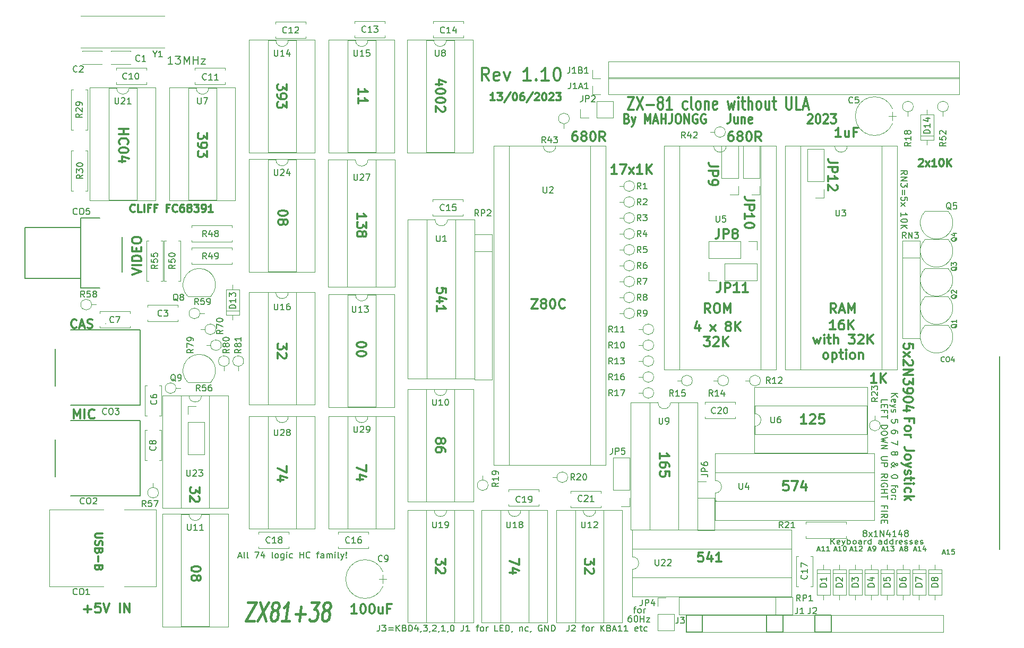
<source format=gto>
%TF.GenerationSoftware,KiCad,Pcbnew,9.0.3*%
%TF.CreationDate,2025-08-02T16:42:51+01:00*%
%TF.ProjectId,ZX81plus38,5a583831-706c-4757-9333-382e6b696361,1.10*%
%TF.SameCoordinates,Original*%
%TF.FileFunction,Legend,Top*%
%TF.FilePolarity,Positive*%
%FSLAX46Y46*%
G04 Gerber Fmt 4.6, Leading zero omitted, Abs format (unit mm)*
G04 Created by KiCad (PCBNEW 9.0.3) date 2025-08-02 16:42:51*
%MOMM*%
%LPD*%
G01*
G04 APERTURE LIST*
%ADD10C,0.200000*%
%ADD11C,0.150000*%
%ADD12C,0.300000*%
%ADD13C,0.400000*%
%ADD14C,0.120000*%
G04 APERTURE END LIST*
D10*
X180324760Y-146872000D02*
X177722840Y-146872000D01*
X177722840Y-144212000D02*
X180324760Y-144212000D01*
X172582840Y-144212000D02*
X172582840Y-146872000D01*
D11*
X159766000Y-146872000D02*
X159766000Y-144212000D01*
D10*
X169986000Y-146872000D02*
X169986000Y-144212000D01*
X177722840Y-146872000D02*
X177722840Y-144212000D01*
X172582840Y-146872000D02*
X169982840Y-146872000D01*
X157166000Y-146872000D02*
X159766000Y-146872000D01*
X157166000Y-146872000D02*
X157166000Y-144212000D01*
X169986000Y-144212000D02*
X172582840Y-144212000D01*
X159766000Y-144212000D02*
X157226000Y-144212000D01*
X180324760Y-144212000D02*
X180324760Y-146872000D01*
D12*
X176587429Y-64345185D02*
X176649333Y-64273757D01*
X176649333Y-64273757D02*
X176773143Y-64202328D01*
X176773143Y-64202328D02*
X177082667Y-64202328D01*
X177082667Y-64202328D02*
X177206476Y-64273757D01*
X177206476Y-64273757D02*
X177268381Y-64345185D01*
X177268381Y-64345185D02*
X177330286Y-64488042D01*
X177330286Y-64488042D02*
X177330286Y-64630900D01*
X177330286Y-64630900D02*
X177268381Y-64845185D01*
X177268381Y-64845185D02*
X176525524Y-65702328D01*
X176525524Y-65702328D02*
X177330286Y-65702328D01*
X178135047Y-64202328D02*
X178258857Y-64202328D01*
X178258857Y-64202328D02*
X178382666Y-64273757D01*
X178382666Y-64273757D02*
X178444571Y-64345185D01*
X178444571Y-64345185D02*
X178506476Y-64488042D01*
X178506476Y-64488042D02*
X178568381Y-64773757D01*
X178568381Y-64773757D02*
X178568381Y-65130900D01*
X178568381Y-65130900D02*
X178506476Y-65416614D01*
X178506476Y-65416614D02*
X178444571Y-65559471D01*
X178444571Y-65559471D02*
X178382666Y-65630900D01*
X178382666Y-65630900D02*
X178258857Y-65702328D01*
X178258857Y-65702328D02*
X178135047Y-65702328D01*
X178135047Y-65702328D02*
X178011238Y-65630900D01*
X178011238Y-65630900D02*
X177949333Y-65559471D01*
X177949333Y-65559471D02*
X177887428Y-65416614D01*
X177887428Y-65416614D02*
X177825524Y-65130900D01*
X177825524Y-65130900D02*
X177825524Y-64773757D01*
X177825524Y-64773757D02*
X177887428Y-64488042D01*
X177887428Y-64488042D02*
X177949333Y-64345185D01*
X177949333Y-64345185D02*
X178011238Y-64273757D01*
X178011238Y-64273757D02*
X178135047Y-64202328D01*
X179063619Y-64345185D02*
X179125523Y-64273757D01*
X179125523Y-64273757D02*
X179249333Y-64202328D01*
X179249333Y-64202328D02*
X179558857Y-64202328D01*
X179558857Y-64202328D02*
X179682666Y-64273757D01*
X179682666Y-64273757D02*
X179744571Y-64345185D01*
X179744571Y-64345185D02*
X179806476Y-64488042D01*
X179806476Y-64488042D02*
X179806476Y-64630900D01*
X179806476Y-64630900D02*
X179744571Y-64845185D01*
X179744571Y-64845185D02*
X179001714Y-65702328D01*
X179001714Y-65702328D02*
X179806476Y-65702328D01*
X180239809Y-64202328D02*
X181044571Y-64202328D01*
X181044571Y-64202328D02*
X180611237Y-64773757D01*
X180611237Y-64773757D02*
X180796952Y-64773757D01*
X180796952Y-64773757D02*
X180920761Y-64845185D01*
X180920761Y-64845185D02*
X180982666Y-64916614D01*
X180982666Y-64916614D02*
X181044571Y-65059471D01*
X181044571Y-65059471D02*
X181044571Y-65416614D01*
X181044571Y-65416614D02*
X180982666Y-65559471D01*
X180982666Y-65559471D02*
X180920761Y-65630900D01*
X180920761Y-65630900D02*
X180796952Y-65702328D01*
X180796952Y-65702328D02*
X180425523Y-65702328D01*
X180425523Y-65702328D02*
X180301714Y-65630900D01*
X180301714Y-65630900D02*
X180239809Y-65559471D01*
X93468171Y-120388214D02*
X93468171Y-121388214D01*
X93468171Y-121388214D02*
X91968171Y-120745357D01*
X92968171Y-122602500D02*
X91968171Y-122602500D01*
X93539600Y-122245357D02*
X92468171Y-121888214D01*
X92468171Y-121888214D02*
X92468171Y-122816785D01*
X61127142Y-143235900D02*
X62270000Y-143235900D01*
X61698571Y-143807328D02*
X61698571Y-142664471D01*
X63698571Y-142307328D02*
X62984285Y-142307328D01*
X62984285Y-142307328D02*
X62912857Y-143021614D01*
X62912857Y-143021614D02*
X62984285Y-142950185D01*
X62984285Y-142950185D02*
X63127143Y-142878757D01*
X63127143Y-142878757D02*
X63484285Y-142878757D01*
X63484285Y-142878757D02*
X63627143Y-142950185D01*
X63627143Y-142950185D02*
X63698571Y-143021614D01*
X63698571Y-143021614D02*
X63770000Y-143164471D01*
X63770000Y-143164471D02*
X63770000Y-143521614D01*
X63770000Y-143521614D02*
X63698571Y-143664471D01*
X63698571Y-143664471D02*
X63627143Y-143735900D01*
X63627143Y-143735900D02*
X63484285Y-143807328D01*
X63484285Y-143807328D02*
X63127143Y-143807328D01*
X63127143Y-143807328D02*
X62984285Y-143735900D01*
X62984285Y-143735900D02*
X62912857Y-143664471D01*
X64198571Y-142307328D02*
X64698571Y-143807328D01*
X64698571Y-143807328D02*
X65198571Y-142307328D01*
X66841427Y-143807328D02*
X66841427Y-142307328D01*
X67555713Y-143807328D02*
X67555713Y-142307328D01*
X67555713Y-142307328D02*
X68412856Y-143807328D01*
X68412856Y-143807328D02*
X68412856Y-142307328D01*
X132512929Y-93729828D02*
X133512929Y-93729828D01*
X133512929Y-93729828D02*
X132512929Y-95229828D01*
X132512929Y-95229828D02*
X133512929Y-95229828D01*
X134298643Y-94372685D02*
X134155786Y-94301257D01*
X134155786Y-94301257D02*
X134084357Y-94229828D01*
X134084357Y-94229828D02*
X134012929Y-94086971D01*
X134012929Y-94086971D02*
X134012929Y-94015542D01*
X134012929Y-94015542D02*
X134084357Y-93872685D01*
X134084357Y-93872685D02*
X134155786Y-93801257D01*
X134155786Y-93801257D02*
X134298643Y-93729828D01*
X134298643Y-93729828D02*
X134584357Y-93729828D01*
X134584357Y-93729828D02*
X134727215Y-93801257D01*
X134727215Y-93801257D02*
X134798643Y-93872685D01*
X134798643Y-93872685D02*
X134870072Y-94015542D01*
X134870072Y-94015542D02*
X134870072Y-94086971D01*
X134870072Y-94086971D02*
X134798643Y-94229828D01*
X134798643Y-94229828D02*
X134727215Y-94301257D01*
X134727215Y-94301257D02*
X134584357Y-94372685D01*
X134584357Y-94372685D02*
X134298643Y-94372685D01*
X134298643Y-94372685D02*
X134155786Y-94444114D01*
X134155786Y-94444114D02*
X134084357Y-94515542D01*
X134084357Y-94515542D02*
X134012929Y-94658400D01*
X134012929Y-94658400D02*
X134012929Y-94944114D01*
X134012929Y-94944114D02*
X134084357Y-95086971D01*
X134084357Y-95086971D02*
X134155786Y-95158400D01*
X134155786Y-95158400D02*
X134298643Y-95229828D01*
X134298643Y-95229828D02*
X134584357Y-95229828D01*
X134584357Y-95229828D02*
X134727215Y-95158400D01*
X134727215Y-95158400D02*
X134798643Y-95086971D01*
X134798643Y-95086971D02*
X134870072Y-94944114D01*
X134870072Y-94944114D02*
X134870072Y-94658400D01*
X134870072Y-94658400D02*
X134798643Y-94515542D01*
X134798643Y-94515542D02*
X134727215Y-94444114D01*
X134727215Y-94444114D02*
X134584357Y-94372685D01*
X135798643Y-93729828D02*
X135941500Y-93729828D01*
X135941500Y-93729828D02*
X136084357Y-93801257D01*
X136084357Y-93801257D02*
X136155786Y-93872685D01*
X136155786Y-93872685D02*
X136227214Y-94015542D01*
X136227214Y-94015542D02*
X136298643Y-94301257D01*
X136298643Y-94301257D02*
X136298643Y-94658400D01*
X136298643Y-94658400D02*
X136227214Y-94944114D01*
X136227214Y-94944114D02*
X136155786Y-95086971D01*
X136155786Y-95086971D02*
X136084357Y-95158400D01*
X136084357Y-95158400D02*
X135941500Y-95229828D01*
X135941500Y-95229828D02*
X135798643Y-95229828D01*
X135798643Y-95229828D02*
X135655786Y-95158400D01*
X135655786Y-95158400D02*
X135584357Y-95086971D01*
X135584357Y-95086971D02*
X135512928Y-94944114D01*
X135512928Y-94944114D02*
X135441500Y-94658400D01*
X135441500Y-94658400D02*
X135441500Y-94301257D01*
X135441500Y-94301257D02*
X135512928Y-94015542D01*
X135512928Y-94015542D02*
X135584357Y-93872685D01*
X135584357Y-93872685D02*
X135655786Y-93801257D01*
X135655786Y-93801257D02*
X135798643Y-93729828D01*
X137798642Y-95086971D02*
X137727214Y-95158400D01*
X137727214Y-95158400D02*
X137512928Y-95229828D01*
X137512928Y-95229828D02*
X137370071Y-95229828D01*
X137370071Y-95229828D02*
X137155785Y-95158400D01*
X137155785Y-95158400D02*
X137012928Y-95015542D01*
X137012928Y-95015542D02*
X136941499Y-94872685D01*
X136941499Y-94872685D02*
X136870071Y-94586971D01*
X136870071Y-94586971D02*
X136870071Y-94372685D01*
X136870071Y-94372685D02*
X136941499Y-94086971D01*
X136941499Y-94086971D02*
X137012928Y-93944114D01*
X137012928Y-93944114D02*
X137155785Y-93801257D01*
X137155785Y-93801257D02*
X137370071Y-93729828D01*
X137370071Y-93729828D02*
X137512928Y-93729828D01*
X137512928Y-93729828D02*
X137727214Y-93801257D01*
X137727214Y-93801257D02*
X137798642Y-93872685D01*
X173426572Y-122812828D02*
X172712286Y-122812828D01*
X172712286Y-122812828D02*
X172640858Y-123527114D01*
X172640858Y-123527114D02*
X172712286Y-123455685D01*
X172712286Y-123455685D02*
X172855144Y-123384257D01*
X172855144Y-123384257D02*
X173212286Y-123384257D01*
X173212286Y-123384257D02*
X173355144Y-123455685D01*
X173355144Y-123455685D02*
X173426572Y-123527114D01*
X173426572Y-123527114D02*
X173498001Y-123669971D01*
X173498001Y-123669971D02*
X173498001Y-124027114D01*
X173498001Y-124027114D02*
X173426572Y-124169971D01*
X173426572Y-124169971D02*
X173355144Y-124241400D01*
X173355144Y-124241400D02*
X173212286Y-124312828D01*
X173212286Y-124312828D02*
X172855144Y-124312828D01*
X172855144Y-124312828D02*
X172712286Y-124241400D01*
X172712286Y-124241400D02*
X172640858Y-124169971D01*
X173998000Y-122812828D02*
X174998000Y-122812828D01*
X174998000Y-122812828D02*
X174355143Y-124312828D01*
X176212286Y-123312828D02*
X176212286Y-124312828D01*
X175855143Y-122741400D02*
X175498000Y-123812828D01*
X175498000Y-123812828D02*
X176426571Y-123812828D01*
X162389500Y-82553828D02*
X162389500Y-83625257D01*
X162389500Y-83625257D02*
X162318071Y-83839542D01*
X162318071Y-83839542D02*
X162175214Y-83982400D01*
X162175214Y-83982400D02*
X161960928Y-84053828D01*
X161960928Y-84053828D02*
X161818071Y-84053828D01*
X163103785Y-84053828D02*
X163103785Y-82553828D01*
X163103785Y-82553828D02*
X163675214Y-82553828D01*
X163675214Y-82553828D02*
X163818071Y-82625257D01*
X163818071Y-82625257D02*
X163889500Y-82696685D01*
X163889500Y-82696685D02*
X163960928Y-82839542D01*
X163960928Y-82839542D02*
X163960928Y-83053828D01*
X163960928Y-83053828D02*
X163889500Y-83196685D01*
X163889500Y-83196685D02*
X163818071Y-83268114D01*
X163818071Y-83268114D02*
X163675214Y-83339542D01*
X163675214Y-83339542D02*
X163103785Y-83339542D01*
X164818071Y-83196685D02*
X164675214Y-83125257D01*
X164675214Y-83125257D02*
X164603785Y-83053828D01*
X164603785Y-83053828D02*
X164532357Y-82910971D01*
X164532357Y-82910971D02*
X164532357Y-82839542D01*
X164532357Y-82839542D02*
X164603785Y-82696685D01*
X164603785Y-82696685D02*
X164675214Y-82625257D01*
X164675214Y-82625257D02*
X164818071Y-82553828D01*
X164818071Y-82553828D02*
X165103785Y-82553828D01*
X165103785Y-82553828D02*
X165246643Y-82625257D01*
X165246643Y-82625257D02*
X165318071Y-82696685D01*
X165318071Y-82696685D02*
X165389500Y-82839542D01*
X165389500Y-82839542D02*
X165389500Y-82910971D01*
X165389500Y-82910971D02*
X165318071Y-83053828D01*
X165318071Y-83053828D02*
X165246643Y-83125257D01*
X165246643Y-83125257D02*
X165103785Y-83196685D01*
X165103785Y-83196685D02*
X164818071Y-83196685D01*
X164818071Y-83196685D02*
X164675214Y-83268114D01*
X164675214Y-83268114D02*
X164603785Y-83339542D01*
X164603785Y-83339542D02*
X164532357Y-83482400D01*
X164532357Y-83482400D02*
X164532357Y-83768114D01*
X164532357Y-83768114D02*
X164603785Y-83910971D01*
X164603785Y-83910971D02*
X164675214Y-83982400D01*
X164675214Y-83982400D02*
X164818071Y-84053828D01*
X164818071Y-84053828D02*
X165103785Y-84053828D01*
X165103785Y-84053828D02*
X165246643Y-83982400D01*
X165246643Y-83982400D02*
X165318071Y-83910971D01*
X165318071Y-83910971D02*
X165389500Y-83768114D01*
X165389500Y-83768114D02*
X165389500Y-83482400D01*
X165389500Y-83482400D02*
X165318071Y-83339542D01*
X165318071Y-83339542D02*
X165246643Y-83268114D01*
X165246643Y-83268114D02*
X165103785Y-83196685D01*
X180955286Y-98595328D02*
X180098143Y-98595328D01*
X180526714Y-98595328D02*
X180526714Y-97095328D01*
X180526714Y-97095328D02*
X180383857Y-97309614D01*
X180383857Y-97309614D02*
X180241000Y-97452471D01*
X180241000Y-97452471D02*
X180098143Y-97523900D01*
X182241000Y-97095328D02*
X181955285Y-97095328D01*
X181955285Y-97095328D02*
X181812428Y-97166757D01*
X181812428Y-97166757D02*
X181741000Y-97238185D01*
X181741000Y-97238185D02*
X181598142Y-97452471D01*
X181598142Y-97452471D02*
X181526714Y-97738185D01*
X181526714Y-97738185D02*
X181526714Y-98309614D01*
X181526714Y-98309614D02*
X181598142Y-98452471D01*
X181598142Y-98452471D02*
X181669571Y-98523900D01*
X181669571Y-98523900D02*
X181812428Y-98595328D01*
X181812428Y-98595328D02*
X182098142Y-98595328D01*
X182098142Y-98595328D02*
X182241000Y-98523900D01*
X182241000Y-98523900D02*
X182312428Y-98452471D01*
X182312428Y-98452471D02*
X182383857Y-98309614D01*
X182383857Y-98309614D02*
X182383857Y-97952471D01*
X182383857Y-97952471D02*
X182312428Y-97809614D01*
X182312428Y-97809614D02*
X182241000Y-97738185D01*
X182241000Y-97738185D02*
X182098142Y-97666757D01*
X182098142Y-97666757D02*
X181812428Y-97666757D01*
X181812428Y-97666757D02*
X181669571Y-97738185D01*
X181669571Y-97738185D02*
X181598142Y-97809614D01*
X181598142Y-97809614D02*
X181526714Y-97952471D01*
X183026713Y-98595328D02*
X183026713Y-97095328D01*
X183883856Y-98595328D02*
X183240999Y-97738185D01*
X183883856Y-97095328D02*
X183026713Y-97952471D01*
X142490171Y-135247214D02*
X142490171Y-136175786D01*
X142490171Y-136175786D02*
X141918742Y-135675786D01*
X141918742Y-135675786D02*
X141918742Y-135890071D01*
X141918742Y-135890071D02*
X141847314Y-136032929D01*
X141847314Y-136032929D02*
X141775885Y-136104357D01*
X141775885Y-136104357D02*
X141633028Y-136175786D01*
X141633028Y-136175786D02*
X141275885Y-136175786D01*
X141275885Y-136175786D02*
X141133028Y-136104357D01*
X141133028Y-136104357D02*
X141061600Y-136032929D01*
X141061600Y-136032929D02*
X140990171Y-135890071D01*
X140990171Y-135890071D02*
X140990171Y-135461500D01*
X140990171Y-135461500D02*
X141061600Y-135318643D01*
X141061600Y-135318643D02*
X141133028Y-135247214D01*
X142347314Y-136747214D02*
X142418742Y-136818642D01*
X142418742Y-136818642D02*
X142490171Y-136961500D01*
X142490171Y-136961500D02*
X142490171Y-137318642D01*
X142490171Y-137318642D02*
X142418742Y-137461500D01*
X142418742Y-137461500D02*
X142347314Y-137532928D01*
X142347314Y-137532928D02*
X142204457Y-137604357D01*
X142204457Y-137604357D02*
X142061600Y-137604357D01*
X142061600Y-137604357D02*
X141847314Y-137532928D01*
X141847314Y-137532928D02*
X140990171Y-136675785D01*
X140990171Y-136675785D02*
X140990171Y-137604357D01*
D11*
X189918180Y-108792427D02*
X190918180Y-108792427D01*
X189918180Y-109363855D02*
X190489609Y-108935284D01*
X190918180Y-109363855D02*
X190346752Y-108792427D01*
X189965800Y-110173379D02*
X189918180Y-110078141D01*
X189918180Y-110078141D02*
X189918180Y-109887665D01*
X189918180Y-109887665D02*
X189965800Y-109792427D01*
X189965800Y-109792427D02*
X190061038Y-109744808D01*
X190061038Y-109744808D02*
X190441990Y-109744808D01*
X190441990Y-109744808D02*
X190537228Y-109792427D01*
X190537228Y-109792427D02*
X190584847Y-109887665D01*
X190584847Y-109887665D02*
X190584847Y-110078141D01*
X190584847Y-110078141D02*
X190537228Y-110173379D01*
X190537228Y-110173379D02*
X190441990Y-110220998D01*
X190441990Y-110220998D02*
X190346752Y-110220998D01*
X190346752Y-110220998D02*
X190251514Y-109744808D01*
X190584847Y-110554332D02*
X189918180Y-110792427D01*
X190584847Y-111030522D02*
X189918180Y-110792427D01*
X189918180Y-110792427D02*
X189680085Y-110697189D01*
X189680085Y-110697189D02*
X189632466Y-110649570D01*
X189632466Y-110649570D02*
X189584847Y-110554332D01*
X189965800Y-111363856D02*
X189918180Y-111459094D01*
X189918180Y-111459094D02*
X189918180Y-111649570D01*
X189918180Y-111649570D02*
X189965800Y-111744808D01*
X189965800Y-111744808D02*
X190061038Y-111792427D01*
X190061038Y-111792427D02*
X190108657Y-111792427D01*
X190108657Y-111792427D02*
X190203895Y-111744808D01*
X190203895Y-111744808D02*
X190251514Y-111649570D01*
X190251514Y-111649570D02*
X190251514Y-111506713D01*
X190251514Y-111506713D02*
X190299133Y-111411475D01*
X190299133Y-111411475D02*
X190394371Y-111363856D01*
X190394371Y-111363856D02*
X190441990Y-111363856D01*
X190441990Y-111363856D02*
X190537228Y-111411475D01*
X190537228Y-111411475D02*
X190584847Y-111506713D01*
X190584847Y-111506713D02*
X190584847Y-111649570D01*
X190584847Y-111649570D02*
X190537228Y-111744808D01*
X190918180Y-113459094D02*
X190918180Y-112982904D01*
X190918180Y-112982904D02*
X190441990Y-112935285D01*
X190441990Y-112935285D02*
X190489609Y-112982904D01*
X190489609Y-112982904D02*
X190537228Y-113078142D01*
X190537228Y-113078142D02*
X190537228Y-113316237D01*
X190537228Y-113316237D02*
X190489609Y-113411475D01*
X190489609Y-113411475D02*
X190441990Y-113459094D01*
X190441990Y-113459094D02*
X190346752Y-113506713D01*
X190346752Y-113506713D02*
X190108657Y-113506713D01*
X190108657Y-113506713D02*
X190013419Y-113459094D01*
X190013419Y-113459094D02*
X189965800Y-113411475D01*
X189965800Y-113411475D02*
X189918180Y-113316237D01*
X189918180Y-113316237D02*
X189918180Y-113078142D01*
X189918180Y-113078142D02*
X189965800Y-112982904D01*
X189965800Y-112982904D02*
X190013419Y-112935285D01*
X190918180Y-115125761D02*
X190918180Y-114935285D01*
X190918180Y-114935285D02*
X190870561Y-114840047D01*
X190870561Y-114840047D02*
X190822942Y-114792428D01*
X190822942Y-114792428D02*
X190680085Y-114697190D01*
X190680085Y-114697190D02*
X190489609Y-114649571D01*
X190489609Y-114649571D02*
X190108657Y-114649571D01*
X190108657Y-114649571D02*
X190013419Y-114697190D01*
X190013419Y-114697190D02*
X189965800Y-114744809D01*
X189965800Y-114744809D02*
X189918180Y-114840047D01*
X189918180Y-114840047D02*
X189918180Y-115030523D01*
X189918180Y-115030523D02*
X189965800Y-115125761D01*
X189965800Y-115125761D02*
X190013419Y-115173380D01*
X190013419Y-115173380D02*
X190108657Y-115220999D01*
X190108657Y-115220999D02*
X190346752Y-115220999D01*
X190346752Y-115220999D02*
X190441990Y-115173380D01*
X190441990Y-115173380D02*
X190489609Y-115125761D01*
X190489609Y-115125761D02*
X190537228Y-115030523D01*
X190537228Y-115030523D02*
X190537228Y-114840047D01*
X190537228Y-114840047D02*
X190489609Y-114744809D01*
X190489609Y-114744809D02*
X190441990Y-114697190D01*
X190441990Y-114697190D02*
X190346752Y-114649571D01*
X190918180Y-116316238D02*
X190918180Y-116982904D01*
X190918180Y-116982904D02*
X189918180Y-116554333D01*
X190489609Y-118268619D02*
X190537228Y-118173381D01*
X190537228Y-118173381D02*
X190584847Y-118125762D01*
X190584847Y-118125762D02*
X190680085Y-118078143D01*
X190680085Y-118078143D02*
X190727704Y-118078143D01*
X190727704Y-118078143D02*
X190822942Y-118125762D01*
X190822942Y-118125762D02*
X190870561Y-118173381D01*
X190870561Y-118173381D02*
X190918180Y-118268619D01*
X190918180Y-118268619D02*
X190918180Y-118459095D01*
X190918180Y-118459095D02*
X190870561Y-118554333D01*
X190870561Y-118554333D02*
X190822942Y-118601952D01*
X190822942Y-118601952D02*
X190727704Y-118649571D01*
X190727704Y-118649571D02*
X190680085Y-118649571D01*
X190680085Y-118649571D02*
X190584847Y-118601952D01*
X190584847Y-118601952D02*
X190537228Y-118554333D01*
X190537228Y-118554333D02*
X190489609Y-118459095D01*
X190489609Y-118459095D02*
X190489609Y-118268619D01*
X190489609Y-118268619D02*
X190441990Y-118173381D01*
X190441990Y-118173381D02*
X190394371Y-118125762D01*
X190394371Y-118125762D02*
X190299133Y-118078143D01*
X190299133Y-118078143D02*
X190108657Y-118078143D01*
X190108657Y-118078143D02*
X190013419Y-118125762D01*
X190013419Y-118125762D02*
X189965800Y-118173381D01*
X189965800Y-118173381D02*
X189918180Y-118268619D01*
X189918180Y-118268619D02*
X189918180Y-118459095D01*
X189918180Y-118459095D02*
X189965800Y-118554333D01*
X189965800Y-118554333D02*
X190013419Y-118601952D01*
X190013419Y-118601952D02*
X190108657Y-118649571D01*
X190108657Y-118649571D02*
X190299133Y-118649571D01*
X190299133Y-118649571D02*
X190394371Y-118601952D01*
X190394371Y-118601952D02*
X190441990Y-118554333D01*
X190441990Y-118554333D02*
X190489609Y-118459095D01*
X189918180Y-120649572D02*
X189918180Y-120601953D01*
X189918180Y-120601953D02*
X189965800Y-120506714D01*
X189965800Y-120506714D02*
X190108657Y-120363857D01*
X190108657Y-120363857D02*
X190394371Y-120125762D01*
X190394371Y-120125762D02*
X190537228Y-120030524D01*
X190537228Y-120030524D02*
X190680085Y-119982905D01*
X190680085Y-119982905D02*
X190775323Y-119982905D01*
X190775323Y-119982905D02*
X190870561Y-120030524D01*
X190870561Y-120030524D02*
X190918180Y-120125762D01*
X190918180Y-120125762D02*
X190918180Y-120173381D01*
X190918180Y-120173381D02*
X190870561Y-120268619D01*
X190870561Y-120268619D02*
X190775323Y-120316238D01*
X190775323Y-120316238D02*
X190727704Y-120316238D01*
X190727704Y-120316238D02*
X190632466Y-120268619D01*
X190632466Y-120268619D02*
X190584847Y-120221000D01*
X190584847Y-120221000D02*
X190394371Y-119935286D01*
X190394371Y-119935286D02*
X190346752Y-119887667D01*
X190346752Y-119887667D02*
X190251514Y-119840048D01*
X190251514Y-119840048D02*
X190108657Y-119840048D01*
X190108657Y-119840048D02*
X190013419Y-119887667D01*
X190013419Y-119887667D02*
X189965800Y-119935286D01*
X189965800Y-119935286D02*
X189918180Y-120030524D01*
X189918180Y-120030524D02*
X189918180Y-120173381D01*
X189918180Y-120173381D02*
X189965800Y-120268619D01*
X189965800Y-120268619D02*
X190013419Y-120316238D01*
X190013419Y-120316238D02*
X190203895Y-120459095D01*
X190203895Y-120459095D02*
X190346752Y-120506714D01*
X190346752Y-120506714D02*
X190441990Y-120506714D01*
X190918180Y-122030524D02*
X190918180Y-122125762D01*
X190918180Y-122125762D02*
X190870561Y-122221000D01*
X190870561Y-122221000D02*
X190822942Y-122268619D01*
X190822942Y-122268619D02*
X190727704Y-122316238D01*
X190727704Y-122316238D02*
X190537228Y-122363857D01*
X190537228Y-122363857D02*
X190299133Y-122363857D01*
X190299133Y-122363857D02*
X190108657Y-122316238D01*
X190108657Y-122316238D02*
X190013419Y-122268619D01*
X190013419Y-122268619D02*
X189965800Y-122221000D01*
X189965800Y-122221000D02*
X189918180Y-122125762D01*
X189918180Y-122125762D02*
X189918180Y-122030524D01*
X189918180Y-122030524D02*
X189965800Y-121935286D01*
X189965800Y-121935286D02*
X190013419Y-121887667D01*
X190013419Y-121887667D02*
X190108657Y-121840048D01*
X190108657Y-121840048D02*
X190299133Y-121792429D01*
X190299133Y-121792429D02*
X190537228Y-121792429D01*
X190537228Y-121792429D02*
X190727704Y-121840048D01*
X190727704Y-121840048D02*
X190822942Y-121887667D01*
X190822942Y-121887667D02*
X190870561Y-121935286D01*
X190870561Y-121935286D02*
X190918180Y-122030524D01*
X190584847Y-123411477D02*
X190584847Y-123792429D01*
X189918180Y-123554334D02*
X190775323Y-123554334D01*
X190775323Y-123554334D02*
X190870561Y-123601953D01*
X190870561Y-123601953D02*
X190918180Y-123697191D01*
X190918180Y-123697191D02*
X190918180Y-123792429D01*
X189918180Y-124268620D02*
X189965800Y-124173382D01*
X189965800Y-124173382D02*
X190013419Y-124125763D01*
X190013419Y-124125763D02*
X190108657Y-124078144D01*
X190108657Y-124078144D02*
X190394371Y-124078144D01*
X190394371Y-124078144D02*
X190489609Y-124125763D01*
X190489609Y-124125763D02*
X190537228Y-124173382D01*
X190537228Y-124173382D02*
X190584847Y-124268620D01*
X190584847Y-124268620D02*
X190584847Y-124411477D01*
X190584847Y-124411477D02*
X190537228Y-124506715D01*
X190537228Y-124506715D02*
X190489609Y-124554334D01*
X190489609Y-124554334D02*
X190394371Y-124601953D01*
X190394371Y-124601953D02*
X190108657Y-124601953D01*
X190108657Y-124601953D02*
X190013419Y-124554334D01*
X190013419Y-124554334D02*
X189965800Y-124506715D01*
X189965800Y-124506715D02*
X189918180Y-124411477D01*
X189918180Y-124411477D02*
X189918180Y-124268620D01*
X189918180Y-125030525D02*
X190584847Y-125030525D01*
X190394371Y-125030525D02*
X190489609Y-125078144D01*
X190489609Y-125078144D02*
X190537228Y-125125763D01*
X190537228Y-125125763D02*
X190584847Y-125221001D01*
X190584847Y-125221001D02*
X190584847Y-125316239D01*
X190013419Y-125649573D02*
X189965800Y-125697192D01*
X189965800Y-125697192D02*
X189918180Y-125649573D01*
X189918180Y-125649573D02*
X189965800Y-125601954D01*
X189965800Y-125601954D02*
X190013419Y-125649573D01*
X190013419Y-125649573D02*
X189918180Y-125649573D01*
X190537228Y-125649573D02*
X190489609Y-125697192D01*
X190489609Y-125697192D02*
X190441990Y-125649573D01*
X190441990Y-125649573D02*
X190489609Y-125601954D01*
X190489609Y-125601954D02*
X190537228Y-125649573D01*
X190537228Y-125649573D02*
X190441990Y-125649573D01*
D12*
X126657714Y-62007542D02*
X125972000Y-62007542D01*
X126314857Y-62007542D02*
X126314857Y-60807542D01*
X126314857Y-60807542D02*
X126200571Y-60978971D01*
X126200571Y-60978971D02*
X126086286Y-61093257D01*
X126086286Y-61093257D02*
X125972000Y-61150400D01*
X127057714Y-60807542D02*
X127800571Y-60807542D01*
X127800571Y-60807542D02*
X127400571Y-61264685D01*
X127400571Y-61264685D02*
X127572000Y-61264685D01*
X127572000Y-61264685D02*
X127686286Y-61321828D01*
X127686286Y-61321828D02*
X127743428Y-61378971D01*
X127743428Y-61378971D02*
X127800571Y-61493257D01*
X127800571Y-61493257D02*
X127800571Y-61778971D01*
X127800571Y-61778971D02*
X127743428Y-61893257D01*
X127743428Y-61893257D02*
X127686286Y-61950400D01*
X127686286Y-61950400D02*
X127572000Y-62007542D01*
X127572000Y-62007542D02*
X127229143Y-62007542D01*
X127229143Y-62007542D02*
X127114857Y-61950400D01*
X127114857Y-61950400D02*
X127057714Y-61893257D01*
X129172000Y-60750400D02*
X128143428Y-62293257D01*
X129800571Y-60807542D02*
X129914857Y-60807542D01*
X129914857Y-60807542D02*
X130029143Y-60864685D01*
X130029143Y-60864685D02*
X130086286Y-60921828D01*
X130086286Y-60921828D02*
X130143428Y-61036114D01*
X130143428Y-61036114D02*
X130200571Y-61264685D01*
X130200571Y-61264685D02*
X130200571Y-61550400D01*
X130200571Y-61550400D02*
X130143428Y-61778971D01*
X130143428Y-61778971D02*
X130086286Y-61893257D01*
X130086286Y-61893257D02*
X130029143Y-61950400D01*
X130029143Y-61950400D02*
X129914857Y-62007542D01*
X129914857Y-62007542D02*
X129800571Y-62007542D01*
X129800571Y-62007542D02*
X129686286Y-61950400D01*
X129686286Y-61950400D02*
X129629143Y-61893257D01*
X129629143Y-61893257D02*
X129572000Y-61778971D01*
X129572000Y-61778971D02*
X129514857Y-61550400D01*
X129514857Y-61550400D02*
X129514857Y-61264685D01*
X129514857Y-61264685D02*
X129572000Y-61036114D01*
X129572000Y-61036114D02*
X129629143Y-60921828D01*
X129629143Y-60921828D02*
X129686286Y-60864685D01*
X129686286Y-60864685D02*
X129800571Y-60807542D01*
X131229143Y-60807542D02*
X131000571Y-60807542D01*
X131000571Y-60807542D02*
X130886285Y-60864685D01*
X130886285Y-60864685D02*
X130829143Y-60921828D01*
X130829143Y-60921828D02*
X130714857Y-61093257D01*
X130714857Y-61093257D02*
X130657714Y-61321828D01*
X130657714Y-61321828D02*
X130657714Y-61778971D01*
X130657714Y-61778971D02*
X130714857Y-61893257D01*
X130714857Y-61893257D02*
X130772000Y-61950400D01*
X130772000Y-61950400D02*
X130886285Y-62007542D01*
X130886285Y-62007542D02*
X131114857Y-62007542D01*
X131114857Y-62007542D02*
X131229143Y-61950400D01*
X131229143Y-61950400D02*
X131286285Y-61893257D01*
X131286285Y-61893257D02*
X131343428Y-61778971D01*
X131343428Y-61778971D02*
X131343428Y-61493257D01*
X131343428Y-61493257D02*
X131286285Y-61378971D01*
X131286285Y-61378971D02*
X131229143Y-61321828D01*
X131229143Y-61321828D02*
X131114857Y-61264685D01*
X131114857Y-61264685D02*
X130886285Y-61264685D01*
X130886285Y-61264685D02*
X130772000Y-61321828D01*
X130772000Y-61321828D02*
X130714857Y-61378971D01*
X130714857Y-61378971D02*
X130657714Y-61493257D01*
X132714857Y-60750400D02*
X131686285Y-62293257D01*
X133057714Y-60921828D02*
X133114857Y-60864685D01*
X133114857Y-60864685D02*
X133229143Y-60807542D01*
X133229143Y-60807542D02*
X133514857Y-60807542D01*
X133514857Y-60807542D02*
X133629143Y-60864685D01*
X133629143Y-60864685D02*
X133686285Y-60921828D01*
X133686285Y-60921828D02*
X133743428Y-61036114D01*
X133743428Y-61036114D02*
X133743428Y-61150400D01*
X133743428Y-61150400D02*
X133686285Y-61321828D01*
X133686285Y-61321828D02*
X133000571Y-62007542D01*
X133000571Y-62007542D02*
X133743428Y-62007542D01*
X134486285Y-60807542D02*
X134600571Y-60807542D01*
X134600571Y-60807542D02*
X134714857Y-60864685D01*
X134714857Y-60864685D02*
X134772000Y-60921828D01*
X134772000Y-60921828D02*
X134829142Y-61036114D01*
X134829142Y-61036114D02*
X134886285Y-61264685D01*
X134886285Y-61264685D02*
X134886285Y-61550400D01*
X134886285Y-61550400D02*
X134829142Y-61778971D01*
X134829142Y-61778971D02*
X134772000Y-61893257D01*
X134772000Y-61893257D02*
X134714857Y-61950400D01*
X134714857Y-61950400D02*
X134600571Y-62007542D01*
X134600571Y-62007542D02*
X134486285Y-62007542D01*
X134486285Y-62007542D02*
X134372000Y-61950400D01*
X134372000Y-61950400D02*
X134314857Y-61893257D01*
X134314857Y-61893257D02*
X134257714Y-61778971D01*
X134257714Y-61778971D02*
X134200571Y-61550400D01*
X134200571Y-61550400D02*
X134200571Y-61264685D01*
X134200571Y-61264685D02*
X134257714Y-61036114D01*
X134257714Y-61036114D02*
X134314857Y-60921828D01*
X134314857Y-60921828D02*
X134372000Y-60864685D01*
X134372000Y-60864685D02*
X134486285Y-60807542D01*
X135343428Y-60921828D02*
X135400571Y-60864685D01*
X135400571Y-60864685D02*
X135514857Y-60807542D01*
X135514857Y-60807542D02*
X135800571Y-60807542D01*
X135800571Y-60807542D02*
X135914857Y-60864685D01*
X135914857Y-60864685D02*
X135971999Y-60921828D01*
X135971999Y-60921828D02*
X136029142Y-61036114D01*
X136029142Y-61036114D02*
X136029142Y-61150400D01*
X136029142Y-61150400D02*
X135971999Y-61321828D01*
X135971999Y-61321828D02*
X135286285Y-62007542D01*
X135286285Y-62007542D02*
X136029142Y-62007542D01*
X136429142Y-60807542D02*
X137171999Y-60807542D01*
X137171999Y-60807542D02*
X136771999Y-61264685D01*
X136771999Y-61264685D02*
X136943428Y-61264685D01*
X136943428Y-61264685D02*
X137057714Y-61321828D01*
X137057714Y-61321828D02*
X137114856Y-61378971D01*
X137114856Y-61378971D02*
X137171999Y-61493257D01*
X137171999Y-61493257D02*
X137171999Y-61778971D01*
X137171999Y-61778971D02*
X137114856Y-61893257D01*
X137114856Y-61893257D02*
X137057714Y-61950400D01*
X137057714Y-61950400D02*
X136943428Y-62007542D01*
X136943428Y-62007542D02*
X136600571Y-62007542D01*
X136600571Y-62007542D02*
X136486285Y-61950400D01*
X136486285Y-61950400D02*
X136429142Y-61893257D01*
D11*
X188267180Y-110253047D02*
X188267180Y-109776857D01*
X188267180Y-109776857D02*
X189267180Y-109776857D01*
X188790990Y-110586381D02*
X188790990Y-110919714D01*
X188267180Y-111062571D02*
X188267180Y-110586381D01*
X188267180Y-110586381D02*
X189267180Y-110586381D01*
X189267180Y-110586381D02*
X189267180Y-111062571D01*
X188790990Y-111824476D02*
X188790990Y-111491143D01*
X188267180Y-111491143D02*
X189267180Y-111491143D01*
X189267180Y-111491143D02*
X189267180Y-111967333D01*
X189267180Y-112205429D02*
X189267180Y-112776857D01*
X188267180Y-112491143D02*
X189267180Y-112491143D01*
X188267180Y-113872096D02*
X189267180Y-113872096D01*
X189267180Y-113872096D02*
X189267180Y-114110191D01*
X189267180Y-114110191D02*
X189219561Y-114253048D01*
X189219561Y-114253048D02*
X189124323Y-114348286D01*
X189124323Y-114348286D02*
X189029085Y-114395905D01*
X189029085Y-114395905D02*
X188838609Y-114443524D01*
X188838609Y-114443524D02*
X188695752Y-114443524D01*
X188695752Y-114443524D02*
X188505276Y-114395905D01*
X188505276Y-114395905D02*
X188410038Y-114348286D01*
X188410038Y-114348286D02*
X188314800Y-114253048D01*
X188314800Y-114253048D02*
X188267180Y-114110191D01*
X188267180Y-114110191D02*
X188267180Y-113872096D01*
X189267180Y-115062572D02*
X189267180Y-115253048D01*
X189267180Y-115253048D02*
X189219561Y-115348286D01*
X189219561Y-115348286D02*
X189124323Y-115443524D01*
X189124323Y-115443524D02*
X188933847Y-115491143D01*
X188933847Y-115491143D02*
X188600514Y-115491143D01*
X188600514Y-115491143D02*
X188410038Y-115443524D01*
X188410038Y-115443524D02*
X188314800Y-115348286D01*
X188314800Y-115348286D02*
X188267180Y-115253048D01*
X188267180Y-115253048D02*
X188267180Y-115062572D01*
X188267180Y-115062572D02*
X188314800Y-114967334D01*
X188314800Y-114967334D02*
X188410038Y-114872096D01*
X188410038Y-114872096D02*
X188600514Y-114824477D01*
X188600514Y-114824477D02*
X188933847Y-114824477D01*
X188933847Y-114824477D02*
X189124323Y-114872096D01*
X189124323Y-114872096D02*
X189219561Y-114967334D01*
X189219561Y-114967334D02*
X189267180Y-115062572D01*
X189267180Y-115824477D02*
X188267180Y-116062572D01*
X188267180Y-116062572D02*
X188981466Y-116253048D01*
X188981466Y-116253048D02*
X188267180Y-116443524D01*
X188267180Y-116443524D02*
X189267180Y-116681620D01*
X188267180Y-117062572D02*
X189267180Y-117062572D01*
X189267180Y-117062572D02*
X188267180Y-117634000D01*
X188267180Y-117634000D02*
X189267180Y-117634000D01*
X189267180Y-118872096D02*
X188457657Y-118872096D01*
X188457657Y-118872096D02*
X188362419Y-118919715D01*
X188362419Y-118919715D02*
X188314800Y-118967334D01*
X188314800Y-118967334D02*
X188267180Y-119062572D01*
X188267180Y-119062572D02*
X188267180Y-119253048D01*
X188267180Y-119253048D02*
X188314800Y-119348286D01*
X188314800Y-119348286D02*
X188362419Y-119395905D01*
X188362419Y-119395905D02*
X188457657Y-119443524D01*
X188457657Y-119443524D02*
X189267180Y-119443524D01*
X188267180Y-119919715D02*
X189267180Y-119919715D01*
X189267180Y-119919715D02*
X189267180Y-120300667D01*
X189267180Y-120300667D02*
X189219561Y-120395905D01*
X189219561Y-120395905D02*
X189171942Y-120443524D01*
X189171942Y-120443524D02*
X189076704Y-120491143D01*
X189076704Y-120491143D02*
X188933847Y-120491143D01*
X188933847Y-120491143D02*
X188838609Y-120443524D01*
X188838609Y-120443524D02*
X188790990Y-120395905D01*
X188790990Y-120395905D02*
X188743371Y-120300667D01*
X188743371Y-120300667D02*
X188743371Y-119919715D01*
X188267180Y-122253048D02*
X188743371Y-121919715D01*
X188267180Y-121681620D02*
X189267180Y-121681620D01*
X189267180Y-121681620D02*
X189267180Y-122062572D01*
X189267180Y-122062572D02*
X189219561Y-122157810D01*
X189219561Y-122157810D02*
X189171942Y-122205429D01*
X189171942Y-122205429D02*
X189076704Y-122253048D01*
X189076704Y-122253048D02*
X188933847Y-122253048D01*
X188933847Y-122253048D02*
X188838609Y-122205429D01*
X188838609Y-122205429D02*
X188790990Y-122157810D01*
X188790990Y-122157810D02*
X188743371Y-122062572D01*
X188743371Y-122062572D02*
X188743371Y-121681620D01*
X188267180Y-122681620D02*
X189267180Y-122681620D01*
X189219561Y-123681619D02*
X189267180Y-123586381D01*
X189267180Y-123586381D02*
X189267180Y-123443524D01*
X189267180Y-123443524D02*
X189219561Y-123300667D01*
X189219561Y-123300667D02*
X189124323Y-123205429D01*
X189124323Y-123205429D02*
X189029085Y-123157810D01*
X189029085Y-123157810D02*
X188838609Y-123110191D01*
X188838609Y-123110191D02*
X188695752Y-123110191D01*
X188695752Y-123110191D02*
X188505276Y-123157810D01*
X188505276Y-123157810D02*
X188410038Y-123205429D01*
X188410038Y-123205429D02*
X188314800Y-123300667D01*
X188314800Y-123300667D02*
X188267180Y-123443524D01*
X188267180Y-123443524D02*
X188267180Y-123538762D01*
X188267180Y-123538762D02*
X188314800Y-123681619D01*
X188314800Y-123681619D02*
X188362419Y-123729238D01*
X188362419Y-123729238D02*
X188695752Y-123729238D01*
X188695752Y-123729238D02*
X188695752Y-123538762D01*
X188267180Y-124157810D02*
X189267180Y-124157810D01*
X188790990Y-124157810D02*
X188790990Y-124729238D01*
X188267180Y-124729238D02*
X189267180Y-124729238D01*
X189267180Y-125062572D02*
X189267180Y-125634000D01*
X188267180Y-125348286D02*
X189267180Y-125348286D01*
X188790990Y-127062572D02*
X188790990Y-126729239D01*
X188267180Y-126729239D02*
X189267180Y-126729239D01*
X189267180Y-126729239D02*
X189267180Y-127205429D01*
X188267180Y-127586382D02*
X189267180Y-127586382D01*
X188267180Y-128634000D02*
X188743371Y-128300667D01*
X188267180Y-128062572D02*
X189267180Y-128062572D01*
X189267180Y-128062572D02*
X189267180Y-128443524D01*
X189267180Y-128443524D02*
X189219561Y-128538762D01*
X189219561Y-128538762D02*
X189171942Y-128586381D01*
X189171942Y-128586381D02*
X189076704Y-128634000D01*
X189076704Y-128634000D02*
X188933847Y-128634000D01*
X188933847Y-128634000D02*
X188838609Y-128586381D01*
X188838609Y-128586381D02*
X188790990Y-128538762D01*
X188790990Y-128538762D02*
X188743371Y-128443524D01*
X188743371Y-128443524D02*
X188743371Y-128062572D01*
X188790990Y-129062572D02*
X188790990Y-129395905D01*
X188267180Y-129538762D02*
X188267180Y-129062572D01*
X188267180Y-129062572D02*
X189267180Y-129062572D01*
X189267180Y-129062572D02*
X189267180Y-129538762D01*
D12*
X147857263Y-61467298D02*
X148857263Y-61467298D01*
X148857263Y-61467298D02*
X147857263Y-63467298D01*
X147857263Y-63467298D02*
X148857263Y-63467298D01*
X149285834Y-61467298D02*
X150285834Y-63467298D01*
X150285834Y-61467298D02*
X149285834Y-63467298D01*
X150857262Y-62705393D02*
X152000120Y-62705393D01*
X152928691Y-62324440D02*
X152785834Y-62229202D01*
X152785834Y-62229202D02*
X152714405Y-62133964D01*
X152714405Y-62133964D02*
X152642977Y-61943488D01*
X152642977Y-61943488D02*
X152642977Y-61848250D01*
X152642977Y-61848250D02*
X152714405Y-61657774D01*
X152714405Y-61657774D02*
X152785834Y-61562536D01*
X152785834Y-61562536D02*
X152928691Y-61467298D01*
X152928691Y-61467298D02*
X153214405Y-61467298D01*
X153214405Y-61467298D02*
X153357263Y-61562536D01*
X153357263Y-61562536D02*
X153428691Y-61657774D01*
X153428691Y-61657774D02*
X153500120Y-61848250D01*
X153500120Y-61848250D02*
X153500120Y-61943488D01*
X153500120Y-61943488D02*
X153428691Y-62133964D01*
X153428691Y-62133964D02*
X153357263Y-62229202D01*
X153357263Y-62229202D02*
X153214405Y-62324440D01*
X153214405Y-62324440D02*
X152928691Y-62324440D01*
X152928691Y-62324440D02*
X152785834Y-62419679D01*
X152785834Y-62419679D02*
X152714405Y-62514917D01*
X152714405Y-62514917D02*
X152642977Y-62705393D01*
X152642977Y-62705393D02*
X152642977Y-63086345D01*
X152642977Y-63086345D02*
X152714405Y-63276821D01*
X152714405Y-63276821D02*
X152785834Y-63372060D01*
X152785834Y-63372060D02*
X152928691Y-63467298D01*
X152928691Y-63467298D02*
X153214405Y-63467298D01*
X153214405Y-63467298D02*
X153357263Y-63372060D01*
X153357263Y-63372060D02*
X153428691Y-63276821D01*
X153428691Y-63276821D02*
X153500120Y-63086345D01*
X153500120Y-63086345D02*
X153500120Y-62705393D01*
X153500120Y-62705393D02*
X153428691Y-62514917D01*
X153428691Y-62514917D02*
X153357263Y-62419679D01*
X153357263Y-62419679D02*
X153214405Y-62324440D01*
X154928691Y-63467298D02*
X154071548Y-63467298D01*
X154500119Y-63467298D02*
X154500119Y-61467298D01*
X154500119Y-61467298D02*
X154357262Y-61753012D01*
X154357262Y-61753012D02*
X154214405Y-61943488D01*
X154214405Y-61943488D02*
X154071548Y-62038726D01*
X157357262Y-63372060D02*
X157214404Y-63467298D01*
X157214404Y-63467298D02*
X156928690Y-63467298D01*
X156928690Y-63467298D02*
X156785833Y-63372060D01*
X156785833Y-63372060D02*
X156714404Y-63276821D01*
X156714404Y-63276821D02*
X156642976Y-63086345D01*
X156642976Y-63086345D02*
X156642976Y-62514917D01*
X156642976Y-62514917D02*
X156714404Y-62324440D01*
X156714404Y-62324440D02*
X156785833Y-62229202D01*
X156785833Y-62229202D02*
X156928690Y-62133964D01*
X156928690Y-62133964D02*
X157214404Y-62133964D01*
X157214404Y-62133964D02*
X157357262Y-62229202D01*
X158214404Y-63467298D02*
X158071547Y-63372060D01*
X158071547Y-63372060D02*
X158000118Y-63181583D01*
X158000118Y-63181583D02*
X158000118Y-61467298D01*
X159000118Y-63467298D02*
X158857261Y-63372060D01*
X158857261Y-63372060D02*
X158785832Y-63276821D01*
X158785832Y-63276821D02*
X158714404Y-63086345D01*
X158714404Y-63086345D02*
X158714404Y-62514917D01*
X158714404Y-62514917D02*
X158785832Y-62324440D01*
X158785832Y-62324440D02*
X158857261Y-62229202D01*
X158857261Y-62229202D02*
X159000118Y-62133964D01*
X159000118Y-62133964D02*
X159214404Y-62133964D01*
X159214404Y-62133964D02*
X159357261Y-62229202D01*
X159357261Y-62229202D02*
X159428690Y-62324440D01*
X159428690Y-62324440D02*
X159500118Y-62514917D01*
X159500118Y-62514917D02*
X159500118Y-63086345D01*
X159500118Y-63086345D02*
X159428690Y-63276821D01*
X159428690Y-63276821D02*
X159357261Y-63372060D01*
X159357261Y-63372060D02*
X159214404Y-63467298D01*
X159214404Y-63467298D02*
X159000118Y-63467298D01*
X160142975Y-62133964D02*
X160142975Y-63467298D01*
X160142975Y-62324440D02*
X160214404Y-62229202D01*
X160214404Y-62229202D02*
X160357261Y-62133964D01*
X160357261Y-62133964D02*
X160571547Y-62133964D01*
X160571547Y-62133964D02*
X160714404Y-62229202D01*
X160714404Y-62229202D02*
X160785833Y-62419679D01*
X160785833Y-62419679D02*
X160785833Y-63467298D01*
X162071547Y-63372060D02*
X161928690Y-63467298D01*
X161928690Y-63467298D02*
X161642976Y-63467298D01*
X161642976Y-63467298D02*
X161500118Y-63372060D01*
X161500118Y-63372060D02*
X161428690Y-63181583D01*
X161428690Y-63181583D02*
X161428690Y-62419679D01*
X161428690Y-62419679D02*
X161500118Y-62229202D01*
X161500118Y-62229202D02*
X161642976Y-62133964D01*
X161642976Y-62133964D02*
X161928690Y-62133964D01*
X161928690Y-62133964D02*
X162071547Y-62229202D01*
X162071547Y-62229202D02*
X162142976Y-62419679D01*
X162142976Y-62419679D02*
X162142976Y-62610155D01*
X162142976Y-62610155D02*
X161428690Y-62800631D01*
X163785832Y-62133964D02*
X164071547Y-63467298D01*
X164071547Y-63467298D02*
X164357261Y-62514917D01*
X164357261Y-62514917D02*
X164642975Y-63467298D01*
X164642975Y-63467298D02*
X164928689Y-62133964D01*
X165500118Y-63467298D02*
X165500118Y-62133964D01*
X165500118Y-61467298D02*
X165428690Y-61562536D01*
X165428690Y-61562536D02*
X165500118Y-61657774D01*
X165500118Y-61657774D02*
X165571547Y-61562536D01*
X165571547Y-61562536D02*
X165500118Y-61467298D01*
X165500118Y-61467298D02*
X165500118Y-61657774D01*
X166000119Y-62133964D02*
X166571547Y-62133964D01*
X166214404Y-61467298D02*
X166214404Y-63181583D01*
X166214404Y-63181583D02*
X166285833Y-63372060D01*
X166285833Y-63372060D02*
X166428690Y-63467298D01*
X166428690Y-63467298D02*
X166571547Y-63467298D01*
X167071547Y-63467298D02*
X167071547Y-61467298D01*
X167714405Y-63467298D02*
X167714405Y-62419679D01*
X167714405Y-62419679D02*
X167642976Y-62229202D01*
X167642976Y-62229202D02*
X167500119Y-62133964D01*
X167500119Y-62133964D02*
X167285833Y-62133964D01*
X167285833Y-62133964D02*
X167142976Y-62229202D01*
X167142976Y-62229202D02*
X167071547Y-62324440D01*
X168642976Y-63467298D02*
X168500119Y-63372060D01*
X168500119Y-63372060D02*
X168428690Y-63276821D01*
X168428690Y-63276821D02*
X168357262Y-63086345D01*
X168357262Y-63086345D02*
X168357262Y-62514917D01*
X168357262Y-62514917D02*
X168428690Y-62324440D01*
X168428690Y-62324440D02*
X168500119Y-62229202D01*
X168500119Y-62229202D02*
X168642976Y-62133964D01*
X168642976Y-62133964D02*
X168857262Y-62133964D01*
X168857262Y-62133964D02*
X169000119Y-62229202D01*
X169000119Y-62229202D02*
X169071548Y-62324440D01*
X169071548Y-62324440D02*
X169142976Y-62514917D01*
X169142976Y-62514917D02*
X169142976Y-63086345D01*
X169142976Y-63086345D02*
X169071548Y-63276821D01*
X169071548Y-63276821D02*
X169000119Y-63372060D01*
X169000119Y-63372060D02*
X168857262Y-63467298D01*
X168857262Y-63467298D02*
X168642976Y-63467298D01*
X170428691Y-62133964D02*
X170428691Y-63467298D01*
X169785833Y-62133964D02*
X169785833Y-63181583D01*
X169785833Y-63181583D02*
X169857262Y-63372060D01*
X169857262Y-63372060D02*
X170000119Y-63467298D01*
X170000119Y-63467298D02*
X170214405Y-63467298D01*
X170214405Y-63467298D02*
X170357262Y-63372060D01*
X170357262Y-63372060D02*
X170428691Y-63276821D01*
X170928691Y-62133964D02*
X171500119Y-62133964D01*
X171142976Y-61467298D02*
X171142976Y-63181583D01*
X171142976Y-63181583D02*
X171214405Y-63372060D01*
X171214405Y-63372060D02*
X171357262Y-63467298D01*
X171357262Y-63467298D02*
X171500119Y-63467298D01*
X173142976Y-61467298D02*
X173142976Y-63086345D01*
X173142976Y-63086345D02*
X173214405Y-63276821D01*
X173214405Y-63276821D02*
X173285834Y-63372060D01*
X173285834Y-63372060D02*
X173428691Y-63467298D01*
X173428691Y-63467298D02*
X173714405Y-63467298D01*
X173714405Y-63467298D02*
X173857262Y-63372060D01*
X173857262Y-63372060D02*
X173928691Y-63276821D01*
X173928691Y-63276821D02*
X174000119Y-63086345D01*
X174000119Y-63086345D02*
X174000119Y-61467298D01*
X175428691Y-63467298D02*
X174714405Y-63467298D01*
X174714405Y-63467298D02*
X174714405Y-61467298D01*
X175857263Y-62895869D02*
X176571549Y-62895869D01*
X175714406Y-63467298D02*
X176214406Y-61467298D01*
X176214406Y-61467298D02*
X176714406Y-63467298D01*
D11*
X198056618Y-134245723D02*
X198437571Y-134245723D01*
X197980428Y-134474295D02*
X198247095Y-133674295D01*
X198247095Y-133674295D02*
X198513761Y-134474295D01*
X199199475Y-134474295D02*
X198742332Y-134474295D01*
X198970904Y-134474295D02*
X198970904Y-133674295D01*
X198970904Y-133674295D02*
X198894713Y-133788580D01*
X198894713Y-133788580D02*
X198818523Y-133864771D01*
X198818523Y-133864771D02*
X198742332Y-133902866D01*
X199923285Y-133674295D02*
X199542333Y-133674295D01*
X199542333Y-133674295D02*
X199504237Y-134055247D01*
X199504237Y-134055247D02*
X199542333Y-134017152D01*
X199542333Y-134017152D02*
X199618523Y-133979057D01*
X199618523Y-133979057D02*
X199808999Y-133979057D01*
X199808999Y-133979057D02*
X199885190Y-134017152D01*
X199885190Y-134017152D02*
X199923285Y-134055247D01*
X199923285Y-134055247D02*
X199961380Y-134131438D01*
X199961380Y-134131438D02*
X199961380Y-134321914D01*
X199961380Y-134321914D02*
X199923285Y-134398104D01*
X199923285Y-134398104D02*
X199885190Y-134436200D01*
X199885190Y-134436200D02*
X199808999Y-134474295D01*
X199808999Y-134474295D02*
X199618523Y-134474295D01*
X199618523Y-134474295D02*
X199542333Y-134436200D01*
X199542333Y-134436200D02*
X199504237Y-134398104D01*
D12*
X59936167Y-98225233D02*
X59869500Y-98291900D01*
X59869500Y-98291900D02*
X59669500Y-98358566D01*
X59669500Y-98358566D02*
X59536167Y-98358566D01*
X59536167Y-98358566D02*
X59336167Y-98291900D01*
X59336167Y-98291900D02*
X59202834Y-98158566D01*
X59202834Y-98158566D02*
X59136167Y-98025233D01*
X59136167Y-98025233D02*
X59069500Y-97758566D01*
X59069500Y-97758566D02*
X59069500Y-97558566D01*
X59069500Y-97558566D02*
X59136167Y-97291900D01*
X59136167Y-97291900D02*
X59202834Y-97158566D01*
X59202834Y-97158566D02*
X59336167Y-97025233D01*
X59336167Y-97025233D02*
X59536167Y-96958566D01*
X59536167Y-96958566D02*
X59669500Y-96958566D01*
X59669500Y-96958566D02*
X59869500Y-97025233D01*
X59869500Y-97025233D02*
X59936167Y-97091900D01*
X60469500Y-97958566D02*
X61136167Y-97958566D01*
X60336167Y-98358566D02*
X60802834Y-96958566D01*
X60802834Y-96958566D02*
X61269500Y-98358566D01*
X61669500Y-98291900D02*
X61869500Y-98358566D01*
X61869500Y-98358566D02*
X62202834Y-98358566D01*
X62202834Y-98358566D02*
X62336167Y-98291900D01*
X62336167Y-98291900D02*
X62402834Y-98225233D01*
X62402834Y-98225233D02*
X62469500Y-98091900D01*
X62469500Y-98091900D02*
X62469500Y-97958566D01*
X62469500Y-97958566D02*
X62402834Y-97825233D01*
X62402834Y-97825233D02*
X62336167Y-97758566D01*
X62336167Y-97758566D02*
X62202834Y-97691900D01*
X62202834Y-97691900D02*
X61936167Y-97625233D01*
X61936167Y-97625233D02*
X61802834Y-97558566D01*
X61802834Y-97558566D02*
X61736167Y-97491900D01*
X61736167Y-97491900D02*
X61669500Y-97358566D01*
X61669500Y-97358566D02*
X61669500Y-97225233D01*
X61669500Y-97225233D02*
X61736167Y-97091900D01*
X61736167Y-97091900D02*
X61802834Y-97025233D01*
X61802834Y-97025233D02*
X61936167Y-96958566D01*
X61936167Y-96958566D02*
X62269500Y-96958566D01*
X62269500Y-96958566D02*
X62469500Y-97025233D01*
X118241171Y-59420358D02*
X117241171Y-59420358D01*
X118812600Y-59063215D02*
X117741171Y-58706072D01*
X117741171Y-58706072D02*
X117741171Y-59634643D01*
X118741171Y-60491786D02*
X118741171Y-60634643D01*
X118741171Y-60634643D02*
X118669742Y-60777500D01*
X118669742Y-60777500D02*
X118598314Y-60848929D01*
X118598314Y-60848929D02*
X118455457Y-60920357D01*
X118455457Y-60920357D02*
X118169742Y-60991786D01*
X118169742Y-60991786D02*
X117812600Y-60991786D01*
X117812600Y-60991786D02*
X117526885Y-60920357D01*
X117526885Y-60920357D02*
X117384028Y-60848929D01*
X117384028Y-60848929D02*
X117312600Y-60777500D01*
X117312600Y-60777500D02*
X117241171Y-60634643D01*
X117241171Y-60634643D02*
X117241171Y-60491786D01*
X117241171Y-60491786D02*
X117312600Y-60348929D01*
X117312600Y-60348929D02*
X117384028Y-60277500D01*
X117384028Y-60277500D02*
X117526885Y-60206071D01*
X117526885Y-60206071D02*
X117812600Y-60134643D01*
X117812600Y-60134643D02*
X118169742Y-60134643D01*
X118169742Y-60134643D02*
X118455457Y-60206071D01*
X118455457Y-60206071D02*
X118598314Y-60277500D01*
X118598314Y-60277500D02*
X118669742Y-60348929D01*
X118669742Y-60348929D02*
X118741171Y-60491786D01*
X118741171Y-61920357D02*
X118741171Y-62063214D01*
X118741171Y-62063214D02*
X118669742Y-62206071D01*
X118669742Y-62206071D02*
X118598314Y-62277500D01*
X118598314Y-62277500D02*
X118455457Y-62348928D01*
X118455457Y-62348928D02*
X118169742Y-62420357D01*
X118169742Y-62420357D02*
X117812600Y-62420357D01*
X117812600Y-62420357D02*
X117526885Y-62348928D01*
X117526885Y-62348928D02*
X117384028Y-62277500D01*
X117384028Y-62277500D02*
X117312600Y-62206071D01*
X117312600Y-62206071D02*
X117241171Y-62063214D01*
X117241171Y-62063214D02*
X117241171Y-61920357D01*
X117241171Y-61920357D02*
X117312600Y-61777500D01*
X117312600Y-61777500D02*
X117384028Y-61706071D01*
X117384028Y-61706071D02*
X117526885Y-61634642D01*
X117526885Y-61634642D02*
X117812600Y-61563214D01*
X117812600Y-61563214D02*
X118169742Y-61563214D01*
X118169742Y-61563214D02*
X118455457Y-61634642D01*
X118455457Y-61634642D02*
X118598314Y-61706071D01*
X118598314Y-61706071D02*
X118669742Y-61777500D01*
X118669742Y-61777500D02*
X118741171Y-61920357D01*
X118598314Y-62991785D02*
X118669742Y-63063213D01*
X118669742Y-63063213D02*
X118741171Y-63206071D01*
X118741171Y-63206071D02*
X118741171Y-63563213D01*
X118741171Y-63563213D02*
X118669742Y-63706071D01*
X118669742Y-63706071D02*
X118598314Y-63777499D01*
X118598314Y-63777499D02*
X118455457Y-63848928D01*
X118455457Y-63848928D02*
X118312600Y-63848928D01*
X118312600Y-63848928D02*
X118098314Y-63777499D01*
X118098314Y-63777499D02*
X117241171Y-62920356D01*
X117241171Y-62920356D02*
X117241171Y-63848928D01*
D11*
X188404618Y-133737723D02*
X188785571Y-133737723D01*
X188328428Y-133966295D02*
X188595095Y-133166295D01*
X188595095Y-133166295D02*
X188861761Y-133966295D01*
X189547475Y-133966295D02*
X189090332Y-133966295D01*
X189318904Y-133966295D02*
X189318904Y-133166295D01*
X189318904Y-133166295D02*
X189242713Y-133280580D01*
X189242713Y-133280580D02*
X189166523Y-133356771D01*
X189166523Y-133356771D02*
X189090332Y-133394866D01*
X189814142Y-133166295D02*
X190309380Y-133166295D01*
X190309380Y-133166295D02*
X190042714Y-133471057D01*
X190042714Y-133471057D02*
X190156999Y-133471057D01*
X190156999Y-133471057D02*
X190233190Y-133509152D01*
X190233190Y-133509152D02*
X190271285Y-133547247D01*
X190271285Y-133547247D02*
X190309380Y-133623438D01*
X190309380Y-133623438D02*
X190309380Y-133813914D01*
X190309380Y-133813914D02*
X190271285Y-133890104D01*
X190271285Y-133890104D02*
X190233190Y-133928200D01*
X190233190Y-133928200D02*
X190156999Y-133966295D01*
X190156999Y-133966295D02*
X189928428Y-133966295D01*
X189928428Y-133966295D02*
X189852237Y-133928200D01*
X189852237Y-133928200D02*
X189814142Y-133890104D01*
D12*
X193353671Y-101628358D02*
X193353671Y-100914072D01*
X193353671Y-100914072D02*
X192639385Y-100842644D01*
X192639385Y-100842644D02*
X192710814Y-100914072D01*
X192710814Y-100914072D02*
X192782242Y-101056930D01*
X192782242Y-101056930D02*
X192782242Y-101414072D01*
X192782242Y-101414072D02*
X192710814Y-101556930D01*
X192710814Y-101556930D02*
X192639385Y-101628358D01*
X192639385Y-101628358D02*
X192496528Y-101699787D01*
X192496528Y-101699787D02*
X192139385Y-101699787D01*
X192139385Y-101699787D02*
X191996528Y-101628358D01*
X191996528Y-101628358D02*
X191925100Y-101556930D01*
X191925100Y-101556930D02*
X191853671Y-101414072D01*
X191853671Y-101414072D02*
X191853671Y-101056930D01*
X191853671Y-101056930D02*
X191925100Y-100914072D01*
X191925100Y-100914072D02*
X191996528Y-100842644D01*
X191853671Y-102199786D02*
X192853671Y-102985501D01*
X192853671Y-102199786D02*
X191853671Y-102985501D01*
X193210814Y-103485501D02*
X193282242Y-103556929D01*
X193282242Y-103556929D02*
X193353671Y-103699787D01*
X193353671Y-103699787D02*
X193353671Y-104056929D01*
X193353671Y-104056929D02*
X193282242Y-104199787D01*
X193282242Y-104199787D02*
X193210814Y-104271215D01*
X193210814Y-104271215D02*
X193067957Y-104342644D01*
X193067957Y-104342644D02*
X192925100Y-104342644D01*
X192925100Y-104342644D02*
X192710814Y-104271215D01*
X192710814Y-104271215D02*
X191853671Y-103414072D01*
X191853671Y-103414072D02*
X191853671Y-104342644D01*
X191853671Y-104985500D02*
X193353671Y-104985500D01*
X193353671Y-104985500D02*
X191853671Y-105842643D01*
X191853671Y-105842643D02*
X193353671Y-105842643D01*
X193353671Y-106414072D02*
X193353671Y-107342644D01*
X193353671Y-107342644D02*
X192782242Y-106842644D01*
X192782242Y-106842644D02*
X192782242Y-107056929D01*
X192782242Y-107056929D02*
X192710814Y-107199787D01*
X192710814Y-107199787D02*
X192639385Y-107271215D01*
X192639385Y-107271215D02*
X192496528Y-107342644D01*
X192496528Y-107342644D02*
X192139385Y-107342644D01*
X192139385Y-107342644D02*
X191996528Y-107271215D01*
X191996528Y-107271215D02*
X191925100Y-107199787D01*
X191925100Y-107199787D02*
X191853671Y-107056929D01*
X191853671Y-107056929D02*
X191853671Y-106628358D01*
X191853671Y-106628358D02*
X191925100Y-106485501D01*
X191925100Y-106485501D02*
X191996528Y-106414072D01*
X191853671Y-108056929D02*
X191853671Y-108342643D01*
X191853671Y-108342643D02*
X191925100Y-108485500D01*
X191925100Y-108485500D02*
X191996528Y-108556929D01*
X191996528Y-108556929D02*
X192210814Y-108699786D01*
X192210814Y-108699786D02*
X192496528Y-108771215D01*
X192496528Y-108771215D02*
X193067957Y-108771215D01*
X193067957Y-108771215D02*
X193210814Y-108699786D01*
X193210814Y-108699786D02*
X193282242Y-108628358D01*
X193282242Y-108628358D02*
X193353671Y-108485500D01*
X193353671Y-108485500D02*
X193353671Y-108199786D01*
X193353671Y-108199786D02*
X193282242Y-108056929D01*
X193282242Y-108056929D02*
X193210814Y-107985500D01*
X193210814Y-107985500D02*
X193067957Y-107914072D01*
X193067957Y-107914072D02*
X192710814Y-107914072D01*
X192710814Y-107914072D02*
X192567957Y-107985500D01*
X192567957Y-107985500D02*
X192496528Y-108056929D01*
X192496528Y-108056929D02*
X192425100Y-108199786D01*
X192425100Y-108199786D02*
X192425100Y-108485500D01*
X192425100Y-108485500D02*
X192496528Y-108628358D01*
X192496528Y-108628358D02*
X192567957Y-108699786D01*
X192567957Y-108699786D02*
X192710814Y-108771215D01*
X193353671Y-109699786D02*
X193353671Y-109842643D01*
X193353671Y-109842643D02*
X193282242Y-109985500D01*
X193282242Y-109985500D02*
X193210814Y-110056929D01*
X193210814Y-110056929D02*
X193067957Y-110128357D01*
X193067957Y-110128357D02*
X192782242Y-110199786D01*
X192782242Y-110199786D02*
X192425100Y-110199786D01*
X192425100Y-110199786D02*
X192139385Y-110128357D01*
X192139385Y-110128357D02*
X191996528Y-110056929D01*
X191996528Y-110056929D02*
X191925100Y-109985500D01*
X191925100Y-109985500D02*
X191853671Y-109842643D01*
X191853671Y-109842643D02*
X191853671Y-109699786D01*
X191853671Y-109699786D02*
X191925100Y-109556929D01*
X191925100Y-109556929D02*
X191996528Y-109485500D01*
X191996528Y-109485500D02*
X192139385Y-109414071D01*
X192139385Y-109414071D02*
X192425100Y-109342643D01*
X192425100Y-109342643D02*
X192782242Y-109342643D01*
X192782242Y-109342643D02*
X193067957Y-109414071D01*
X193067957Y-109414071D02*
X193210814Y-109485500D01*
X193210814Y-109485500D02*
X193282242Y-109556929D01*
X193282242Y-109556929D02*
X193353671Y-109699786D01*
X192853671Y-111485500D02*
X191853671Y-111485500D01*
X193425100Y-111128357D02*
X192353671Y-110771214D01*
X192353671Y-110771214D02*
X192353671Y-111699785D01*
D11*
X183324618Y-133737723D02*
X183705571Y-133737723D01*
X183248428Y-133966295D02*
X183515095Y-133166295D01*
X183515095Y-133166295D02*
X183781761Y-133966295D01*
X184467475Y-133966295D02*
X184010332Y-133966295D01*
X184238904Y-133966295D02*
X184238904Y-133166295D01*
X184238904Y-133166295D02*
X184162713Y-133280580D01*
X184162713Y-133280580D02*
X184086523Y-133356771D01*
X184086523Y-133356771D02*
X184010332Y-133394866D01*
X184772237Y-133242485D02*
X184810333Y-133204390D01*
X184810333Y-133204390D02*
X184886523Y-133166295D01*
X184886523Y-133166295D02*
X185076999Y-133166295D01*
X185076999Y-133166295D02*
X185153190Y-133204390D01*
X185153190Y-133204390D02*
X185191285Y-133242485D01*
X185191285Y-133242485D02*
X185229380Y-133318676D01*
X185229380Y-133318676D02*
X185229380Y-133394866D01*
X185229380Y-133394866D02*
X185191285Y-133509152D01*
X185191285Y-133509152D02*
X184734142Y-133966295D01*
X184734142Y-133966295D02*
X185229380Y-133966295D01*
D12*
X159250429Y-97849328D02*
X159250429Y-98849328D01*
X158893286Y-97277900D02*
X158536143Y-98349328D01*
X158536143Y-98349328D02*
X159464714Y-98349328D01*
X161036142Y-98849328D02*
X161821857Y-97849328D01*
X161036142Y-97849328D02*
X161821857Y-98849328D01*
X163750428Y-97992185D02*
X163607571Y-97920757D01*
X163607571Y-97920757D02*
X163536142Y-97849328D01*
X163536142Y-97849328D02*
X163464714Y-97706471D01*
X163464714Y-97706471D02*
X163464714Y-97635042D01*
X163464714Y-97635042D02*
X163536142Y-97492185D01*
X163536142Y-97492185D02*
X163607571Y-97420757D01*
X163607571Y-97420757D02*
X163750428Y-97349328D01*
X163750428Y-97349328D02*
X164036142Y-97349328D01*
X164036142Y-97349328D02*
X164179000Y-97420757D01*
X164179000Y-97420757D02*
X164250428Y-97492185D01*
X164250428Y-97492185D02*
X164321857Y-97635042D01*
X164321857Y-97635042D02*
X164321857Y-97706471D01*
X164321857Y-97706471D02*
X164250428Y-97849328D01*
X164250428Y-97849328D02*
X164179000Y-97920757D01*
X164179000Y-97920757D02*
X164036142Y-97992185D01*
X164036142Y-97992185D02*
X163750428Y-97992185D01*
X163750428Y-97992185D02*
X163607571Y-98063614D01*
X163607571Y-98063614D02*
X163536142Y-98135042D01*
X163536142Y-98135042D02*
X163464714Y-98277900D01*
X163464714Y-98277900D02*
X163464714Y-98563614D01*
X163464714Y-98563614D02*
X163536142Y-98706471D01*
X163536142Y-98706471D02*
X163607571Y-98777900D01*
X163607571Y-98777900D02*
X163750428Y-98849328D01*
X163750428Y-98849328D02*
X164036142Y-98849328D01*
X164036142Y-98849328D02*
X164179000Y-98777900D01*
X164179000Y-98777900D02*
X164250428Y-98706471D01*
X164250428Y-98706471D02*
X164321857Y-98563614D01*
X164321857Y-98563614D02*
X164321857Y-98277900D01*
X164321857Y-98277900D02*
X164250428Y-98135042D01*
X164250428Y-98135042D02*
X164179000Y-98063614D01*
X164179000Y-98063614D02*
X164036142Y-97992185D01*
X164964713Y-98849328D02*
X164964713Y-97349328D01*
X165821856Y-98849328D02*
X165178999Y-97992185D01*
X165821856Y-97349328D02*
X164964713Y-98206471D01*
D10*
X75272381Y-56217004D02*
X74529524Y-56217004D01*
X74900952Y-56217004D02*
X74900952Y-54917004D01*
X74900952Y-54917004D02*
X74777143Y-55102719D01*
X74777143Y-55102719D02*
X74653333Y-55226528D01*
X74653333Y-55226528D02*
X74529524Y-55288433D01*
X75705714Y-54917004D02*
X76510476Y-54917004D01*
X76510476Y-54917004D02*
X76077142Y-55412242D01*
X76077142Y-55412242D02*
X76262857Y-55412242D01*
X76262857Y-55412242D02*
X76386666Y-55474147D01*
X76386666Y-55474147D02*
X76448571Y-55536052D01*
X76448571Y-55536052D02*
X76510476Y-55659861D01*
X76510476Y-55659861D02*
X76510476Y-55969385D01*
X76510476Y-55969385D02*
X76448571Y-56093195D01*
X76448571Y-56093195D02*
X76386666Y-56155100D01*
X76386666Y-56155100D02*
X76262857Y-56217004D01*
X76262857Y-56217004D02*
X75891428Y-56217004D01*
X75891428Y-56217004D02*
X75767619Y-56155100D01*
X75767619Y-56155100D02*
X75705714Y-56093195D01*
X77067618Y-56217004D02*
X77067618Y-54917004D01*
X77067618Y-54917004D02*
X77500952Y-55845576D01*
X77500952Y-55845576D02*
X77934285Y-54917004D01*
X77934285Y-54917004D02*
X77934285Y-56217004D01*
X78553332Y-56217004D02*
X78553332Y-54917004D01*
X78553332Y-55536052D02*
X79296189Y-55536052D01*
X79296189Y-56217004D02*
X79296189Y-54917004D01*
X79791428Y-55350338D02*
X80472380Y-55350338D01*
X80472380Y-55350338D02*
X79791428Y-56217004D01*
X79791428Y-56217004D02*
X80472380Y-56217004D01*
D12*
X162627715Y-91126328D02*
X162627715Y-92197757D01*
X162627715Y-92197757D02*
X162556286Y-92412042D01*
X162556286Y-92412042D02*
X162413429Y-92554900D01*
X162413429Y-92554900D02*
X162199143Y-92626328D01*
X162199143Y-92626328D02*
X162056286Y-92626328D01*
X163342000Y-92626328D02*
X163342000Y-91126328D01*
X163342000Y-91126328D02*
X163913429Y-91126328D01*
X163913429Y-91126328D02*
X164056286Y-91197757D01*
X164056286Y-91197757D02*
X164127715Y-91269185D01*
X164127715Y-91269185D02*
X164199143Y-91412042D01*
X164199143Y-91412042D02*
X164199143Y-91626328D01*
X164199143Y-91626328D02*
X164127715Y-91769185D01*
X164127715Y-91769185D02*
X164056286Y-91840614D01*
X164056286Y-91840614D02*
X163913429Y-91912042D01*
X163913429Y-91912042D02*
X163342000Y-91912042D01*
X165627715Y-92626328D02*
X164770572Y-92626328D01*
X165199143Y-92626328D02*
X165199143Y-91126328D01*
X165199143Y-91126328D02*
X165056286Y-91340614D01*
X165056286Y-91340614D02*
X164913429Y-91483471D01*
X164913429Y-91483471D02*
X164770572Y-91554900D01*
X167056286Y-92626328D02*
X166199143Y-92626328D01*
X166627714Y-92626328D02*
X166627714Y-91126328D01*
X166627714Y-91126328D02*
X166484857Y-91340614D01*
X166484857Y-91340614D02*
X166342000Y-91483471D01*
X166342000Y-91483471D02*
X166199143Y-91554900D01*
X59479856Y-112819328D02*
X59479856Y-111319328D01*
X59479856Y-111319328D02*
X59979856Y-112390757D01*
X59979856Y-112390757D02*
X60479856Y-111319328D01*
X60479856Y-111319328D02*
X60479856Y-112819328D01*
X61194142Y-112819328D02*
X61194142Y-111319328D01*
X62765571Y-112676471D02*
X62694143Y-112747900D01*
X62694143Y-112747900D02*
X62479857Y-112819328D01*
X62479857Y-112819328D02*
X62337000Y-112819328D01*
X62337000Y-112819328D02*
X62122714Y-112747900D01*
X62122714Y-112747900D02*
X61979857Y-112605042D01*
X61979857Y-112605042D02*
X61908428Y-112462185D01*
X61908428Y-112462185D02*
X61837000Y-112176471D01*
X61837000Y-112176471D02*
X61837000Y-111962185D01*
X61837000Y-111962185D02*
X61908428Y-111676471D01*
X61908428Y-111676471D02*
X61979857Y-111533614D01*
X61979857Y-111533614D02*
X62122714Y-111390757D01*
X62122714Y-111390757D02*
X62337000Y-111319328D01*
X62337000Y-111319328D02*
X62479857Y-111319328D01*
X62479857Y-111319328D02*
X62694143Y-111390757D01*
X62694143Y-111390757D02*
X62765571Y-111462185D01*
X181082285Y-95928328D02*
X180582285Y-95214042D01*
X180225142Y-95928328D02*
X180225142Y-94428328D01*
X180225142Y-94428328D02*
X180796571Y-94428328D01*
X180796571Y-94428328D02*
X180939428Y-94499757D01*
X180939428Y-94499757D02*
X181010857Y-94571185D01*
X181010857Y-94571185D02*
X181082285Y-94714042D01*
X181082285Y-94714042D02*
X181082285Y-94928328D01*
X181082285Y-94928328D02*
X181010857Y-95071185D01*
X181010857Y-95071185D02*
X180939428Y-95142614D01*
X180939428Y-95142614D02*
X180796571Y-95214042D01*
X180796571Y-95214042D02*
X180225142Y-95214042D01*
X181653714Y-95499757D02*
X182368000Y-95499757D01*
X181510857Y-95928328D02*
X182010857Y-94428328D01*
X182010857Y-94428328D02*
X182510857Y-95928328D01*
X183010856Y-95928328D02*
X183010856Y-94428328D01*
X183010856Y-94428328D02*
X183510856Y-95499757D01*
X183510856Y-95499757D02*
X184010856Y-94428328D01*
X184010856Y-94428328D02*
X184010856Y-95928328D01*
X93468171Y-100830214D02*
X93468171Y-101758786D01*
X93468171Y-101758786D02*
X92896742Y-101258786D01*
X92896742Y-101258786D02*
X92896742Y-101473071D01*
X92896742Y-101473071D02*
X92825314Y-101615929D01*
X92825314Y-101615929D02*
X92753885Y-101687357D01*
X92753885Y-101687357D02*
X92611028Y-101758786D01*
X92611028Y-101758786D02*
X92253885Y-101758786D01*
X92253885Y-101758786D02*
X92111028Y-101687357D01*
X92111028Y-101687357D02*
X92039600Y-101615929D01*
X92039600Y-101615929D02*
X91968171Y-101473071D01*
X91968171Y-101473071D02*
X91968171Y-101044500D01*
X91968171Y-101044500D02*
X92039600Y-100901643D01*
X92039600Y-100901643D02*
X92111028Y-100830214D01*
X93325314Y-102330214D02*
X93396742Y-102401642D01*
X93396742Y-102401642D02*
X93468171Y-102544500D01*
X93468171Y-102544500D02*
X93468171Y-102901642D01*
X93468171Y-102901642D02*
X93396742Y-103044500D01*
X93396742Y-103044500D02*
X93325314Y-103115928D01*
X93325314Y-103115928D02*
X93182457Y-103187357D01*
X93182457Y-103187357D02*
X93039600Y-103187357D01*
X93039600Y-103187357D02*
X92825314Y-103115928D01*
X92825314Y-103115928D02*
X91968171Y-102258785D01*
X91968171Y-102258785D02*
X91968171Y-103187357D01*
D11*
X178117618Y-133737723D02*
X178498571Y-133737723D01*
X178041428Y-133966295D02*
X178308095Y-133166295D01*
X178308095Y-133166295D02*
X178574761Y-133966295D01*
X179260475Y-133966295D02*
X178803332Y-133966295D01*
X179031904Y-133966295D02*
X179031904Y-133166295D01*
X179031904Y-133166295D02*
X178955713Y-133280580D01*
X178955713Y-133280580D02*
X178879523Y-133356771D01*
X178879523Y-133356771D02*
X178803332Y-133394866D01*
X180022380Y-133966295D02*
X179565237Y-133966295D01*
X179793809Y-133966295D02*
X179793809Y-133166295D01*
X179793809Y-133166295D02*
X179717618Y-133280580D01*
X179717618Y-133280580D02*
X179641428Y-133356771D01*
X179641428Y-133356771D02*
X179565237Y-133394866D01*
D12*
X168017171Y-77982215D02*
X166945742Y-77982215D01*
X166945742Y-77982215D02*
X166731457Y-77910786D01*
X166731457Y-77910786D02*
X166588600Y-77767929D01*
X166588600Y-77767929D02*
X166517171Y-77553643D01*
X166517171Y-77553643D02*
X166517171Y-77410786D01*
X166517171Y-78696500D02*
X168017171Y-78696500D01*
X168017171Y-78696500D02*
X168017171Y-79267929D01*
X168017171Y-79267929D02*
X167945742Y-79410786D01*
X167945742Y-79410786D02*
X167874314Y-79482215D01*
X167874314Y-79482215D02*
X167731457Y-79553643D01*
X167731457Y-79553643D02*
X167517171Y-79553643D01*
X167517171Y-79553643D02*
X167374314Y-79482215D01*
X167374314Y-79482215D02*
X167302885Y-79410786D01*
X167302885Y-79410786D02*
X167231457Y-79267929D01*
X167231457Y-79267929D02*
X167231457Y-78696500D01*
X166517171Y-80982215D02*
X166517171Y-80125072D01*
X166517171Y-80553643D02*
X168017171Y-80553643D01*
X168017171Y-80553643D02*
X167802885Y-80410786D01*
X167802885Y-80410786D02*
X167660028Y-80267929D01*
X167660028Y-80267929D02*
X167588600Y-80125072D01*
X168017171Y-81910786D02*
X168017171Y-82053643D01*
X168017171Y-82053643D02*
X167945742Y-82196500D01*
X167945742Y-82196500D02*
X167874314Y-82267929D01*
X167874314Y-82267929D02*
X167731457Y-82339357D01*
X167731457Y-82339357D02*
X167445742Y-82410786D01*
X167445742Y-82410786D02*
X167088600Y-82410786D01*
X167088600Y-82410786D02*
X166802885Y-82339357D01*
X166802885Y-82339357D02*
X166660028Y-82267929D01*
X166660028Y-82267929D02*
X166588600Y-82196500D01*
X166588600Y-82196500D02*
X166517171Y-82053643D01*
X166517171Y-82053643D02*
X166517171Y-81910786D01*
X166517171Y-81910786D02*
X166588600Y-81767929D01*
X166588600Y-81767929D02*
X166660028Y-81696500D01*
X166660028Y-81696500D02*
X166802885Y-81625071D01*
X166802885Y-81625071D02*
X167088600Y-81553643D01*
X167088600Y-81553643D02*
X167445742Y-81553643D01*
X167445742Y-81553643D02*
X167731457Y-81625071D01*
X167731457Y-81625071D02*
X167874314Y-81696500D01*
X167874314Y-81696500D02*
X167945742Y-81767929D01*
X167945742Y-81767929D02*
X168017171Y-81910786D01*
X106104671Y-100941286D02*
X106104671Y-101084143D01*
X106104671Y-101084143D02*
X106033242Y-101227000D01*
X106033242Y-101227000D02*
X105961814Y-101298429D01*
X105961814Y-101298429D02*
X105818957Y-101369857D01*
X105818957Y-101369857D02*
X105533242Y-101441286D01*
X105533242Y-101441286D02*
X105176100Y-101441286D01*
X105176100Y-101441286D02*
X104890385Y-101369857D01*
X104890385Y-101369857D02*
X104747528Y-101298429D01*
X104747528Y-101298429D02*
X104676100Y-101227000D01*
X104676100Y-101227000D02*
X104604671Y-101084143D01*
X104604671Y-101084143D02*
X104604671Y-100941286D01*
X104604671Y-100941286D02*
X104676100Y-100798429D01*
X104676100Y-100798429D02*
X104747528Y-100727000D01*
X104747528Y-100727000D02*
X104890385Y-100655571D01*
X104890385Y-100655571D02*
X105176100Y-100584143D01*
X105176100Y-100584143D02*
X105533242Y-100584143D01*
X105533242Y-100584143D02*
X105818957Y-100655571D01*
X105818957Y-100655571D02*
X105961814Y-100727000D01*
X105961814Y-100727000D02*
X106033242Y-100798429D01*
X106033242Y-100798429D02*
X106104671Y-100941286D01*
X106104671Y-102369857D02*
X106104671Y-102512714D01*
X106104671Y-102512714D02*
X106033242Y-102655571D01*
X106033242Y-102655571D02*
X105961814Y-102727000D01*
X105961814Y-102727000D02*
X105818957Y-102798428D01*
X105818957Y-102798428D02*
X105533242Y-102869857D01*
X105533242Y-102869857D02*
X105176100Y-102869857D01*
X105176100Y-102869857D02*
X104890385Y-102798428D01*
X104890385Y-102798428D02*
X104747528Y-102727000D01*
X104747528Y-102727000D02*
X104676100Y-102655571D01*
X104676100Y-102655571D02*
X104604671Y-102512714D01*
X104604671Y-102512714D02*
X104604671Y-102369857D01*
X104604671Y-102369857D02*
X104676100Y-102227000D01*
X104676100Y-102227000D02*
X104747528Y-102155571D01*
X104747528Y-102155571D02*
X104890385Y-102084142D01*
X104890385Y-102084142D02*
X105176100Y-102012714D01*
X105176100Y-102012714D02*
X105533242Y-102012714D01*
X105533242Y-102012714D02*
X105818957Y-102084142D01*
X105818957Y-102084142D02*
X105961814Y-102155571D01*
X105961814Y-102155571D02*
X106033242Y-102227000D01*
X106033242Y-102227000D02*
X106104671Y-102369857D01*
D10*
X185571238Y-131071790D02*
X185476000Y-131024171D01*
X185476000Y-131024171D02*
X185428381Y-130976552D01*
X185428381Y-130976552D02*
X185380762Y-130881314D01*
X185380762Y-130881314D02*
X185380762Y-130833695D01*
X185380762Y-130833695D02*
X185428381Y-130738457D01*
X185428381Y-130738457D02*
X185476000Y-130690838D01*
X185476000Y-130690838D02*
X185571238Y-130643219D01*
X185571238Y-130643219D02*
X185761714Y-130643219D01*
X185761714Y-130643219D02*
X185856952Y-130690838D01*
X185856952Y-130690838D02*
X185904571Y-130738457D01*
X185904571Y-130738457D02*
X185952190Y-130833695D01*
X185952190Y-130833695D02*
X185952190Y-130881314D01*
X185952190Y-130881314D02*
X185904571Y-130976552D01*
X185904571Y-130976552D02*
X185856952Y-131024171D01*
X185856952Y-131024171D02*
X185761714Y-131071790D01*
X185761714Y-131071790D02*
X185571238Y-131071790D01*
X185571238Y-131071790D02*
X185476000Y-131119409D01*
X185476000Y-131119409D02*
X185428381Y-131167028D01*
X185428381Y-131167028D02*
X185380762Y-131262266D01*
X185380762Y-131262266D02*
X185380762Y-131452742D01*
X185380762Y-131452742D02*
X185428381Y-131547980D01*
X185428381Y-131547980D02*
X185476000Y-131595600D01*
X185476000Y-131595600D02*
X185571238Y-131643219D01*
X185571238Y-131643219D02*
X185761714Y-131643219D01*
X185761714Y-131643219D02*
X185856952Y-131595600D01*
X185856952Y-131595600D02*
X185904571Y-131547980D01*
X185904571Y-131547980D02*
X185952190Y-131452742D01*
X185952190Y-131452742D02*
X185952190Y-131262266D01*
X185952190Y-131262266D02*
X185904571Y-131167028D01*
X185904571Y-131167028D02*
X185856952Y-131119409D01*
X185856952Y-131119409D02*
X185761714Y-131071790D01*
X186285524Y-131643219D02*
X186809333Y-130976552D01*
X186285524Y-130976552D02*
X186809333Y-131643219D01*
X187714095Y-131643219D02*
X187142667Y-131643219D01*
X187428381Y-131643219D02*
X187428381Y-130643219D01*
X187428381Y-130643219D02*
X187333143Y-130786076D01*
X187333143Y-130786076D02*
X187237905Y-130881314D01*
X187237905Y-130881314D02*
X187142667Y-130928933D01*
X188142667Y-131643219D02*
X188142667Y-130643219D01*
X188142667Y-130643219D02*
X188714095Y-131643219D01*
X188714095Y-131643219D02*
X188714095Y-130643219D01*
X189618857Y-130976552D02*
X189618857Y-131643219D01*
X189380762Y-130595600D02*
X189142667Y-131309885D01*
X189142667Y-131309885D02*
X189761714Y-131309885D01*
X190666476Y-131643219D02*
X190095048Y-131643219D01*
X190380762Y-131643219D02*
X190380762Y-130643219D01*
X190380762Y-130643219D02*
X190285524Y-130786076D01*
X190285524Y-130786076D02*
X190190286Y-130881314D01*
X190190286Y-130881314D02*
X190095048Y-130928933D01*
X191523619Y-130976552D02*
X191523619Y-131643219D01*
X191285524Y-130595600D02*
X191047429Y-131309885D01*
X191047429Y-131309885D02*
X191666476Y-131309885D01*
X192190286Y-131071790D02*
X192095048Y-131024171D01*
X192095048Y-131024171D02*
X192047429Y-130976552D01*
X192047429Y-130976552D02*
X191999810Y-130881314D01*
X191999810Y-130881314D02*
X191999810Y-130833695D01*
X191999810Y-130833695D02*
X192047429Y-130738457D01*
X192047429Y-130738457D02*
X192095048Y-130690838D01*
X192095048Y-130690838D02*
X192190286Y-130643219D01*
X192190286Y-130643219D02*
X192380762Y-130643219D01*
X192380762Y-130643219D02*
X192476000Y-130690838D01*
X192476000Y-130690838D02*
X192523619Y-130738457D01*
X192523619Y-130738457D02*
X192571238Y-130833695D01*
X192571238Y-130833695D02*
X192571238Y-130881314D01*
X192571238Y-130881314D02*
X192523619Y-130976552D01*
X192523619Y-130976552D02*
X192476000Y-131024171D01*
X192476000Y-131024171D02*
X192380762Y-131071790D01*
X192380762Y-131071790D02*
X192190286Y-131071790D01*
X192190286Y-131071790D02*
X192095048Y-131119409D01*
X192095048Y-131119409D02*
X192047429Y-131167028D01*
X192047429Y-131167028D02*
X191999810Y-131262266D01*
X191999810Y-131262266D02*
X191999810Y-131452742D01*
X191999810Y-131452742D02*
X192047429Y-131547980D01*
X192047429Y-131547980D02*
X192095048Y-131595600D01*
X192095048Y-131595600D02*
X192190286Y-131643219D01*
X192190286Y-131643219D02*
X192380762Y-131643219D01*
X192380762Y-131643219D02*
X192476000Y-131595600D01*
X192476000Y-131595600D02*
X192523619Y-131547980D01*
X192523619Y-131547980D02*
X192571238Y-131452742D01*
X192571238Y-131452742D02*
X192571238Y-131262266D01*
X192571238Y-131262266D02*
X192523619Y-131167028D01*
X192523619Y-131167028D02*
X192476000Y-131119409D01*
X192476000Y-131119409D02*
X192380762Y-131071790D01*
D12*
X93404671Y-59412429D02*
X93404671Y-60341001D01*
X93404671Y-60341001D02*
X92833242Y-59841001D01*
X92833242Y-59841001D02*
X92833242Y-60055286D01*
X92833242Y-60055286D02*
X92761814Y-60198144D01*
X92761814Y-60198144D02*
X92690385Y-60269572D01*
X92690385Y-60269572D02*
X92547528Y-60341001D01*
X92547528Y-60341001D02*
X92190385Y-60341001D01*
X92190385Y-60341001D02*
X92047528Y-60269572D01*
X92047528Y-60269572D02*
X91976100Y-60198144D01*
X91976100Y-60198144D02*
X91904671Y-60055286D01*
X91904671Y-60055286D02*
X91904671Y-59626715D01*
X91904671Y-59626715D02*
X91976100Y-59483858D01*
X91976100Y-59483858D02*
X92047528Y-59412429D01*
X91904671Y-61055286D02*
X91904671Y-61341000D01*
X91904671Y-61341000D02*
X91976100Y-61483857D01*
X91976100Y-61483857D02*
X92047528Y-61555286D01*
X92047528Y-61555286D02*
X92261814Y-61698143D01*
X92261814Y-61698143D02*
X92547528Y-61769572D01*
X92547528Y-61769572D02*
X93118957Y-61769572D01*
X93118957Y-61769572D02*
X93261814Y-61698143D01*
X93261814Y-61698143D02*
X93333242Y-61626715D01*
X93333242Y-61626715D02*
X93404671Y-61483857D01*
X93404671Y-61483857D02*
X93404671Y-61198143D01*
X93404671Y-61198143D02*
X93333242Y-61055286D01*
X93333242Y-61055286D02*
X93261814Y-60983857D01*
X93261814Y-60983857D02*
X93118957Y-60912429D01*
X93118957Y-60912429D02*
X92761814Y-60912429D01*
X92761814Y-60912429D02*
X92618957Y-60983857D01*
X92618957Y-60983857D02*
X92547528Y-61055286D01*
X92547528Y-61055286D02*
X92476100Y-61198143D01*
X92476100Y-61198143D02*
X92476100Y-61483857D01*
X92476100Y-61483857D02*
X92547528Y-61626715D01*
X92547528Y-61626715D02*
X92618957Y-61698143D01*
X92618957Y-61698143D02*
X92761814Y-61769572D01*
X93404671Y-62269571D02*
X93404671Y-63198143D01*
X93404671Y-63198143D02*
X92833242Y-62698143D01*
X92833242Y-62698143D02*
X92833242Y-62912428D01*
X92833242Y-62912428D02*
X92761814Y-63055286D01*
X92761814Y-63055286D02*
X92690385Y-63126714D01*
X92690385Y-63126714D02*
X92547528Y-63198143D01*
X92547528Y-63198143D02*
X92190385Y-63198143D01*
X92190385Y-63198143D02*
X92047528Y-63126714D01*
X92047528Y-63126714D02*
X91976100Y-63055286D01*
X91976100Y-63055286D02*
X91904671Y-62912428D01*
X91904671Y-62912428D02*
X91904671Y-62483857D01*
X91904671Y-62483857D02*
X91976100Y-62341000D01*
X91976100Y-62341000D02*
X92047528Y-62269571D01*
D10*
X148391714Y-144275191D02*
X148201238Y-144275191D01*
X148201238Y-144275191D02*
X148106000Y-144322810D01*
X148106000Y-144322810D02*
X148058381Y-144370429D01*
X148058381Y-144370429D02*
X147963143Y-144513286D01*
X147963143Y-144513286D02*
X147915524Y-144703762D01*
X147915524Y-144703762D02*
X147915524Y-145084714D01*
X147915524Y-145084714D02*
X147963143Y-145179952D01*
X147963143Y-145179952D02*
X148010762Y-145227572D01*
X148010762Y-145227572D02*
X148106000Y-145275191D01*
X148106000Y-145275191D02*
X148296476Y-145275191D01*
X148296476Y-145275191D02*
X148391714Y-145227572D01*
X148391714Y-145227572D02*
X148439333Y-145179952D01*
X148439333Y-145179952D02*
X148486952Y-145084714D01*
X148486952Y-145084714D02*
X148486952Y-144846619D01*
X148486952Y-144846619D02*
X148439333Y-144751381D01*
X148439333Y-144751381D02*
X148391714Y-144703762D01*
X148391714Y-144703762D02*
X148296476Y-144656143D01*
X148296476Y-144656143D02*
X148106000Y-144656143D01*
X148106000Y-144656143D02*
X148010762Y-144703762D01*
X148010762Y-144703762D02*
X147963143Y-144751381D01*
X147963143Y-144751381D02*
X147915524Y-144846619D01*
X149106000Y-144275191D02*
X149201238Y-144275191D01*
X149201238Y-144275191D02*
X149296476Y-144322810D01*
X149296476Y-144322810D02*
X149344095Y-144370429D01*
X149344095Y-144370429D02*
X149391714Y-144465667D01*
X149391714Y-144465667D02*
X149439333Y-144656143D01*
X149439333Y-144656143D02*
X149439333Y-144894238D01*
X149439333Y-144894238D02*
X149391714Y-145084714D01*
X149391714Y-145084714D02*
X149344095Y-145179952D01*
X149344095Y-145179952D02*
X149296476Y-145227572D01*
X149296476Y-145227572D02*
X149201238Y-145275191D01*
X149201238Y-145275191D02*
X149106000Y-145275191D01*
X149106000Y-145275191D02*
X149010762Y-145227572D01*
X149010762Y-145227572D02*
X148963143Y-145179952D01*
X148963143Y-145179952D02*
X148915524Y-145084714D01*
X148915524Y-145084714D02*
X148867905Y-144894238D01*
X148867905Y-144894238D02*
X148867905Y-144656143D01*
X148867905Y-144656143D02*
X148915524Y-144465667D01*
X148915524Y-144465667D02*
X148963143Y-144370429D01*
X148963143Y-144370429D02*
X149010762Y-144322810D01*
X149010762Y-144322810D02*
X149106000Y-144275191D01*
X149867905Y-145275191D02*
X149867905Y-144275191D01*
X149867905Y-144751381D02*
X150439333Y-144751381D01*
X150439333Y-145275191D02*
X150439333Y-144275191D01*
X150820286Y-144608524D02*
X151344095Y-144608524D01*
X151344095Y-144608524D02*
X150820286Y-145275191D01*
X150820286Y-145275191D02*
X151344095Y-145275191D01*
X148780619Y-143168552D02*
X149161571Y-143168552D01*
X148923476Y-143835219D02*
X148923476Y-142978076D01*
X148923476Y-142978076D02*
X148971095Y-142882838D01*
X148971095Y-142882838D02*
X149066333Y-142835219D01*
X149066333Y-142835219D02*
X149161571Y-142835219D01*
X149637762Y-143835219D02*
X149542524Y-143787600D01*
X149542524Y-143787600D02*
X149494905Y-143739980D01*
X149494905Y-143739980D02*
X149447286Y-143644742D01*
X149447286Y-143644742D02*
X149447286Y-143359028D01*
X149447286Y-143359028D02*
X149494905Y-143263790D01*
X149494905Y-143263790D02*
X149542524Y-143216171D01*
X149542524Y-143216171D02*
X149637762Y-143168552D01*
X149637762Y-143168552D02*
X149780619Y-143168552D01*
X149780619Y-143168552D02*
X149875857Y-143216171D01*
X149875857Y-143216171D02*
X149923476Y-143263790D01*
X149923476Y-143263790D02*
X149971095Y-143359028D01*
X149971095Y-143359028D02*
X149971095Y-143644742D01*
X149971095Y-143644742D02*
X149923476Y-143739980D01*
X149923476Y-143739980D02*
X149875857Y-143787600D01*
X149875857Y-143787600D02*
X149780619Y-143835219D01*
X149780619Y-143835219D02*
X149637762Y-143835219D01*
X150399667Y-143835219D02*
X150399667Y-143168552D01*
X150399667Y-143359028D02*
X150447286Y-143263790D01*
X150447286Y-143263790D02*
X150494905Y-143216171D01*
X150494905Y-143216171D02*
X150590143Y-143168552D01*
X150590143Y-143168552D02*
X150685381Y-143168552D01*
D12*
X106104671Y-120261214D02*
X106104671Y-121261214D01*
X106104671Y-121261214D02*
X104604671Y-120618357D01*
X105604671Y-122475500D02*
X104604671Y-122475500D01*
X106176100Y-122118357D02*
X105104671Y-121761214D01*
X105104671Y-121761214D02*
X105104671Y-122689785D01*
X181860143Y-67861328D02*
X181003000Y-67861328D01*
X181431571Y-67861328D02*
X181431571Y-66361328D01*
X181431571Y-66361328D02*
X181288714Y-66575614D01*
X181288714Y-66575614D02*
X181145857Y-66718471D01*
X181145857Y-66718471D02*
X181003000Y-66789900D01*
X183145857Y-66861328D02*
X183145857Y-67861328D01*
X182502999Y-66861328D02*
X182502999Y-67647042D01*
X182502999Y-67647042D02*
X182574428Y-67789900D01*
X182574428Y-67789900D02*
X182717285Y-67861328D01*
X182717285Y-67861328D02*
X182931571Y-67861328D01*
X182931571Y-67861328D02*
X183074428Y-67789900D01*
X183074428Y-67789900D02*
X183145857Y-67718471D01*
X184360142Y-67075614D02*
X183860142Y-67075614D01*
X183860142Y-67861328D02*
X183860142Y-66361328D01*
X183860142Y-66361328D02*
X184574428Y-66361328D01*
D11*
X191325571Y-133737723D02*
X191706524Y-133737723D01*
X191249381Y-133966295D02*
X191516048Y-133166295D01*
X191516048Y-133166295D02*
X191782714Y-133966295D01*
X192163666Y-133509152D02*
X192087476Y-133471057D01*
X192087476Y-133471057D02*
X192049381Y-133432961D01*
X192049381Y-133432961D02*
X192011285Y-133356771D01*
X192011285Y-133356771D02*
X192011285Y-133318676D01*
X192011285Y-133318676D02*
X192049381Y-133242485D01*
X192049381Y-133242485D02*
X192087476Y-133204390D01*
X192087476Y-133204390D02*
X192163666Y-133166295D01*
X192163666Y-133166295D02*
X192316047Y-133166295D01*
X192316047Y-133166295D02*
X192392238Y-133204390D01*
X192392238Y-133204390D02*
X192430333Y-133242485D01*
X192430333Y-133242485D02*
X192468428Y-133318676D01*
X192468428Y-133318676D02*
X192468428Y-133356771D01*
X192468428Y-133356771D02*
X192430333Y-133432961D01*
X192430333Y-133432961D02*
X192392238Y-133471057D01*
X192392238Y-133471057D02*
X192316047Y-133509152D01*
X192316047Y-133509152D02*
X192163666Y-133509152D01*
X192163666Y-133509152D02*
X192087476Y-133547247D01*
X192087476Y-133547247D02*
X192049381Y-133585342D01*
X192049381Y-133585342D02*
X192011285Y-133661533D01*
X192011285Y-133661533D02*
X192011285Y-133813914D01*
X192011285Y-133813914D02*
X192049381Y-133890104D01*
X192049381Y-133890104D02*
X192087476Y-133928200D01*
X192087476Y-133928200D02*
X192163666Y-133966295D01*
X192163666Y-133966295D02*
X192316047Y-133966295D01*
X192316047Y-133966295D02*
X192392238Y-133928200D01*
X192392238Y-133928200D02*
X192430333Y-133890104D01*
X192430333Y-133890104D02*
X192468428Y-133813914D01*
X192468428Y-133813914D02*
X192468428Y-133661533D01*
X192468428Y-133661533D02*
X192430333Y-133585342D01*
X192430333Y-133585342D02*
X192392238Y-133547247D01*
X192392238Y-133547247D02*
X192316047Y-133509152D01*
D12*
X161000428Y-95928328D02*
X160500428Y-95214042D01*
X160143285Y-95928328D02*
X160143285Y-94428328D01*
X160143285Y-94428328D02*
X160714714Y-94428328D01*
X160714714Y-94428328D02*
X160857571Y-94499757D01*
X160857571Y-94499757D02*
X160929000Y-94571185D01*
X160929000Y-94571185D02*
X161000428Y-94714042D01*
X161000428Y-94714042D02*
X161000428Y-94928328D01*
X161000428Y-94928328D02*
X160929000Y-95071185D01*
X160929000Y-95071185D02*
X160857571Y-95142614D01*
X160857571Y-95142614D02*
X160714714Y-95214042D01*
X160714714Y-95214042D02*
X160143285Y-95214042D01*
X161929000Y-94428328D02*
X162214714Y-94428328D01*
X162214714Y-94428328D02*
X162357571Y-94499757D01*
X162357571Y-94499757D02*
X162500428Y-94642614D01*
X162500428Y-94642614D02*
X162571857Y-94928328D01*
X162571857Y-94928328D02*
X162571857Y-95428328D01*
X162571857Y-95428328D02*
X162500428Y-95714042D01*
X162500428Y-95714042D02*
X162357571Y-95856900D01*
X162357571Y-95856900D02*
X162214714Y-95928328D01*
X162214714Y-95928328D02*
X161929000Y-95928328D01*
X161929000Y-95928328D02*
X161786143Y-95856900D01*
X161786143Y-95856900D02*
X161643285Y-95714042D01*
X161643285Y-95714042D02*
X161571857Y-95428328D01*
X161571857Y-95428328D02*
X161571857Y-94928328D01*
X161571857Y-94928328D02*
X161643285Y-94642614D01*
X161643285Y-94642614D02*
X161786143Y-94499757D01*
X161786143Y-94499757D02*
X161929000Y-94428328D01*
X163214714Y-95928328D02*
X163214714Y-94428328D01*
X163214714Y-94428328D02*
X163714714Y-95499757D01*
X163714714Y-95499757D02*
X164214714Y-94428328D01*
X164214714Y-94428328D02*
X164214714Y-95928328D01*
X118741171Y-135183714D02*
X118741171Y-136112286D01*
X118741171Y-136112286D02*
X118169742Y-135612286D01*
X118169742Y-135612286D02*
X118169742Y-135826571D01*
X118169742Y-135826571D02*
X118098314Y-135969429D01*
X118098314Y-135969429D02*
X118026885Y-136040857D01*
X118026885Y-136040857D02*
X117884028Y-136112286D01*
X117884028Y-136112286D02*
X117526885Y-136112286D01*
X117526885Y-136112286D02*
X117384028Y-136040857D01*
X117384028Y-136040857D02*
X117312600Y-135969429D01*
X117312600Y-135969429D02*
X117241171Y-135826571D01*
X117241171Y-135826571D02*
X117241171Y-135398000D01*
X117241171Y-135398000D02*
X117312600Y-135255143D01*
X117312600Y-135255143D02*
X117384028Y-135183714D01*
X118598314Y-136683714D02*
X118669742Y-136755142D01*
X118669742Y-136755142D02*
X118741171Y-136898000D01*
X118741171Y-136898000D02*
X118741171Y-137255142D01*
X118741171Y-137255142D02*
X118669742Y-137398000D01*
X118669742Y-137398000D02*
X118598314Y-137469428D01*
X118598314Y-137469428D02*
X118455457Y-137540857D01*
X118455457Y-137540857D02*
X118312600Y-137540857D01*
X118312600Y-137540857D02*
X118098314Y-137469428D01*
X118098314Y-137469428D02*
X117241171Y-136612285D01*
X117241171Y-136612285D02*
X117241171Y-137540857D01*
X64102037Y-131158337D02*
X63130608Y-131158337D01*
X63130608Y-131158337D02*
X63016322Y-131215480D01*
X63016322Y-131215480D02*
X62959180Y-131272623D01*
X62959180Y-131272623D02*
X62902037Y-131386908D01*
X62902037Y-131386908D02*
X62902037Y-131615480D01*
X62902037Y-131615480D02*
X62959180Y-131729765D01*
X62959180Y-131729765D02*
X63016322Y-131786908D01*
X63016322Y-131786908D02*
X63130608Y-131844051D01*
X63130608Y-131844051D02*
X64102037Y-131844051D01*
X62959180Y-132358337D02*
X62902037Y-132529766D01*
X62902037Y-132529766D02*
X62902037Y-132815480D01*
X62902037Y-132815480D02*
X62959180Y-132929766D01*
X62959180Y-132929766D02*
X63016322Y-132986908D01*
X63016322Y-132986908D02*
X63130608Y-133044051D01*
X63130608Y-133044051D02*
X63244894Y-133044051D01*
X63244894Y-133044051D02*
X63359180Y-132986908D01*
X63359180Y-132986908D02*
X63416322Y-132929766D01*
X63416322Y-132929766D02*
X63473465Y-132815480D01*
X63473465Y-132815480D02*
X63530608Y-132586908D01*
X63530608Y-132586908D02*
X63587751Y-132472623D01*
X63587751Y-132472623D02*
X63644894Y-132415480D01*
X63644894Y-132415480D02*
X63759180Y-132358337D01*
X63759180Y-132358337D02*
X63873465Y-132358337D01*
X63873465Y-132358337D02*
X63987751Y-132415480D01*
X63987751Y-132415480D02*
X64044894Y-132472623D01*
X64044894Y-132472623D02*
X64102037Y-132586908D01*
X64102037Y-132586908D02*
X64102037Y-132872623D01*
X64102037Y-132872623D02*
X64044894Y-133044051D01*
X63530608Y-133958337D02*
X63473465Y-134129765D01*
X63473465Y-134129765D02*
X63416322Y-134186908D01*
X63416322Y-134186908D02*
X63302037Y-134244051D01*
X63302037Y-134244051D02*
X63130608Y-134244051D01*
X63130608Y-134244051D02*
X63016322Y-134186908D01*
X63016322Y-134186908D02*
X62959180Y-134129765D01*
X62959180Y-134129765D02*
X62902037Y-134015480D01*
X62902037Y-134015480D02*
X62902037Y-133558337D01*
X62902037Y-133558337D02*
X64102037Y-133558337D01*
X64102037Y-133558337D02*
X64102037Y-133958337D01*
X64102037Y-133958337D02*
X64044894Y-134072623D01*
X64044894Y-134072623D02*
X63987751Y-134129765D01*
X63987751Y-134129765D02*
X63873465Y-134186908D01*
X63873465Y-134186908D02*
X63759180Y-134186908D01*
X63759180Y-134186908D02*
X63644894Y-134129765D01*
X63644894Y-134129765D02*
X63587751Y-134072623D01*
X63587751Y-134072623D02*
X63530608Y-133958337D01*
X63530608Y-133958337D02*
X63530608Y-133558337D01*
X63359180Y-134758337D02*
X63359180Y-135672623D01*
X63530608Y-136644051D02*
X63473465Y-136815479D01*
X63473465Y-136815479D02*
X63416322Y-136872622D01*
X63416322Y-136872622D02*
X63302037Y-136929765D01*
X63302037Y-136929765D02*
X63130608Y-136929765D01*
X63130608Y-136929765D02*
X63016322Y-136872622D01*
X63016322Y-136872622D02*
X62959180Y-136815479D01*
X62959180Y-136815479D02*
X62902037Y-136701194D01*
X62902037Y-136701194D02*
X62902037Y-136244051D01*
X62902037Y-136244051D02*
X64102037Y-136244051D01*
X64102037Y-136244051D02*
X64102037Y-136644051D01*
X64102037Y-136644051D02*
X64044894Y-136758337D01*
X64044894Y-136758337D02*
X63987751Y-136815479D01*
X63987751Y-136815479D02*
X63873465Y-136872622D01*
X63873465Y-136872622D02*
X63759180Y-136872622D01*
X63759180Y-136872622D02*
X63644894Y-136815479D01*
X63644894Y-136815479D02*
X63587751Y-136758337D01*
X63587751Y-136758337D02*
X63530608Y-136644051D01*
X63530608Y-136644051D02*
X63530608Y-136244051D01*
X79751213Y-136755286D02*
X79751213Y-136898143D01*
X79751213Y-136898143D02*
X79679784Y-137041000D01*
X79679784Y-137041000D02*
X79608356Y-137112429D01*
X79608356Y-137112429D02*
X79465499Y-137183857D01*
X79465499Y-137183857D02*
X79179784Y-137255286D01*
X79179784Y-137255286D02*
X78822642Y-137255286D01*
X78822642Y-137255286D02*
X78536927Y-137183857D01*
X78536927Y-137183857D02*
X78394070Y-137112429D01*
X78394070Y-137112429D02*
X78322642Y-137041000D01*
X78322642Y-137041000D02*
X78251213Y-136898143D01*
X78251213Y-136898143D02*
X78251213Y-136755286D01*
X78251213Y-136755286D02*
X78322642Y-136612429D01*
X78322642Y-136612429D02*
X78394070Y-136541000D01*
X78394070Y-136541000D02*
X78536927Y-136469571D01*
X78536927Y-136469571D02*
X78822642Y-136398143D01*
X78822642Y-136398143D02*
X79179784Y-136398143D01*
X79179784Y-136398143D02*
X79465499Y-136469571D01*
X79465499Y-136469571D02*
X79608356Y-136541000D01*
X79608356Y-136541000D02*
X79679784Y-136612429D01*
X79679784Y-136612429D02*
X79751213Y-136755286D01*
X79108356Y-138112428D02*
X79179784Y-137969571D01*
X79179784Y-137969571D02*
X79251213Y-137898142D01*
X79251213Y-137898142D02*
X79394070Y-137826714D01*
X79394070Y-137826714D02*
X79465499Y-137826714D01*
X79465499Y-137826714D02*
X79608356Y-137898142D01*
X79608356Y-137898142D02*
X79679784Y-137969571D01*
X79679784Y-137969571D02*
X79751213Y-138112428D01*
X79751213Y-138112428D02*
X79751213Y-138398142D01*
X79751213Y-138398142D02*
X79679784Y-138541000D01*
X79679784Y-138541000D02*
X79608356Y-138612428D01*
X79608356Y-138612428D02*
X79465499Y-138683857D01*
X79465499Y-138683857D02*
X79394070Y-138683857D01*
X79394070Y-138683857D02*
X79251213Y-138612428D01*
X79251213Y-138612428D02*
X79179784Y-138541000D01*
X79179784Y-138541000D02*
X79108356Y-138398142D01*
X79108356Y-138398142D02*
X79108356Y-138112428D01*
X79108356Y-138112428D02*
X79036927Y-137969571D01*
X79036927Y-137969571D02*
X78965499Y-137898142D01*
X78965499Y-137898142D02*
X78822642Y-137826714D01*
X78822642Y-137826714D02*
X78536927Y-137826714D01*
X78536927Y-137826714D02*
X78394070Y-137898142D01*
X78394070Y-137898142D02*
X78322642Y-137969571D01*
X78322642Y-137969571D02*
X78251213Y-138112428D01*
X78251213Y-138112428D02*
X78251213Y-138398142D01*
X78251213Y-138398142D02*
X78322642Y-138541000D01*
X78322642Y-138541000D02*
X78394070Y-138612428D01*
X78394070Y-138612428D02*
X78536927Y-138683857D01*
X78536927Y-138683857D02*
X78822642Y-138683857D01*
X78822642Y-138683857D02*
X78965499Y-138612428D01*
X78965499Y-138612428D02*
X79036927Y-138541000D01*
X79036927Y-138541000D02*
X79108356Y-138398142D01*
X79561671Y-123753714D02*
X79561671Y-124682286D01*
X79561671Y-124682286D02*
X78990242Y-124182286D01*
X78990242Y-124182286D02*
X78990242Y-124396571D01*
X78990242Y-124396571D02*
X78918814Y-124539429D01*
X78918814Y-124539429D02*
X78847385Y-124610857D01*
X78847385Y-124610857D02*
X78704528Y-124682286D01*
X78704528Y-124682286D02*
X78347385Y-124682286D01*
X78347385Y-124682286D02*
X78204528Y-124610857D01*
X78204528Y-124610857D02*
X78133100Y-124539429D01*
X78133100Y-124539429D02*
X78061671Y-124396571D01*
X78061671Y-124396571D02*
X78061671Y-123968000D01*
X78061671Y-123968000D02*
X78133100Y-123825143D01*
X78133100Y-123825143D02*
X78204528Y-123753714D01*
X79418814Y-125253714D02*
X79490242Y-125325142D01*
X79490242Y-125325142D02*
X79561671Y-125468000D01*
X79561671Y-125468000D02*
X79561671Y-125825142D01*
X79561671Y-125825142D02*
X79490242Y-125968000D01*
X79490242Y-125968000D02*
X79418814Y-126039428D01*
X79418814Y-126039428D02*
X79275957Y-126110857D01*
X79275957Y-126110857D02*
X79133100Y-126110857D01*
X79133100Y-126110857D02*
X78918814Y-126039428D01*
X78918814Y-126039428D02*
X78061671Y-125182285D01*
X78061671Y-125182285D02*
X78061671Y-126110857D01*
X69250657Y-79721517D02*
X69193514Y-79778660D01*
X69193514Y-79778660D02*
X69022086Y-79835802D01*
X69022086Y-79835802D02*
X68907800Y-79835802D01*
X68907800Y-79835802D02*
X68736371Y-79778660D01*
X68736371Y-79778660D02*
X68622086Y-79664374D01*
X68622086Y-79664374D02*
X68564943Y-79550088D01*
X68564943Y-79550088D02*
X68507800Y-79321517D01*
X68507800Y-79321517D02*
X68507800Y-79150088D01*
X68507800Y-79150088D02*
X68564943Y-78921517D01*
X68564943Y-78921517D02*
X68622086Y-78807231D01*
X68622086Y-78807231D02*
X68736371Y-78692945D01*
X68736371Y-78692945D02*
X68907800Y-78635802D01*
X68907800Y-78635802D02*
X69022086Y-78635802D01*
X69022086Y-78635802D02*
X69193514Y-78692945D01*
X69193514Y-78692945D02*
X69250657Y-78750088D01*
X70336371Y-79835802D02*
X69764943Y-79835802D01*
X69764943Y-79835802D02*
X69764943Y-78635802D01*
X70736372Y-79835802D02*
X70736372Y-78635802D01*
X71707801Y-79207231D02*
X71307801Y-79207231D01*
X71307801Y-79835802D02*
X71307801Y-78635802D01*
X71307801Y-78635802D02*
X71879229Y-78635802D01*
X72736372Y-79207231D02*
X72336372Y-79207231D01*
X72336372Y-79835802D02*
X72336372Y-78635802D01*
X72336372Y-78635802D02*
X72907800Y-78635802D01*
X74679229Y-79207231D02*
X74279229Y-79207231D01*
X74279229Y-79835802D02*
X74279229Y-78635802D01*
X74279229Y-78635802D02*
X74850657Y-78635802D01*
X75993514Y-79721517D02*
X75936371Y-79778660D01*
X75936371Y-79778660D02*
X75764943Y-79835802D01*
X75764943Y-79835802D02*
X75650657Y-79835802D01*
X75650657Y-79835802D02*
X75479228Y-79778660D01*
X75479228Y-79778660D02*
X75364943Y-79664374D01*
X75364943Y-79664374D02*
X75307800Y-79550088D01*
X75307800Y-79550088D02*
X75250657Y-79321517D01*
X75250657Y-79321517D02*
X75250657Y-79150088D01*
X75250657Y-79150088D02*
X75307800Y-78921517D01*
X75307800Y-78921517D02*
X75364943Y-78807231D01*
X75364943Y-78807231D02*
X75479228Y-78692945D01*
X75479228Y-78692945D02*
X75650657Y-78635802D01*
X75650657Y-78635802D02*
X75764943Y-78635802D01*
X75764943Y-78635802D02*
X75936371Y-78692945D01*
X75936371Y-78692945D02*
X75993514Y-78750088D01*
X77022086Y-78635802D02*
X76793514Y-78635802D01*
X76793514Y-78635802D02*
X76679228Y-78692945D01*
X76679228Y-78692945D02*
X76622086Y-78750088D01*
X76622086Y-78750088D02*
X76507800Y-78921517D01*
X76507800Y-78921517D02*
X76450657Y-79150088D01*
X76450657Y-79150088D02*
X76450657Y-79607231D01*
X76450657Y-79607231D02*
X76507800Y-79721517D01*
X76507800Y-79721517D02*
X76564943Y-79778660D01*
X76564943Y-79778660D02*
X76679228Y-79835802D01*
X76679228Y-79835802D02*
X76907800Y-79835802D01*
X76907800Y-79835802D02*
X77022086Y-79778660D01*
X77022086Y-79778660D02*
X77079228Y-79721517D01*
X77079228Y-79721517D02*
X77136371Y-79607231D01*
X77136371Y-79607231D02*
X77136371Y-79321517D01*
X77136371Y-79321517D02*
X77079228Y-79207231D01*
X77079228Y-79207231D02*
X77022086Y-79150088D01*
X77022086Y-79150088D02*
X76907800Y-79092945D01*
X76907800Y-79092945D02*
X76679228Y-79092945D01*
X76679228Y-79092945D02*
X76564943Y-79150088D01*
X76564943Y-79150088D02*
X76507800Y-79207231D01*
X76507800Y-79207231D02*
X76450657Y-79321517D01*
X77822085Y-79150088D02*
X77707800Y-79092945D01*
X77707800Y-79092945D02*
X77650657Y-79035802D01*
X77650657Y-79035802D02*
X77593514Y-78921517D01*
X77593514Y-78921517D02*
X77593514Y-78864374D01*
X77593514Y-78864374D02*
X77650657Y-78750088D01*
X77650657Y-78750088D02*
X77707800Y-78692945D01*
X77707800Y-78692945D02*
X77822085Y-78635802D01*
X77822085Y-78635802D02*
X78050657Y-78635802D01*
X78050657Y-78635802D02*
X78164943Y-78692945D01*
X78164943Y-78692945D02*
X78222085Y-78750088D01*
X78222085Y-78750088D02*
X78279228Y-78864374D01*
X78279228Y-78864374D02*
X78279228Y-78921517D01*
X78279228Y-78921517D02*
X78222085Y-79035802D01*
X78222085Y-79035802D02*
X78164943Y-79092945D01*
X78164943Y-79092945D02*
X78050657Y-79150088D01*
X78050657Y-79150088D02*
X77822085Y-79150088D01*
X77822085Y-79150088D02*
X77707800Y-79207231D01*
X77707800Y-79207231D02*
X77650657Y-79264374D01*
X77650657Y-79264374D02*
X77593514Y-79378660D01*
X77593514Y-79378660D02*
X77593514Y-79607231D01*
X77593514Y-79607231D02*
X77650657Y-79721517D01*
X77650657Y-79721517D02*
X77707800Y-79778660D01*
X77707800Y-79778660D02*
X77822085Y-79835802D01*
X77822085Y-79835802D02*
X78050657Y-79835802D01*
X78050657Y-79835802D02*
X78164943Y-79778660D01*
X78164943Y-79778660D02*
X78222085Y-79721517D01*
X78222085Y-79721517D02*
X78279228Y-79607231D01*
X78279228Y-79607231D02*
X78279228Y-79378660D01*
X78279228Y-79378660D02*
X78222085Y-79264374D01*
X78222085Y-79264374D02*
X78164943Y-79207231D01*
X78164943Y-79207231D02*
X78050657Y-79150088D01*
X78679228Y-78635802D02*
X79422085Y-78635802D01*
X79422085Y-78635802D02*
X79022085Y-79092945D01*
X79022085Y-79092945D02*
X79193514Y-79092945D01*
X79193514Y-79092945D02*
X79307800Y-79150088D01*
X79307800Y-79150088D02*
X79364942Y-79207231D01*
X79364942Y-79207231D02*
X79422085Y-79321517D01*
X79422085Y-79321517D02*
X79422085Y-79607231D01*
X79422085Y-79607231D02*
X79364942Y-79721517D01*
X79364942Y-79721517D02*
X79307800Y-79778660D01*
X79307800Y-79778660D02*
X79193514Y-79835802D01*
X79193514Y-79835802D02*
X78850657Y-79835802D01*
X78850657Y-79835802D02*
X78736371Y-79778660D01*
X78736371Y-79778660D02*
X78679228Y-79721517D01*
X79993514Y-79835802D02*
X80222085Y-79835802D01*
X80222085Y-79835802D02*
X80336371Y-79778660D01*
X80336371Y-79778660D02*
X80393514Y-79721517D01*
X80393514Y-79721517D02*
X80507799Y-79550088D01*
X80507799Y-79550088D02*
X80564942Y-79321517D01*
X80564942Y-79321517D02*
X80564942Y-78864374D01*
X80564942Y-78864374D02*
X80507799Y-78750088D01*
X80507799Y-78750088D02*
X80450657Y-78692945D01*
X80450657Y-78692945D02*
X80336371Y-78635802D01*
X80336371Y-78635802D02*
X80107799Y-78635802D01*
X80107799Y-78635802D02*
X79993514Y-78692945D01*
X79993514Y-78692945D02*
X79936371Y-78750088D01*
X79936371Y-78750088D02*
X79879228Y-78864374D01*
X79879228Y-78864374D02*
X79879228Y-79150088D01*
X79879228Y-79150088D02*
X79936371Y-79264374D01*
X79936371Y-79264374D02*
X79993514Y-79321517D01*
X79993514Y-79321517D02*
X80107799Y-79378660D01*
X80107799Y-79378660D02*
X80336371Y-79378660D01*
X80336371Y-79378660D02*
X80450657Y-79321517D01*
X80450657Y-79321517D02*
X80507799Y-79264374D01*
X80507799Y-79264374D02*
X80564942Y-79150088D01*
X81707799Y-79835802D02*
X81022085Y-79835802D01*
X81364942Y-79835802D02*
X81364942Y-78635802D01*
X81364942Y-78635802D02*
X81250656Y-78807231D01*
X81250656Y-78807231D02*
X81136371Y-78921517D01*
X81136371Y-78921517D02*
X81022085Y-78978660D01*
D11*
X193484618Y-133737723D02*
X193865571Y-133737723D01*
X193408428Y-133966295D02*
X193675095Y-133166295D01*
X193675095Y-133166295D02*
X193941761Y-133966295D01*
X194627475Y-133966295D02*
X194170332Y-133966295D01*
X194398904Y-133966295D02*
X194398904Y-133166295D01*
X194398904Y-133166295D02*
X194322713Y-133280580D01*
X194322713Y-133280580D02*
X194246523Y-133356771D01*
X194246523Y-133356771D02*
X194170332Y-133394866D01*
X195313190Y-133432961D02*
X195313190Y-133966295D01*
X195122714Y-133128200D02*
X194932237Y-133699628D01*
X194932237Y-133699628D02*
X195427476Y-133699628D01*
D12*
X176355501Y-113644828D02*
X175498358Y-113644828D01*
X175926929Y-113644828D02*
X175926929Y-112144828D01*
X175926929Y-112144828D02*
X175784072Y-112359114D01*
X175784072Y-112359114D02*
X175641215Y-112501971D01*
X175641215Y-112501971D02*
X175498358Y-112573400D01*
X176926929Y-112287685D02*
X176998357Y-112216257D01*
X176998357Y-112216257D02*
X177141215Y-112144828D01*
X177141215Y-112144828D02*
X177498357Y-112144828D01*
X177498357Y-112144828D02*
X177641215Y-112216257D01*
X177641215Y-112216257D02*
X177712643Y-112287685D01*
X177712643Y-112287685D02*
X177784072Y-112430542D01*
X177784072Y-112430542D02*
X177784072Y-112573400D01*
X177784072Y-112573400D02*
X177712643Y-112787685D01*
X177712643Y-112787685D02*
X176855500Y-113644828D01*
X176855500Y-113644828D02*
X177784072Y-113644828D01*
X179141214Y-112144828D02*
X178426928Y-112144828D01*
X178426928Y-112144828D02*
X178355500Y-112859114D01*
X178355500Y-112859114D02*
X178426928Y-112787685D01*
X178426928Y-112787685D02*
X178569786Y-112716257D01*
X178569786Y-112716257D02*
X178926928Y-112716257D01*
X178926928Y-112716257D02*
X179069786Y-112787685D01*
X179069786Y-112787685D02*
X179141214Y-112859114D01*
X179141214Y-112859114D02*
X179212643Y-113001971D01*
X179212643Y-113001971D02*
X179212643Y-113359114D01*
X179212643Y-113359114D02*
X179141214Y-113501971D01*
X179141214Y-113501971D02*
X179069786Y-113573400D01*
X179069786Y-113573400D02*
X178926928Y-113644828D01*
X178926928Y-113644828D02*
X178569786Y-113644828D01*
X178569786Y-113644828D02*
X178426928Y-113573400D01*
X178426928Y-113573400D02*
X178355500Y-113501971D01*
X139712144Y-66996328D02*
X139426429Y-66996328D01*
X139426429Y-66996328D02*
X139283572Y-67067757D01*
X139283572Y-67067757D02*
X139212144Y-67139185D01*
X139212144Y-67139185D02*
X139069286Y-67353471D01*
X139069286Y-67353471D02*
X138997858Y-67639185D01*
X138997858Y-67639185D02*
X138997858Y-68210614D01*
X138997858Y-68210614D02*
X139069286Y-68353471D01*
X139069286Y-68353471D02*
X139140715Y-68424900D01*
X139140715Y-68424900D02*
X139283572Y-68496328D01*
X139283572Y-68496328D02*
X139569286Y-68496328D01*
X139569286Y-68496328D02*
X139712144Y-68424900D01*
X139712144Y-68424900D02*
X139783572Y-68353471D01*
X139783572Y-68353471D02*
X139855001Y-68210614D01*
X139855001Y-68210614D02*
X139855001Y-67853471D01*
X139855001Y-67853471D02*
X139783572Y-67710614D01*
X139783572Y-67710614D02*
X139712144Y-67639185D01*
X139712144Y-67639185D02*
X139569286Y-67567757D01*
X139569286Y-67567757D02*
X139283572Y-67567757D01*
X139283572Y-67567757D02*
X139140715Y-67639185D01*
X139140715Y-67639185D02*
X139069286Y-67710614D01*
X139069286Y-67710614D02*
X138997858Y-67853471D01*
X140712143Y-67639185D02*
X140569286Y-67567757D01*
X140569286Y-67567757D02*
X140497857Y-67496328D01*
X140497857Y-67496328D02*
X140426429Y-67353471D01*
X140426429Y-67353471D02*
X140426429Y-67282042D01*
X140426429Y-67282042D02*
X140497857Y-67139185D01*
X140497857Y-67139185D02*
X140569286Y-67067757D01*
X140569286Y-67067757D02*
X140712143Y-66996328D01*
X140712143Y-66996328D02*
X140997857Y-66996328D01*
X140997857Y-66996328D02*
X141140715Y-67067757D01*
X141140715Y-67067757D02*
X141212143Y-67139185D01*
X141212143Y-67139185D02*
X141283572Y-67282042D01*
X141283572Y-67282042D02*
X141283572Y-67353471D01*
X141283572Y-67353471D02*
X141212143Y-67496328D01*
X141212143Y-67496328D02*
X141140715Y-67567757D01*
X141140715Y-67567757D02*
X140997857Y-67639185D01*
X140997857Y-67639185D02*
X140712143Y-67639185D01*
X140712143Y-67639185D02*
X140569286Y-67710614D01*
X140569286Y-67710614D02*
X140497857Y-67782042D01*
X140497857Y-67782042D02*
X140426429Y-67924900D01*
X140426429Y-67924900D02*
X140426429Y-68210614D01*
X140426429Y-68210614D02*
X140497857Y-68353471D01*
X140497857Y-68353471D02*
X140569286Y-68424900D01*
X140569286Y-68424900D02*
X140712143Y-68496328D01*
X140712143Y-68496328D02*
X140997857Y-68496328D01*
X140997857Y-68496328D02*
X141140715Y-68424900D01*
X141140715Y-68424900D02*
X141212143Y-68353471D01*
X141212143Y-68353471D02*
X141283572Y-68210614D01*
X141283572Y-68210614D02*
X141283572Y-67924900D01*
X141283572Y-67924900D02*
X141212143Y-67782042D01*
X141212143Y-67782042D02*
X141140715Y-67710614D01*
X141140715Y-67710614D02*
X140997857Y-67639185D01*
X142212143Y-66996328D02*
X142355000Y-66996328D01*
X142355000Y-66996328D02*
X142497857Y-67067757D01*
X142497857Y-67067757D02*
X142569286Y-67139185D01*
X142569286Y-67139185D02*
X142640714Y-67282042D01*
X142640714Y-67282042D02*
X142712143Y-67567757D01*
X142712143Y-67567757D02*
X142712143Y-67924900D01*
X142712143Y-67924900D02*
X142640714Y-68210614D01*
X142640714Y-68210614D02*
X142569286Y-68353471D01*
X142569286Y-68353471D02*
X142497857Y-68424900D01*
X142497857Y-68424900D02*
X142355000Y-68496328D01*
X142355000Y-68496328D02*
X142212143Y-68496328D01*
X142212143Y-68496328D02*
X142069286Y-68424900D01*
X142069286Y-68424900D02*
X141997857Y-68353471D01*
X141997857Y-68353471D02*
X141926428Y-68210614D01*
X141926428Y-68210614D02*
X141855000Y-67924900D01*
X141855000Y-67924900D02*
X141855000Y-67567757D01*
X141855000Y-67567757D02*
X141926428Y-67282042D01*
X141926428Y-67282042D02*
X141997857Y-67139185D01*
X141997857Y-67139185D02*
X142069286Y-67067757D01*
X142069286Y-67067757D02*
X142212143Y-66996328D01*
X144212142Y-68496328D02*
X143712142Y-67782042D01*
X143354999Y-68496328D02*
X143354999Y-66996328D01*
X143354999Y-66996328D02*
X143926428Y-66996328D01*
X143926428Y-66996328D02*
X144069285Y-67067757D01*
X144069285Y-67067757D02*
X144140714Y-67139185D01*
X144140714Y-67139185D02*
X144212142Y-67282042D01*
X144212142Y-67282042D02*
X144212142Y-67496328D01*
X144212142Y-67496328D02*
X144140714Y-67639185D01*
X144140714Y-67639185D02*
X144069285Y-67710614D01*
X144069285Y-67710614D02*
X143926428Y-67782042D01*
X143926428Y-67782042D02*
X143354999Y-67782042D01*
X93595171Y-79922786D02*
X93595171Y-80065643D01*
X93595171Y-80065643D02*
X93523742Y-80208500D01*
X93523742Y-80208500D02*
X93452314Y-80279929D01*
X93452314Y-80279929D02*
X93309457Y-80351357D01*
X93309457Y-80351357D02*
X93023742Y-80422786D01*
X93023742Y-80422786D02*
X92666600Y-80422786D01*
X92666600Y-80422786D02*
X92380885Y-80351357D01*
X92380885Y-80351357D02*
X92238028Y-80279929D01*
X92238028Y-80279929D02*
X92166600Y-80208500D01*
X92166600Y-80208500D02*
X92095171Y-80065643D01*
X92095171Y-80065643D02*
X92095171Y-79922786D01*
X92095171Y-79922786D02*
X92166600Y-79779929D01*
X92166600Y-79779929D02*
X92238028Y-79708500D01*
X92238028Y-79708500D02*
X92380885Y-79637071D01*
X92380885Y-79637071D02*
X92666600Y-79565643D01*
X92666600Y-79565643D02*
X93023742Y-79565643D01*
X93023742Y-79565643D02*
X93309457Y-79637071D01*
X93309457Y-79637071D02*
X93452314Y-79708500D01*
X93452314Y-79708500D02*
X93523742Y-79779929D01*
X93523742Y-79779929D02*
X93595171Y-79922786D01*
X92952314Y-81279928D02*
X93023742Y-81137071D01*
X93023742Y-81137071D02*
X93095171Y-81065642D01*
X93095171Y-81065642D02*
X93238028Y-80994214D01*
X93238028Y-80994214D02*
X93309457Y-80994214D01*
X93309457Y-80994214D02*
X93452314Y-81065642D01*
X93452314Y-81065642D02*
X93523742Y-81137071D01*
X93523742Y-81137071D02*
X93595171Y-81279928D01*
X93595171Y-81279928D02*
X93595171Y-81565642D01*
X93595171Y-81565642D02*
X93523742Y-81708500D01*
X93523742Y-81708500D02*
X93452314Y-81779928D01*
X93452314Y-81779928D02*
X93309457Y-81851357D01*
X93309457Y-81851357D02*
X93238028Y-81851357D01*
X93238028Y-81851357D02*
X93095171Y-81779928D01*
X93095171Y-81779928D02*
X93023742Y-81708500D01*
X93023742Y-81708500D02*
X92952314Y-81565642D01*
X92952314Y-81565642D02*
X92952314Y-81279928D01*
X92952314Y-81279928D02*
X92880885Y-81137071D01*
X92880885Y-81137071D02*
X92809457Y-81065642D01*
X92809457Y-81065642D02*
X92666600Y-80994214D01*
X92666600Y-80994214D02*
X92380885Y-80994214D01*
X92380885Y-80994214D02*
X92238028Y-81065642D01*
X92238028Y-81065642D02*
X92166600Y-81137071D01*
X92166600Y-81137071D02*
X92095171Y-81279928D01*
X92095171Y-81279928D02*
X92095171Y-81565642D01*
X92095171Y-81565642D02*
X92166600Y-81708500D01*
X92166600Y-81708500D02*
X92238028Y-81779928D01*
X92238028Y-81779928D02*
X92380885Y-81851357D01*
X92380885Y-81851357D02*
X92666600Y-81851357D01*
X92666600Y-81851357D02*
X92809457Y-81779928D01*
X92809457Y-81779928D02*
X92880885Y-81708500D01*
X92880885Y-81708500D02*
X92952314Y-81565642D01*
X146105858Y-73766828D02*
X145248715Y-73766828D01*
X145677286Y-73766828D02*
X145677286Y-72266828D01*
X145677286Y-72266828D02*
X145534429Y-72481114D01*
X145534429Y-72481114D02*
X145391572Y-72623971D01*
X145391572Y-72623971D02*
X145248715Y-72695400D01*
X146605857Y-72266828D02*
X147605857Y-72266828D01*
X147605857Y-72266828D02*
X146963000Y-73766828D01*
X148034428Y-73766828D02*
X148820143Y-72766828D01*
X148034428Y-72766828D02*
X148820143Y-73766828D01*
X150177286Y-73766828D02*
X149320143Y-73766828D01*
X149748714Y-73766828D02*
X149748714Y-72266828D01*
X149748714Y-72266828D02*
X149605857Y-72481114D01*
X149605857Y-72481114D02*
X149463000Y-72623971D01*
X149463000Y-72623971D02*
X149320143Y-72695400D01*
X150820142Y-73766828D02*
X150820142Y-72266828D01*
X151677285Y-73766828D02*
X151034428Y-72909685D01*
X151677285Y-72266828D02*
X150820142Y-73123971D01*
X147730001Y-64916614D02*
X147915715Y-64988042D01*
X147915715Y-64988042D02*
X147977620Y-65059471D01*
X147977620Y-65059471D02*
X148039524Y-65202328D01*
X148039524Y-65202328D02*
X148039524Y-65416614D01*
X148039524Y-65416614D02*
X147977620Y-65559471D01*
X147977620Y-65559471D02*
X147915715Y-65630900D01*
X147915715Y-65630900D02*
X147791905Y-65702328D01*
X147791905Y-65702328D02*
X147296667Y-65702328D01*
X147296667Y-65702328D02*
X147296667Y-64202328D01*
X147296667Y-64202328D02*
X147730001Y-64202328D01*
X147730001Y-64202328D02*
X147853810Y-64273757D01*
X147853810Y-64273757D02*
X147915715Y-64345185D01*
X147915715Y-64345185D02*
X147977620Y-64488042D01*
X147977620Y-64488042D02*
X147977620Y-64630900D01*
X147977620Y-64630900D02*
X147915715Y-64773757D01*
X147915715Y-64773757D02*
X147853810Y-64845185D01*
X147853810Y-64845185D02*
X147730001Y-64916614D01*
X147730001Y-64916614D02*
X147296667Y-64916614D01*
X148472858Y-64702328D02*
X148782382Y-65702328D01*
X149091905Y-64702328D02*
X148782382Y-65702328D01*
X148782382Y-65702328D02*
X148658572Y-66059471D01*
X148658572Y-66059471D02*
X148596667Y-66130900D01*
X148596667Y-66130900D02*
X148472858Y-66202328D01*
X150577619Y-65702328D02*
X150577619Y-64202328D01*
X150577619Y-64202328D02*
X151010953Y-65273757D01*
X151010953Y-65273757D02*
X151444286Y-64202328D01*
X151444286Y-64202328D02*
X151444286Y-65702328D01*
X152001429Y-65273757D02*
X152620476Y-65273757D01*
X151877619Y-65702328D02*
X152310952Y-64202328D01*
X152310952Y-64202328D02*
X152744286Y-65702328D01*
X153177619Y-65702328D02*
X153177619Y-64202328D01*
X153177619Y-64916614D02*
X153920476Y-64916614D01*
X153920476Y-65702328D02*
X153920476Y-64202328D01*
X154910953Y-64202328D02*
X154910953Y-65273757D01*
X154910953Y-65273757D02*
X154849048Y-65488042D01*
X154849048Y-65488042D02*
X154725239Y-65630900D01*
X154725239Y-65630900D02*
X154539524Y-65702328D01*
X154539524Y-65702328D02*
X154415715Y-65702328D01*
X155777619Y-64202328D02*
X156025238Y-64202328D01*
X156025238Y-64202328D02*
X156149048Y-64273757D01*
X156149048Y-64273757D02*
X156272857Y-64416614D01*
X156272857Y-64416614D02*
X156334762Y-64702328D01*
X156334762Y-64702328D02*
X156334762Y-65202328D01*
X156334762Y-65202328D02*
X156272857Y-65488042D01*
X156272857Y-65488042D02*
X156149048Y-65630900D01*
X156149048Y-65630900D02*
X156025238Y-65702328D01*
X156025238Y-65702328D02*
X155777619Y-65702328D01*
X155777619Y-65702328D02*
X155653810Y-65630900D01*
X155653810Y-65630900D02*
X155530000Y-65488042D01*
X155530000Y-65488042D02*
X155468096Y-65202328D01*
X155468096Y-65202328D02*
X155468096Y-64702328D01*
X155468096Y-64702328D02*
X155530000Y-64416614D01*
X155530000Y-64416614D02*
X155653810Y-64273757D01*
X155653810Y-64273757D02*
X155777619Y-64202328D01*
X156891905Y-65702328D02*
X156891905Y-64202328D01*
X156891905Y-64202328D02*
X157634762Y-65702328D01*
X157634762Y-65702328D02*
X157634762Y-64202328D01*
X158934763Y-64273757D02*
X158810953Y-64202328D01*
X158810953Y-64202328D02*
X158625239Y-64202328D01*
X158625239Y-64202328D02*
X158439525Y-64273757D01*
X158439525Y-64273757D02*
X158315715Y-64416614D01*
X158315715Y-64416614D02*
X158253810Y-64559471D01*
X158253810Y-64559471D02*
X158191906Y-64845185D01*
X158191906Y-64845185D02*
X158191906Y-65059471D01*
X158191906Y-65059471D02*
X158253810Y-65345185D01*
X158253810Y-65345185D02*
X158315715Y-65488042D01*
X158315715Y-65488042D02*
X158439525Y-65630900D01*
X158439525Y-65630900D02*
X158625239Y-65702328D01*
X158625239Y-65702328D02*
X158749048Y-65702328D01*
X158749048Y-65702328D02*
X158934763Y-65630900D01*
X158934763Y-65630900D02*
X158996667Y-65559471D01*
X158996667Y-65559471D02*
X158996667Y-65059471D01*
X158996667Y-65059471D02*
X158749048Y-65059471D01*
X160234763Y-64273757D02*
X160110953Y-64202328D01*
X160110953Y-64202328D02*
X159925239Y-64202328D01*
X159925239Y-64202328D02*
X159739525Y-64273757D01*
X159739525Y-64273757D02*
X159615715Y-64416614D01*
X159615715Y-64416614D02*
X159553810Y-64559471D01*
X159553810Y-64559471D02*
X159491906Y-64845185D01*
X159491906Y-64845185D02*
X159491906Y-65059471D01*
X159491906Y-65059471D02*
X159553810Y-65345185D01*
X159553810Y-65345185D02*
X159615715Y-65488042D01*
X159615715Y-65488042D02*
X159739525Y-65630900D01*
X159739525Y-65630900D02*
X159925239Y-65702328D01*
X159925239Y-65702328D02*
X160049048Y-65702328D01*
X160049048Y-65702328D02*
X160234763Y-65630900D01*
X160234763Y-65630900D02*
X160296667Y-65559471D01*
X160296667Y-65559471D02*
X160296667Y-65059471D01*
X160296667Y-65059471D02*
X160049048Y-65059471D01*
X164196667Y-64202328D02*
X164196667Y-65273757D01*
X164196667Y-65273757D02*
X164134762Y-65488042D01*
X164134762Y-65488042D02*
X164010953Y-65630900D01*
X164010953Y-65630900D02*
X163825238Y-65702328D01*
X163825238Y-65702328D02*
X163701429Y-65702328D01*
X165372857Y-64702328D02*
X165372857Y-65702328D01*
X164815714Y-64702328D02*
X164815714Y-65488042D01*
X164815714Y-65488042D02*
X164877619Y-65630900D01*
X164877619Y-65630900D02*
X165001429Y-65702328D01*
X165001429Y-65702328D02*
X165187143Y-65702328D01*
X165187143Y-65702328D02*
X165310952Y-65630900D01*
X165310952Y-65630900D02*
X165372857Y-65559471D01*
X165991904Y-64702328D02*
X165991904Y-65702328D01*
X165991904Y-64845185D02*
X166053809Y-64773757D01*
X166053809Y-64773757D02*
X166177619Y-64702328D01*
X166177619Y-64702328D02*
X166363333Y-64702328D01*
X166363333Y-64702328D02*
X166487142Y-64773757D01*
X166487142Y-64773757D02*
X166549047Y-64916614D01*
X166549047Y-64916614D02*
X166549047Y-65702328D01*
X167663332Y-65630900D02*
X167539523Y-65702328D01*
X167539523Y-65702328D02*
X167291904Y-65702328D01*
X167291904Y-65702328D02*
X167168094Y-65630900D01*
X167168094Y-65630900D02*
X167106190Y-65488042D01*
X167106190Y-65488042D02*
X167106190Y-64916614D01*
X167106190Y-64916614D02*
X167168094Y-64773757D01*
X167168094Y-64773757D02*
X167291904Y-64702328D01*
X167291904Y-64702328D02*
X167539523Y-64702328D01*
X167539523Y-64702328D02*
X167663332Y-64773757D01*
X167663332Y-64773757D02*
X167725237Y-64916614D01*
X167725237Y-64916614D02*
X167725237Y-65059471D01*
X167725237Y-65059471D02*
X167106190Y-65202328D01*
X181288671Y-71949715D02*
X180217242Y-71949715D01*
X180217242Y-71949715D02*
X180002957Y-71878286D01*
X180002957Y-71878286D02*
X179860100Y-71735429D01*
X179860100Y-71735429D02*
X179788671Y-71521143D01*
X179788671Y-71521143D02*
X179788671Y-71378286D01*
X179788671Y-72664000D02*
X181288671Y-72664000D01*
X181288671Y-72664000D02*
X181288671Y-73235429D01*
X181288671Y-73235429D02*
X181217242Y-73378286D01*
X181217242Y-73378286D02*
X181145814Y-73449715D01*
X181145814Y-73449715D02*
X181002957Y-73521143D01*
X181002957Y-73521143D02*
X180788671Y-73521143D01*
X180788671Y-73521143D02*
X180645814Y-73449715D01*
X180645814Y-73449715D02*
X180574385Y-73378286D01*
X180574385Y-73378286D02*
X180502957Y-73235429D01*
X180502957Y-73235429D02*
X180502957Y-72664000D01*
X179788671Y-74949715D02*
X179788671Y-74092572D01*
X179788671Y-74521143D02*
X181288671Y-74521143D01*
X181288671Y-74521143D02*
X181074385Y-74378286D01*
X181074385Y-74378286D02*
X180931528Y-74235429D01*
X180931528Y-74235429D02*
X180860100Y-74092572D01*
X181145814Y-75521143D02*
X181217242Y-75592571D01*
X181217242Y-75592571D02*
X181288671Y-75735429D01*
X181288671Y-75735429D02*
X181288671Y-76092571D01*
X181288671Y-76092571D02*
X181217242Y-76235429D01*
X181217242Y-76235429D02*
X181145814Y-76306857D01*
X181145814Y-76306857D02*
X181002957Y-76378286D01*
X181002957Y-76378286D02*
X180860100Y-76378286D01*
X180860100Y-76378286D02*
X180645814Y-76306857D01*
X180645814Y-76306857D02*
X179788671Y-75449714D01*
X179788671Y-75449714D02*
X179788671Y-76378286D01*
X80768171Y-67222929D02*
X80768171Y-68151501D01*
X80768171Y-68151501D02*
X80196742Y-67651501D01*
X80196742Y-67651501D02*
X80196742Y-67865786D01*
X80196742Y-67865786D02*
X80125314Y-68008644D01*
X80125314Y-68008644D02*
X80053885Y-68080072D01*
X80053885Y-68080072D02*
X79911028Y-68151501D01*
X79911028Y-68151501D02*
X79553885Y-68151501D01*
X79553885Y-68151501D02*
X79411028Y-68080072D01*
X79411028Y-68080072D02*
X79339600Y-68008644D01*
X79339600Y-68008644D02*
X79268171Y-67865786D01*
X79268171Y-67865786D02*
X79268171Y-67437215D01*
X79268171Y-67437215D02*
X79339600Y-67294358D01*
X79339600Y-67294358D02*
X79411028Y-67222929D01*
X79268171Y-68865786D02*
X79268171Y-69151500D01*
X79268171Y-69151500D02*
X79339600Y-69294357D01*
X79339600Y-69294357D02*
X79411028Y-69365786D01*
X79411028Y-69365786D02*
X79625314Y-69508643D01*
X79625314Y-69508643D02*
X79911028Y-69580072D01*
X79911028Y-69580072D02*
X80482457Y-69580072D01*
X80482457Y-69580072D02*
X80625314Y-69508643D01*
X80625314Y-69508643D02*
X80696742Y-69437215D01*
X80696742Y-69437215D02*
X80768171Y-69294357D01*
X80768171Y-69294357D02*
X80768171Y-69008643D01*
X80768171Y-69008643D02*
X80696742Y-68865786D01*
X80696742Y-68865786D02*
X80625314Y-68794357D01*
X80625314Y-68794357D02*
X80482457Y-68722929D01*
X80482457Y-68722929D02*
X80125314Y-68722929D01*
X80125314Y-68722929D02*
X79982457Y-68794357D01*
X79982457Y-68794357D02*
X79911028Y-68865786D01*
X79911028Y-68865786D02*
X79839600Y-69008643D01*
X79839600Y-69008643D02*
X79839600Y-69294357D01*
X79839600Y-69294357D02*
X79911028Y-69437215D01*
X79911028Y-69437215D02*
X79982457Y-69508643D01*
X79982457Y-69508643D02*
X80125314Y-69580072D01*
X80768171Y-70080071D02*
X80768171Y-71008643D01*
X80768171Y-71008643D02*
X80196742Y-70508643D01*
X80196742Y-70508643D02*
X80196742Y-70722928D01*
X80196742Y-70722928D02*
X80125314Y-70865786D01*
X80125314Y-70865786D02*
X80053885Y-70937214D01*
X80053885Y-70937214D02*
X79911028Y-71008643D01*
X79911028Y-71008643D02*
X79553885Y-71008643D01*
X79553885Y-71008643D02*
X79411028Y-70937214D01*
X79411028Y-70937214D02*
X79339600Y-70865786D01*
X79339600Y-70865786D02*
X79268171Y-70722928D01*
X79268171Y-70722928D02*
X79268171Y-70294357D01*
X79268171Y-70294357D02*
X79339600Y-70151500D01*
X79339600Y-70151500D02*
X79411028Y-70080071D01*
X162251371Y-72547160D02*
X161179942Y-72547160D01*
X161179942Y-72547160D02*
X160965657Y-72475731D01*
X160965657Y-72475731D02*
X160822800Y-72332874D01*
X160822800Y-72332874D02*
X160751371Y-72118588D01*
X160751371Y-72118588D02*
X160751371Y-71975731D01*
X160751371Y-73261445D02*
X162251371Y-73261445D01*
X162251371Y-73261445D02*
X162251371Y-73832874D01*
X162251371Y-73832874D02*
X162179942Y-73975731D01*
X162179942Y-73975731D02*
X162108514Y-74047160D01*
X162108514Y-74047160D02*
X161965657Y-74118588D01*
X161965657Y-74118588D02*
X161751371Y-74118588D01*
X161751371Y-74118588D02*
X161608514Y-74047160D01*
X161608514Y-74047160D02*
X161537085Y-73975731D01*
X161537085Y-73975731D02*
X161465657Y-73832874D01*
X161465657Y-73832874D02*
X161465657Y-73261445D01*
X160751371Y-74832874D02*
X160751371Y-75118588D01*
X160751371Y-75118588D02*
X160822800Y-75261445D01*
X160822800Y-75261445D02*
X160894228Y-75332874D01*
X160894228Y-75332874D02*
X161108514Y-75475731D01*
X161108514Y-75475731D02*
X161394228Y-75547160D01*
X161394228Y-75547160D02*
X161965657Y-75547160D01*
X161965657Y-75547160D02*
X162108514Y-75475731D01*
X162108514Y-75475731D02*
X162179942Y-75404303D01*
X162179942Y-75404303D02*
X162251371Y-75261445D01*
X162251371Y-75261445D02*
X162251371Y-74975731D01*
X162251371Y-74975731D02*
X162179942Y-74832874D01*
X162179942Y-74832874D02*
X162108514Y-74761445D01*
X162108514Y-74761445D02*
X161965657Y-74690017D01*
X161965657Y-74690017D02*
X161608514Y-74690017D01*
X161608514Y-74690017D02*
X161465657Y-74761445D01*
X161465657Y-74761445D02*
X161394228Y-74832874D01*
X161394228Y-74832874D02*
X161322800Y-74975731D01*
X161322800Y-74975731D02*
X161322800Y-75261445D01*
X161322800Y-75261445D02*
X161394228Y-75404303D01*
X161394228Y-75404303D02*
X161465657Y-75475731D01*
X161465657Y-75475731D02*
X161608514Y-75547160D01*
D11*
X180269475Y-132823295D02*
X180269475Y-132023295D01*
X180840903Y-132823295D02*
X180412332Y-132366152D01*
X180840903Y-132023295D02*
X180269475Y-132480438D01*
X181650427Y-132785200D02*
X181555189Y-132823295D01*
X181555189Y-132823295D02*
X181364713Y-132823295D01*
X181364713Y-132823295D02*
X181269475Y-132785200D01*
X181269475Y-132785200D02*
X181221856Y-132709009D01*
X181221856Y-132709009D02*
X181221856Y-132404247D01*
X181221856Y-132404247D02*
X181269475Y-132328057D01*
X181269475Y-132328057D02*
X181364713Y-132289961D01*
X181364713Y-132289961D02*
X181555189Y-132289961D01*
X181555189Y-132289961D02*
X181650427Y-132328057D01*
X181650427Y-132328057D02*
X181698046Y-132404247D01*
X181698046Y-132404247D02*
X181698046Y-132480438D01*
X181698046Y-132480438D02*
X181221856Y-132556628D01*
X182031380Y-132289961D02*
X182269475Y-132823295D01*
X182507570Y-132289961D02*
X182269475Y-132823295D01*
X182269475Y-132823295D02*
X182174237Y-133013771D01*
X182174237Y-133013771D02*
X182126618Y-133051866D01*
X182126618Y-133051866D02*
X182031380Y-133089961D01*
X182888523Y-132823295D02*
X182888523Y-132023295D01*
X182888523Y-132328057D02*
X182983761Y-132289961D01*
X182983761Y-132289961D02*
X183174237Y-132289961D01*
X183174237Y-132289961D02*
X183269475Y-132328057D01*
X183269475Y-132328057D02*
X183317094Y-132366152D01*
X183317094Y-132366152D02*
X183364713Y-132442342D01*
X183364713Y-132442342D02*
X183364713Y-132670914D01*
X183364713Y-132670914D02*
X183317094Y-132747104D01*
X183317094Y-132747104D02*
X183269475Y-132785200D01*
X183269475Y-132785200D02*
X183174237Y-132823295D01*
X183174237Y-132823295D02*
X182983761Y-132823295D01*
X182983761Y-132823295D02*
X182888523Y-132785200D01*
X183936142Y-132823295D02*
X183840904Y-132785200D01*
X183840904Y-132785200D02*
X183793285Y-132747104D01*
X183793285Y-132747104D02*
X183745666Y-132670914D01*
X183745666Y-132670914D02*
X183745666Y-132442342D01*
X183745666Y-132442342D02*
X183793285Y-132366152D01*
X183793285Y-132366152D02*
X183840904Y-132328057D01*
X183840904Y-132328057D02*
X183936142Y-132289961D01*
X183936142Y-132289961D02*
X184078999Y-132289961D01*
X184078999Y-132289961D02*
X184174237Y-132328057D01*
X184174237Y-132328057D02*
X184221856Y-132366152D01*
X184221856Y-132366152D02*
X184269475Y-132442342D01*
X184269475Y-132442342D02*
X184269475Y-132670914D01*
X184269475Y-132670914D02*
X184221856Y-132747104D01*
X184221856Y-132747104D02*
X184174237Y-132785200D01*
X184174237Y-132785200D02*
X184078999Y-132823295D01*
X184078999Y-132823295D02*
X183936142Y-132823295D01*
X185126618Y-132823295D02*
X185126618Y-132404247D01*
X185126618Y-132404247D02*
X185078999Y-132328057D01*
X185078999Y-132328057D02*
X184983761Y-132289961D01*
X184983761Y-132289961D02*
X184793285Y-132289961D01*
X184793285Y-132289961D02*
X184698047Y-132328057D01*
X185126618Y-132785200D02*
X185031380Y-132823295D01*
X185031380Y-132823295D02*
X184793285Y-132823295D01*
X184793285Y-132823295D02*
X184698047Y-132785200D01*
X184698047Y-132785200D02*
X184650428Y-132709009D01*
X184650428Y-132709009D02*
X184650428Y-132632819D01*
X184650428Y-132632819D02*
X184698047Y-132556628D01*
X184698047Y-132556628D02*
X184793285Y-132518533D01*
X184793285Y-132518533D02*
X185031380Y-132518533D01*
X185031380Y-132518533D02*
X185126618Y-132480438D01*
X185602809Y-132823295D02*
X185602809Y-132289961D01*
X185602809Y-132442342D02*
X185650428Y-132366152D01*
X185650428Y-132366152D02*
X185698047Y-132328057D01*
X185698047Y-132328057D02*
X185793285Y-132289961D01*
X185793285Y-132289961D02*
X185888523Y-132289961D01*
X186650428Y-132823295D02*
X186650428Y-132023295D01*
X186650428Y-132785200D02*
X186555190Y-132823295D01*
X186555190Y-132823295D02*
X186364714Y-132823295D01*
X186364714Y-132823295D02*
X186269476Y-132785200D01*
X186269476Y-132785200D02*
X186221857Y-132747104D01*
X186221857Y-132747104D02*
X186174238Y-132670914D01*
X186174238Y-132670914D02*
X186174238Y-132442342D01*
X186174238Y-132442342D02*
X186221857Y-132366152D01*
X186221857Y-132366152D02*
X186269476Y-132328057D01*
X186269476Y-132328057D02*
X186364714Y-132289961D01*
X186364714Y-132289961D02*
X186555190Y-132289961D01*
X186555190Y-132289961D02*
X186650428Y-132328057D01*
X188317095Y-132823295D02*
X188317095Y-132404247D01*
X188317095Y-132404247D02*
X188269476Y-132328057D01*
X188269476Y-132328057D02*
X188174238Y-132289961D01*
X188174238Y-132289961D02*
X187983762Y-132289961D01*
X187983762Y-132289961D02*
X187888524Y-132328057D01*
X188317095Y-132785200D02*
X188221857Y-132823295D01*
X188221857Y-132823295D02*
X187983762Y-132823295D01*
X187983762Y-132823295D02*
X187888524Y-132785200D01*
X187888524Y-132785200D02*
X187840905Y-132709009D01*
X187840905Y-132709009D02*
X187840905Y-132632819D01*
X187840905Y-132632819D02*
X187888524Y-132556628D01*
X187888524Y-132556628D02*
X187983762Y-132518533D01*
X187983762Y-132518533D02*
X188221857Y-132518533D01*
X188221857Y-132518533D02*
X188317095Y-132480438D01*
X189221857Y-132823295D02*
X189221857Y-132023295D01*
X189221857Y-132785200D02*
X189126619Y-132823295D01*
X189126619Y-132823295D02*
X188936143Y-132823295D01*
X188936143Y-132823295D02*
X188840905Y-132785200D01*
X188840905Y-132785200D02*
X188793286Y-132747104D01*
X188793286Y-132747104D02*
X188745667Y-132670914D01*
X188745667Y-132670914D02*
X188745667Y-132442342D01*
X188745667Y-132442342D02*
X188793286Y-132366152D01*
X188793286Y-132366152D02*
X188840905Y-132328057D01*
X188840905Y-132328057D02*
X188936143Y-132289961D01*
X188936143Y-132289961D02*
X189126619Y-132289961D01*
X189126619Y-132289961D02*
X189221857Y-132328057D01*
X190126619Y-132823295D02*
X190126619Y-132023295D01*
X190126619Y-132785200D02*
X190031381Y-132823295D01*
X190031381Y-132823295D02*
X189840905Y-132823295D01*
X189840905Y-132823295D02*
X189745667Y-132785200D01*
X189745667Y-132785200D02*
X189698048Y-132747104D01*
X189698048Y-132747104D02*
X189650429Y-132670914D01*
X189650429Y-132670914D02*
X189650429Y-132442342D01*
X189650429Y-132442342D02*
X189698048Y-132366152D01*
X189698048Y-132366152D02*
X189745667Y-132328057D01*
X189745667Y-132328057D02*
X189840905Y-132289961D01*
X189840905Y-132289961D02*
X190031381Y-132289961D01*
X190031381Y-132289961D02*
X190126619Y-132328057D01*
X190602810Y-132823295D02*
X190602810Y-132289961D01*
X190602810Y-132442342D02*
X190650429Y-132366152D01*
X190650429Y-132366152D02*
X190698048Y-132328057D01*
X190698048Y-132328057D02*
X190793286Y-132289961D01*
X190793286Y-132289961D02*
X190888524Y-132289961D01*
X191602810Y-132785200D02*
X191507572Y-132823295D01*
X191507572Y-132823295D02*
X191317096Y-132823295D01*
X191317096Y-132823295D02*
X191221858Y-132785200D01*
X191221858Y-132785200D02*
X191174239Y-132709009D01*
X191174239Y-132709009D02*
X191174239Y-132404247D01*
X191174239Y-132404247D02*
X191221858Y-132328057D01*
X191221858Y-132328057D02*
X191317096Y-132289961D01*
X191317096Y-132289961D02*
X191507572Y-132289961D01*
X191507572Y-132289961D02*
X191602810Y-132328057D01*
X191602810Y-132328057D02*
X191650429Y-132404247D01*
X191650429Y-132404247D02*
X191650429Y-132480438D01*
X191650429Y-132480438D02*
X191174239Y-132556628D01*
X192031382Y-132785200D02*
X192126620Y-132823295D01*
X192126620Y-132823295D02*
X192317096Y-132823295D01*
X192317096Y-132823295D02*
X192412334Y-132785200D01*
X192412334Y-132785200D02*
X192459953Y-132709009D01*
X192459953Y-132709009D02*
X192459953Y-132670914D01*
X192459953Y-132670914D02*
X192412334Y-132594723D01*
X192412334Y-132594723D02*
X192317096Y-132556628D01*
X192317096Y-132556628D02*
X192174239Y-132556628D01*
X192174239Y-132556628D02*
X192079001Y-132518533D01*
X192079001Y-132518533D02*
X192031382Y-132442342D01*
X192031382Y-132442342D02*
X192031382Y-132404247D01*
X192031382Y-132404247D02*
X192079001Y-132328057D01*
X192079001Y-132328057D02*
X192174239Y-132289961D01*
X192174239Y-132289961D02*
X192317096Y-132289961D01*
X192317096Y-132289961D02*
X192412334Y-132328057D01*
X192840906Y-132785200D02*
X192936144Y-132823295D01*
X192936144Y-132823295D02*
X193126620Y-132823295D01*
X193126620Y-132823295D02*
X193221858Y-132785200D01*
X193221858Y-132785200D02*
X193269477Y-132709009D01*
X193269477Y-132709009D02*
X193269477Y-132670914D01*
X193269477Y-132670914D02*
X193221858Y-132594723D01*
X193221858Y-132594723D02*
X193126620Y-132556628D01*
X193126620Y-132556628D02*
X192983763Y-132556628D01*
X192983763Y-132556628D02*
X192888525Y-132518533D01*
X192888525Y-132518533D02*
X192840906Y-132442342D01*
X192840906Y-132442342D02*
X192840906Y-132404247D01*
X192840906Y-132404247D02*
X192888525Y-132328057D01*
X192888525Y-132328057D02*
X192983763Y-132289961D01*
X192983763Y-132289961D02*
X193126620Y-132289961D01*
X193126620Y-132289961D02*
X193221858Y-132328057D01*
X194079001Y-132785200D02*
X193983763Y-132823295D01*
X193983763Y-132823295D02*
X193793287Y-132823295D01*
X193793287Y-132823295D02*
X193698049Y-132785200D01*
X193698049Y-132785200D02*
X193650430Y-132709009D01*
X193650430Y-132709009D02*
X193650430Y-132404247D01*
X193650430Y-132404247D02*
X193698049Y-132328057D01*
X193698049Y-132328057D02*
X193793287Y-132289961D01*
X193793287Y-132289961D02*
X193983763Y-132289961D01*
X193983763Y-132289961D02*
X194079001Y-132328057D01*
X194079001Y-132328057D02*
X194126620Y-132404247D01*
X194126620Y-132404247D02*
X194126620Y-132480438D01*
X194126620Y-132480438D02*
X193650430Y-132556628D01*
X194507573Y-132785200D02*
X194602811Y-132823295D01*
X194602811Y-132823295D02*
X194793287Y-132823295D01*
X194793287Y-132823295D02*
X194888525Y-132785200D01*
X194888525Y-132785200D02*
X194936144Y-132709009D01*
X194936144Y-132709009D02*
X194936144Y-132670914D01*
X194936144Y-132670914D02*
X194888525Y-132594723D01*
X194888525Y-132594723D02*
X194793287Y-132556628D01*
X194793287Y-132556628D02*
X194650430Y-132556628D01*
X194650430Y-132556628D02*
X194555192Y-132518533D01*
X194555192Y-132518533D02*
X194507573Y-132442342D01*
X194507573Y-132442342D02*
X194507573Y-132404247D01*
X194507573Y-132404247D02*
X194555192Y-132328057D01*
X194555192Y-132328057D02*
X194650430Y-132289961D01*
X194650430Y-132289961D02*
X194793287Y-132289961D01*
X194793287Y-132289961D02*
X194888525Y-132328057D01*
D12*
X160024286Y-99762328D02*
X160952858Y-99762328D01*
X160952858Y-99762328D02*
X160452858Y-100333757D01*
X160452858Y-100333757D02*
X160667143Y-100333757D01*
X160667143Y-100333757D02*
X160810001Y-100405185D01*
X160810001Y-100405185D02*
X160881429Y-100476614D01*
X160881429Y-100476614D02*
X160952858Y-100619471D01*
X160952858Y-100619471D02*
X160952858Y-100976614D01*
X160952858Y-100976614D02*
X160881429Y-101119471D01*
X160881429Y-101119471D02*
X160810001Y-101190900D01*
X160810001Y-101190900D02*
X160667143Y-101262328D01*
X160667143Y-101262328D02*
X160238572Y-101262328D01*
X160238572Y-101262328D02*
X160095715Y-101190900D01*
X160095715Y-101190900D02*
X160024286Y-101119471D01*
X161524286Y-99905185D02*
X161595714Y-99833757D01*
X161595714Y-99833757D02*
X161738572Y-99762328D01*
X161738572Y-99762328D02*
X162095714Y-99762328D01*
X162095714Y-99762328D02*
X162238572Y-99833757D01*
X162238572Y-99833757D02*
X162310000Y-99905185D01*
X162310000Y-99905185D02*
X162381429Y-100048042D01*
X162381429Y-100048042D02*
X162381429Y-100190900D01*
X162381429Y-100190900D02*
X162310000Y-100405185D01*
X162310000Y-100405185D02*
X161452857Y-101262328D01*
X161452857Y-101262328D02*
X162381429Y-101262328D01*
X163024285Y-101262328D02*
X163024285Y-99762328D01*
X163881428Y-101262328D02*
X163238571Y-100405185D01*
X163881428Y-99762328D02*
X163024285Y-100619471D01*
D11*
X108246331Y-145758819D02*
X108246331Y-146473104D01*
X108246331Y-146473104D02*
X108198712Y-146615961D01*
X108198712Y-146615961D02*
X108103474Y-146711200D01*
X108103474Y-146711200D02*
X107960617Y-146758819D01*
X107960617Y-146758819D02*
X107865379Y-146758819D01*
X108627284Y-145758819D02*
X109246331Y-145758819D01*
X109246331Y-145758819D02*
X108912998Y-146139771D01*
X108912998Y-146139771D02*
X109055855Y-146139771D01*
X109055855Y-146139771D02*
X109151093Y-146187390D01*
X109151093Y-146187390D02*
X109198712Y-146235009D01*
X109198712Y-146235009D02*
X109246331Y-146330247D01*
X109246331Y-146330247D02*
X109246331Y-146568342D01*
X109246331Y-146568342D02*
X109198712Y-146663580D01*
X109198712Y-146663580D02*
X109151093Y-146711200D01*
X109151093Y-146711200D02*
X109055855Y-146758819D01*
X109055855Y-146758819D02*
X108770141Y-146758819D01*
X108770141Y-146758819D02*
X108674903Y-146711200D01*
X108674903Y-146711200D02*
X108627284Y-146663580D01*
X109674903Y-146235009D02*
X110436808Y-146235009D01*
X110436808Y-146520723D02*
X109674903Y-146520723D01*
X110912998Y-146758819D02*
X110912998Y-145758819D01*
X111484426Y-146758819D02*
X111055855Y-146187390D01*
X111484426Y-145758819D02*
X110912998Y-146330247D01*
X112246331Y-146235009D02*
X112389188Y-146282628D01*
X112389188Y-146282628D02*
X112436807Y-146330247D01*
X112436807Y-146330247D02*
X112484426Y-146425485D01*
X112484426Y-146425485D02*
X112484426Y-146568342D01*
X112484426Y-146568342D02*
X112436807Y-146663580D01*
X112436807Y-146663580D02*
X112389188Y-146711200D01*
X112389188Y-146711200D02*
X112293950Y-146758819D01*
X112293950Y-146758819D02*
X111912998Y-146758819D01*
X111912998Y-146758819D02*
X111912998Y-145758819D01*
X111912998Y-145758819D02*
X112246331Y-145758819D01*
X112246331Y-145758819D02*
X112341569Y-145806438D01*
X112341569Y-145806438D02*
X112389188Y-145854057D01*
X112389188Y-145854057D02*
X112436807Y-145949295D01*
X112436807Y-145949295D02*
X112436807Y-146044533D01*
X112436807Y-146044533D02*
X112389188Y-146139771D01*
X112389188Y-146139771D02*
X112341569Y-146187390D01*
X112341569Y-146187390D02*
X112246331Y-146235009D01*
X112246331Y-146235009D02*
X111912998Y-146235009D01*
X112912998Y-146758819D02*
X112912998Y-145758819D01*
X112912998Y-145758819D02*
X113151093Y-145758819D01*
X113151093Y-145758819D02*
X113293950Y-145806438D01*
X113293950Y-145806438D02*
X113389188Y-145901676D01*
X113389188Y-145901676D02*
X113436807Y-145996914D01*
X113436807Y-145996914D02*
X113484426Y-146187390D01*
X113484426Y-146187390D02*
X113484426Y-146330247D01*
X113484426Y-146330247D02*
X113436807Y-146520723D01*
X113436807Y-146520723D02*
X113389188Y-146615961D01*
X113389188Y-146615961D02*
X113293950Y-146711200D01*
X113293950Y-146711200D02*
X113151093Y-146758819D01*
X113151093Y-146758819D02*
X112912998Y-146758819D01*
X114341569Y-146092152D02*
X114341569Y-146758819D01*
X114103474Y-145711200D02*
X113865379Y-146425485D01*
X113865379Y-146425485D02*
X114484426Y-146425485D01*
X114912998Y-146711200D02*
X114912998Y-146758819D01*
X114912998Y-146758819D02*
X114865379Y-146854057D01*
X114865379Y-146854057D02*
X114817760Y-146901676D01*
X115246331Y-145758819D02*
X115865378Y-145758819D01*
X115865378Y-145758819D02*
X115532045Y-146139771D01*
X115532045Y-146139771D02*
X115674902Y-146139771D01*
X115674902Y-146139771D02*
X115770140Y-146187390D01*
X115770140Y-146187390D02*
X115817759Y-146235009D01*
X115817759Y-146235009D02*
X115865378Y-146330247D01*
X115865378Y-146330247D02*
X115865378Y-146568342D01*
X115865378Y-146568342D02*
X115817759Y-146663580D01*
X115817759Y-146663580D02*
X115770140Y-146711200D01*
X115770140Y-146711200D02*
X115674902Y-146758819D01*
X115674902Y-146758819D02*
X115389188Y-146758819D01*
X115389188Y-146758819D02*
X115293950Y-146711200D01*
X115293950Y-146711200D02*
X115246331Y-146663580D01*
X116341569Y-146711200D02*
X116341569Y-146758819D01*
X116341569Y-146758819D02*
X116293950Y-146854057D01*
X116293950Y-146854057D02*
X116246331Y-146901676D01*
X116722521Y-145854057D02*
X116770140Y-145806438D01*
X116770140Y-145806438D02*
X116865378Y-145758819D01*
X116865378Y-145758819D02*
X117103473Y-145758819D01*
X117103473Y-145758819D02*
X117198711Y-145806438D01*
X117198711Y-145806438D02*
X117246330Y-145854057D01*
X117246330Y-145854057D02*
X117293949Y-145949295D01*
X117293949Y-145949295D02*
X117293949Y-146044533D01*
X117293949Y-146044533D02*
X117246330Y-146187390D01*
X117246330Y-146187390D02*
X116674902Y-146758819D01*
X116674902Y-146758819D02*
X117293949Y-146758819D01*
X117770140Y-146711200D02*
X117770140Y-146758819D01*
X117770140Y-146758819D02*
X117722521Y-146854057D01*
X117722521Y-146854057D02*
X117674902Y-146901676D01*
X118722520Y-146758819D02*
X118151092Y-146758819D01*
X118436806Y-146758819D02*
X118436806Y-145758819D01*
X118436806Y-145758819D02*
X118341568Y-145901676D01*
X118341568Y-145901676D02*
X118246330Y-145996914D01*
X118246330Y-145996914D02*
X118151092Y-146044533D01*
X119198711Y-146711200D02*
X119198711Y-146758819D01*
X119198711Y-146758819D02*
X119151092Y-146854057D01*
X119151092Y-146854057D02*
X119103473Y-146901676D01*
X119817758Y-145758819D02*
X119912996Y-145758819D01*
X119912996Y-145758819D02*
X120008234Y-145806438D01*
X120008234Y-145806438D02*
X120055853Y-145854057D01*
X120055853Y-145854057D02*
X120103472Y-145949295D01*
X120103472Y-145949295D02*
X120151091Y-146139771D01*
X120151091Y-146139771D02*
X120151091Y-146377866D01*
X120151091Y-146377866D02*
X120103472Y-146568342D01*
X120103472Y-146568342D02*
X120055853Y-146663580D01*
X120055853Y-146663580D02*
X120008234Y-146711200D01*
X120008234Y-146711200D02*
X119912996Y-146758819D01*
X119912996Y-146758819D02*
X119817758Y-146758819D01*
X119817758Y-146758819D02*
X119722520Y-146711200D01*
X119722520Y-146711200D02*
X119674901Y-146663580D01*
X119674901Y-146663580D02*
X119627282Y-146568342D01*
X119627282Y-146568342D02*
X119579663Y-146377866D01*
X119579663Y-146377866D02*
X119579663Y-146139771D01*
X119579663Y-146139771D02*
X119627282Y-145949295D01*
X119627282Y-145949295D02*
X119674901Y-145854057D01*
X119674901Y-145854057D02*
X119722520Y-145806438D01*
X119722520Y-145806438D02*
X119817758Y-145758819D01*
X121627282Y-145758819D02*
X121627282Y-146473104D01*
X121627282Y-146473104D02*
X121579663Y-146615961D01*
X121579663Y-146615961D02*
X121484425Y-146711200D01*
X121484425Y-146711200D02*
X121341568Y-146758819D01*
X121341568Y-146758819D02*
X121246330Y-146758819D01*
X122627282Y-146758819D02*
X122055854Y-146758819D01*
X122341568Y-146758819D02*
X122341568Y-145758819D01*
X122341568Y-145758819D02*
X122246330Y-145901676D01*
X122246330Y-145901676D02*
X122151092Y-145996914D01*
X122151092Y-145996914D02*
X122055854Y-146044533D01*
X123674902Y-146092152D02*
X124055854Y-146092152D01*
X123817759Y-146758819D02*
X123817759Y-145901676D01*
X123817759Y-145901676D02*
X123865378Y-145806438D01*
X123865378Y-145806438D02*
X123960616Y-145758819D01*
X123960616Y-145758819D02*
X124055854Y-145758819D01*
X124532045Y-146758819D02*
X124436807Y-146711200D01*
X124436807Y-146711200D02*
X124389188Y-146663580D01*
X124389188Y-146663580D02*
X124341569Y-146568342D01*
X124341569Y-146568342D02*
X124341569Y-146282628D01*
X124341569Y-146282628D02*
X124389188Y-146187390D01*
X124389188Y-146187390D02*
X124436807Y-146139771D01*
X124436807Y-146139771D02*
X124532045Y-146092152D01*
X124532045Y-146092152D02*
X124674902Y-146092152D01*
X124674902Y-146092152D02*
X124770140Y-146139771D01*
X124770140Y-146139771D02*
X124817759Y-146187390D01*
X124817759Y-146187390D02*
X124865378Y-146282628D01*
X124865378Y-146282628D02*
X124865378Y-146568342D01*
X124865378Y-146568342D02*
X124817759Y-146663580D01*
X124817759Y-146663580D02*
X124770140Y-146711200D01*
X124770140Y-146711200D02*
X124674902Y-146758819D01*
X124674902Y-146758819D02*
X124532045Y-146758819D01*
X125293950Y-146758819D02*
X125293950Y-146092152D01*
X125293950Y-146282628D02*
X125341569Y-146187390D01*
X125341569Y-146187390D02*
X125389188Y-146139771D01*
X125389188Y-146139771D02*
X125484426Y-146092152D01*
X125484426Y-146092152D02*
X125579664Y-146092152D01*
X127151093Y-146758819D02*
X126674903Y-146758819D01*
X126674903Y-146758819D02*
X126674903Y-145758819D01*
X127484427Y-146235009D02*
X127817760Y-146235009D01*
X127960617Y-146758819D02*
X127484427Y-146758819D01*
X127484427Y-146758819D02*
X127484427Y-145758819D01*
X127484427Y-145758819D02*
X127960617Y-145758819D01*
X128389189Y-146758819D02*
X128389189Y-145758819D01*
X128389189Y-145758819D02*
X128627284Y-145758819D01*
X128627284Y-145758819D02*
X128770141Y-145806438D01*
X128770141Y-145806438D02*
X128865379Y-145901676D01*
X128865379Y-145901676D02*
X128912998Y-145996914D01*
X128912998Y-145996914D02*
X128960617Y-146187390D01*
X128960617Y-146187390D02*
X128960617Y-146330247D01*
X128960617Y-146330247D02*
X128912998Y-146520723D01*
X128912998Y-146520723D02*
X128865379Y-146615961D01*
X128865379Y-146615961D02*
X128770141Y-146711200D01*
X128770141Y-146711200D02*
X128627284Y-146758819D01*
X128627284Y-146758819D02*
X128389189Y-146758819D01*
X129436808Y-146711200D02*
X129436808Y-146758819D01*
X129436808Y-146758819D02*
X129389189Y-146854057D01*
X129389189Y-146854057D02*
X129341570Y-146901676D01*
X130627284Y-146092152D02*
X130627284Y-146758819D01*
X130627284Y-146187390D02*
X130674903Y-146139771D01*
X130674903Y-146139771D02*
X130770141Y-146092152D01*
X130770141Y-146092152D02*
X130912998Y-146092152D01*
X130912998Y-146092152D02*
X131008236Y-146139771D01*
X131008236Y-146139771D02*
X131055855Y-146235009D01*
X131055855Y-146235009D02*
X131055855Y-146758819D01*
X131960617Y-146711200D02*
X131865379Y-146758819D01*
X131865379Y-146758819D02*
X131674903Y-146758819D01*
X131674903Y-146758819D02*
X131579665Y-146711200D01*
X131579665Y-146711200D02*
X131532046Y-146663580D01*
X131532046Y-146663580D02*
X131484427Y-146568342D01*
X131484427Y-146568342D02*
X131484427Y-146282628D01*
X131484427Y-146282628D02*
X131532046Y-146187390D01*
X131532046Y-146187390D02*
X131579665Y-146139771D01*
X131579665Y-146139771D02*
X131674903Y-146092152D01*
X131674903Y-146092152D02*
X131865379Y-146092152D01*
X131865379Y-146092152D02*
X131960617Y-146139771D01*
X132436808Y-146711200D02*
X132436808Y-146758819D01*
X132436808Y-146758819D02*
X132389189Y-146854057D01*
X132389189Y-146854057D02*
X132341570Y-146901676D01*
X134151093Y-145806438D02*
X134055855Y-145758819D01*
X134055855Y-145758819D02*
X133912998Y-145758819D01*
X133912998Y-145758819D02*
X133770141Y-145806438D01*
X133770141Y-145806438D02*
X133674903Y-145901676D01*
X133674903Y-145901676D02*
X133627284Y-145996914D01*
X133627284Y-145996914D02*
X133579665Y-146187390D01*
X133579665Y-146187390D02*
X133579665Y-146330247D01*
X133579665Y-146330247D02*
X133627284Y-146520723D01*
X133627284Y-146520723D02*
X133674903Y-146615961D01*
X133674903Y-146615961D02*
X133770141Y-146711200D01*
X133770141Y-146711200D02*
X133912998Y-146758819D01*
X133912998Y-146758819D02*
X134008236Y-146758819D01*
X134008236Y-146758819D02*
X134151093Y-146711200D01*
X134151093Y-146711200D02*
X134198712Y-146663580D01*
X134198712Y-146663580D02*
X134198712Y-146330247D01*
X134198712Y-146330247D02*
X134008236Y-146330247D01*
X134627284Y-146758819D02*
X134627284Y-145758819D01*
X134627284Y-145758819D02*
X135198712Y-146758819D01*
X135198712Y-146758819D02*
X135198712Y-145758819D01*
X135674903Y-146758819D02*
X135674903Y-145758819D01*
X135674903Y-145758819D02*
X135912998Y-145758819D01*
X135912998Y-145758819D02*
X136055855Y-145806438D01*
X136055855Y-145806438D02*
X136151093Y-145901676D01*
X136151093Y-145901676D02*
X136198712Y-145996914D01*
X136198712Y-145996914D02*
X136246331Y-146187390D01*
X136246331Y-146187390D02*
X136246331Y-146330247D01*
X136246331Y-146330247D02*
X136198712Y-146520723D01*
X136198712Y-146520723D02*
X136151093Y-146615961D01*
X136151093Y-146615961D02*
X136055855Y-146711200D01*
X136055855Y-146711200D02*
X135912998Y-146758819D01*
X135912998Y-146758819D02*
X135674903Y-146758819D01*
X138484427Y-145758819D02*
X138484427Y-146473104D01*
X138484427Y-146473104D02*
X138436808Y-146615961D01*
X138436808Y-146615961D02*
X138341570Y-146711200D01*
X138341570Y-146711200D02*
X138198713Y-146758819D01*
X138198713Y-146758819D02*
X138103475Y-146758819D01*
X138912999Y-145854057D02*
X138960618Y-145806438D01*
X138960618Y-145806438D02*
X139055856Y-145758819D01*
X139055856Y-145758819D02*
X139293951Y-145758819D01*
X139293951Y-145758819D02*
X139389189Y-145806438D01*
X139389189Y-145806438D02*
X139436808Y-145854057D01*
X139436808Y-145854057D02*
X139484427Y-145949295D01*
X139484427Y-145949295D02*
X139484427Y-146044533D01*
X139484427Y-146044533D02*
X139436808Y-146187390D01*
X139436808Y-146187390D02*
X138865380Y-146758819D01*
X138865380Y-146758819D02*
X139484427Y-146758819D01*
X140532047Y-146092152D02*
X140912999Y-146092152D01*
X140674904Y-146758819D02*
X140674904Y-145901676D01*
X140674904Y-145901676D02*
X140722523Y-145806438D01*
X140722523Y-145806438D02*
X140817761Y-145758819D01*
X140817761Y-145758819D02*
X140912999Y-145758819D01*
X141389190Y-146758819D02*
X141293952Y-146711200D01*
X141293952Y-146711200D02*
X141246333Y-146663580D01*
X141246333Y-146663580D02*
X141198714Y-146568342D01*
X141198714Y-146568342D02*
X141198714Y-146282628D01*
X141198714Y-146282628D02*
X141246333Y-146187390D01*
X141246333Y-146187390D02*
X141293952Y-146139771D01*
X141293952Y-146139771D02*
X141389190Y-146092152D01*
X141389190Y-146092152D02*
X141532047Y-146092152D01*
X141532047Y-146092152D02*
X141627285Y-146139771D01*
X141627285Y-146139771D02*
X141674904Y-146187390D01*
X141674904Y-146187390D02*
X141722523Y-146282628D01*
X141722523Y-146282628D02*
X141722523Y-146568342D01*
X141722523Y-146568342D02*
X141674904Y-146663580D01*
X141674904Y-146663580D02*
X141627285Y-146711200D01*
X141627285Y-146711200D02*
X141532047Y-146758819D01*
X141532047Y-146758819D02*
X141389190Y-146758819D01*
X142151095Y-146758819D02*
X142151095Y-146092152D01*
X142151095Y-146282628D02*
X142198714Y-146187390D01*
X142198714Y-146187390D02*
X142246333Y-146139771D01*
X142246333Y-146139771D02*
X142341571Y-146092152D01*
X142341571Y-146092152D02*
X142436809Y-146092152D01*
X143532048Y-146758819D02*
X143532048Y-145758819D01*
X144103476Y-146758819D02*
X143674905Y-146187390D01*
X144103476Y-145758819D02*
X143532048Y-146330247D01*
X144865381Y-146235009D02*
X145008238Y-146282628D01*
X145008238Y-146282628D02*
X145055857Y-146330247D01*
X145055857Y-146330247D02*
X145103476Y-146425485D01*
X145103476Y-146425485D02*
X145103476Y-146568342D01*
X145103476Y-146568342D02*
X145055857Y-146663580D01*
X145055857Y-146663580D02*
X145008238Y-146711200D01*
X145008238Y-146711200D02*
X144913000Y-146758819D01*
X144913000Y-146758819D02*
X144532048Y-146758819D01*
X144532048Y-146758819D02*
X144532048Y-145758819D01*
X144532048Y-145758819D02*
X144865381Y-145758819D01*
X144865381Y-145758819D02*
X144960619Y-145806438D01*
X144960619Y-145806438D02*
X145008238Y-145854057D01*
X145008238Y-145854057D02*
X145055857Y-145949295D01*
X145055857Y-145949295D02*
X145055857Y-146044533D01*
X145055857Y-146044533D02*
X145008238Y-146139771D01*
X145008238Y-146139771D02*
X144960619Y-146187390D01*
X144960619Y-146187390D02*
X144865381Y-146235009D01*
X144865381Y-146235009D02*
X144532048Y-146235009D01*
X145484429Y-146473104D02*
X145960619Y-146473104D01*
X145389191Y-146758819D02*
X145722524Y-145758819D01*
X145722524Y-145758819D02*
X146055857Y-146758819D01*
X146913000Y-146758819D02*
X146341572Y-146758819D01*
X146627286Y-146758819D02*
X146627286Y-145758819D01*
X146627286Y-145758819D02*
X146532048Y-145901676D01*
X146532048Y-145901676D02*
X146436810Y-145996914D01*
X146436810Y-145996914D02*
X146341572Y-146044533D01*
X147865381Y-146758819D02*
X147293953Y-146758819D01*
X147579667Y-146758819D02*
X147579667Y-145758819D01*
X147579667Y-145758819D02*
X147484429Y-145901676D01*
X147484429Y-145901676D02*
X147389191Y-145996914D01*
X147389191Y-145996914D02*
X147293953Y-146044533D01*
X149436810Y-146711200D02*
X149341572Y-146758819D01*
X149341572Y-146758819D02*
X149151096Y-146758819D01*
X149151096Y-146758819D02*
X149055858Y-146711200D01*
X149055858Y-146711200D02*
X149008239Y-146615961D01*
X149008239Y-146615961D02*
X149008239Y-146235009D01*
X149008239Y-146235009D02*
X149055858Y-146139771D01*
X149055858Y-146139771D02*
X149151096Y-146092152D01*
X149151096Y-146092152D02*
X149341572Y-146092152D01*
X149341572Y-146092152D02*
X149436810Y-146139771D01*
X149436810Y-146139771D02*
X149484429Y-146235009D01*
X149484429Y-146235009D02*
X149484429Y-146330247D01*
X149484429Y-146330247D02*
X149008239Y-146425485D01*
X149770144Y-146092152D02*
X150151096Y-146092152D01*
X149913001Y-145758819D02*
X149913001Y-146615961D01*
X149913001Y-146615961D02*
X149960620Y-146711200D01*
X149960620Y-146711200D02*
X150055858Y-146758819D01*
X150055858Y-146758819D02*
X150151096Y-146758819D01*
X150913001Y-146711200D02*
X150817763Y-146758819D01*
X150817763Y-146758819D02*
X150627287Y-146758819D01*
X150627287Y-146758819D02*
X150532049Y-146711200D01*
X150532049Y-146711200D02*
X150484430Y-146663580D01*
X150484430Y-146663580D02*
X150436811Y-146568342D01*
X150436811Y-146568342D02*
X150436811Y-146282628D01*
X150436811Y-146282628D02*
X150484430Y-146187390D01*
X150484430Y-146187390D02*
X150532049Y-146139771D01*
X150532049Y-146139771D02*
X150627287Y-146092152D01*
X150627287Y-146092152D02*
X150817763Y-146092152D01*
X150817763Y-146092152D02*
X150913001Y-146139771D01*
D12*
X164604144Y-66996328D02*
X164318429Y-66996328D01*
X164318429Y-66996328D02*
X164175572Y-67067757D01*
X164175572Y-67067757D02*
X164104144Y-67139185D01*
X164104144Y-67139185D02*
X163961286Y-67353471D01*
X163961286Y-67353471D02*
X163889858Y-67639185D01*
X163889858Y-67639185D02*
X163889858Y-68210614D01*
X163889858Y-68210614D02*
X163961286Y-68353471D01*
X163961286Y-68353471D02*
X164032715Y-68424900D01*
X164032715Y-68424900D02*
X164175572Y-68496328D01*
X164175572Y-68496328D02*
X164461286Y-68496328D01*
X164461286Y-68496328D02*
X164604144Y-68424900D01*
X164604144Y-68424900D02*
X164675572Y-68353471D01*
X164675572Y-68353471D02*
X164747001Y-68210614D01*
X164747001Y-68210614D02*
X164747001Y-67853471D01*
X164747001Y-67853471D02*
X164675572Y-67710614D01*
X164675572Y-67710614D02*
X164604144Y-67639185D01*
X164604144Y-67639185D02*
X164461286Y-67567757D01*
X164461286Y-67567757D02*
X164175572Y-67567757D01*
X164175572Y-67567757D02*
X164032715Y-67639185D01*
X164032715Y-67639185D02*
X163961286Y-67710614D01*
X163961286Y-67710614D02*
X163889858Y-67853471D01*
X165604143Y-67639185D02*
X165461286Y-67567757D01*
X165461286Y-67567757D02*
X165389857Y-67496328D01*
X165389857Y-67496328D02*
X165318429Y-67353471D01*
X165318429Y-67353471D02*
X165318429Y-67282042D01*
X165318429Y-67282042D02*
X165389857Y-67139185D01*
X165389857Y-67139185D02*
X165461286Y-67067757D01*
X165461286Y-67067757D02*
X165604143Y-66996328D01*
X165604143Y-66996328D02*
X165889857Y-66996328D01*
X165889857Y-66996328D02*
X166032715Y-67067757D01*
X166032715Y-67067757D02*
X166104143Y-67139185D01*
X166104143Y-67139185D02*
X166175572Y-67282042D01*
X166175572Y-67282042D02*
X166175572Y-67353471D01*
X166175572Y-67353471D02*
X166104143Y-67496328D01*
X166104143Y-67496328D02*
X166032715Y-67567757D01*
X166032715Y-67567757D02*
X165889857Y-67639185D01*
X165889857Y-67639185D02*
X165604143Y-67639185D01*
X165604143Y-67639185D02*
X165461286Y-67710614D01*
X165461286Y-67710614D02*
X165389857Y-67782042D01*
X165389857Y-67782042D02*
X165318429Y-67924900D01*
X165318429Y-67924900D02*
X165318429Y-68210614D01*
X165318429Y-68210614D02*
X165389857Y-68353471D01*
X165389857Y-68353471D02*
X165461286Y-68424900D01*
X165461286Y-68424900D02*
X165604143Y-68496328D01*
X165604143Y-68496328D02*
X165889857Y-68496328D01*
X165889857Y-68496328D02*
X166032715Y-68424900D01*
X166032715Y-68424900D02*
X166104143Y-68353471D01*
X166104143Y-68353471D02*
X166175572Y-68210614D01*
X166175572Y-68210614D02*
X166175572Y-67924900D01*
X166175572Y-67924900D02*
X166104143Y-67782042D01*
X166104143Y-67782042D02*
X166032715Y-67710614D01*
X166032715Y-67710614D02*
X165889857Y-67639185D01*
X167104143Y-66996328D02*
X167247000Y-66996328D01*
X167247000Y-66996328D02*
X167389857Y-67067757D01*
X167389857Y-67067757D02*
X167461286Y-67139185D01*
X167461286Y-67139185D02*
X167532714Y-67282042D01*
X167532714Y-67282042D02*
X167604143Y-67567757D01*
X167604143Y-67567757D02*
X167604143Y-67924900D01*
X167604143Y-67924900D02*
X167532714Y-68210614D01*
X167532714Y-68210614D02*
X167461286Y-68353471D01*
X167461286Y-68353471D02*
X167389857Y-68424900D01*
X167389857Y-68424900D02*
X167247000Y-68496328D01*
X167247000Y-68496328D02*
X167104143Y-68496328D01*
X167104143Y-68496328D02*
X166961286Y-68424900D01*
X166961286Y-68424900D02*
X166889857Y-68353471D01*
X166889857Y-68353471D02*
X166818428Y-68210614D01*
X166818428Y-68210614D02*
X166747000Y-67924900D01*
X166747000Y-67924900D02*
X166747000Y-67567757D01*
X166747000Y-67567757D02*
X166818428Y-67282042D01*
X166818428Y-67282042D02*
X166889857Y-67139185D01*
X166889857Y-67139185D02*
X166961286Y-67067757D01*
X166961286Y-67067757D02*
X167104143Y-66996328D01*
X169104142Y-68496328D02*
X168604142Y-67782042D01*
X168246999Y-68496328D02*
X168246999Y-66996328D01*
X168246999Y-66996328D02*
X168818428Y-66996328D01*
X168818428Y-66996328D02*
X168961285Y-67067757D01*
X168961285Y-67067757D02*
X169032714Y-67139185D01*
X169032714Y-67139185D02*
X169104142Y-67282042D01*
X169104142Y-67282042D02*
X169104142Y-67496328D01*
X169104142Y-67496328D02*
X169032714Y-67639185D01*
X169032714Y-67639185D02*
X168961285Y-67710614D01*
X168961285Y-67710614D02*
X168818428Y-67782042D01*
X168818428Y-67782042D02*
X168246999Y-67782042D01*
X130488671Y-135183714D02*
X130488671Y-136183714D01*
X130488671Y-136183714D02*
X128988671Y-135540857D01*
X129988671Y-137398000D02*
X128988671Y-137398000D01*
X130560100Y-137040857D02*
X129488671Y-136683714D01*
X129488671Y-136683714D02*
X129488671Y-137612285D01*
X118868171Y-92718072D02*
X118868171Y-92003786D01*
X118868171Y-92003786D02*
X118153885Y-91932358D01*
X118153885Y-91932358D02*
X118225314Y-92003786D01*
X118225314Y-92003786D02*
X118296742Y-92146644D01*
X118296742Y-92146644D02*
X118296742Y-92503786D01*
X118296742Y-92503786D02*
X118225314Y-92646644D01*
X118225314Y-92646644D02*
X118153885Y-92718072D01*
X118153885Y-92718072D02*
X118011028Y-92789501D01*
X118011028Y-92789501D02*
X117653885Y-92789501D01*
X117653885Y-92789501D02*
X117511028Y-92718072D01*
X117511028Y-92718072D02*
X117439600Y-92646644D01*
X117439600Y-92646644D02*
X117368171Y-92503786D01*
X117368171Y-92503786D02*
X117368171Y-92146644D01*
X117368171Y-92146644D02*
X117439600Y-92003786D01*
X117439600Y-92003786D02*
X117511028Y-91932358D01*
X118368171Y-94075215D02*
X117368171Y-94075215D01*
X118939600Y-93718072D02*
X117868171Y-93360929D01*
X117868171Y-93360929D02*
X117868171Y-94289500D01*
X117368171Y-95646643D02*
X117368171Y-94789500D01*
X117368171Y-95218071D02*
X118868171Y-95218071D01*
X118868171Y-95218071D02*
X118653885Y-95075214D01*
X118653885Y-95075214D02*
X118511028Y-94932357D01*
X118511028Y-94932357D02*
X118439600Y-94789500D01*
X194278571Y-71462828D02*
X194335714Y-71405685D01*
X194335714Y-71405685D02*
X194450000Y-71348542D01*
X194450000Y-71348542D02*
X194735714Y-71348542D01*
X194735714Y-71348542D02*
X194850000Y-71405685D01*
X194850000Y-71405685D02*
X194907142Y-71462828D01*
X194907142Y-71462828D02*
X194964285Y-71577114D01*
X194964285Y-71577114D02*
X194964285Y-71691400D01*
X194964285Y-71691400D02*
X194907142Y-71862828D01*
X194907142Y-71862828D02*
X194221428Y-72548542D01*
X194221428Y-72548542D02*
X194964285Y-72548542D01*
X195364285Y-72548542D02*
X195992857Y-71748542D01*
X195364285Y-71748542D02*
X195992857Y-72548542D01*
X197078571Y-72548542D02*
X196392857Y-72548542D01*
X196735714Y-72548542D02*
X196735714Y-71348542D01*
X196735714Y-71348542D02*
X196621428Y-71519971D01*
X196621428Y-71519971D02*
X196507143Y-71634257D01*
X196507143Y-71634257D02*
X196392857Y-71691400D01*
X197821428Y-71348542D02*
X197935714Y-71348542D01*
X197935714Y-71348542D02*
X198050000Y-71405685D01*
X198050000Y-71405685D02*
X198107143Y-71462828D01*
X198107143Y-71462828D02*
X198164285Y-71577114D01*
X198164285Y-71577114D02*
X198221428Y-71805685D01*
X198221428Y-71805685D02*
X198221428Y-72091400D01*
X198221428Y-72091400D02*
X198164285Y-72319971D01*
X198164285Y-72319971D02*
X198107143Y-72434257D01*
X198107143Y-72434257D02*
X198050000Y-72491400D01*
X198050000Y-72491400D02*
X197935714Y-72548542D01*
X197935714Y-72548542D02*
X197821428Y-72548542D01*
X197821428Y-72548542D02*
X197707143Y-72491400D01*
X197707143Y-72491400D02*
X197650000Y-72434257D01*
X197650000Y-72434257D02*
X197592857Y-72319971D01*
X197592857Y-72319971D02*
X197535714Y-72091400D01*
X197535714Y-72091400D02*
X197535714Y-71805685D01*
X197535714Y-71805685D02*
X197592857Y-71577114D01*
X197592857Y-71577114D02*
X197650000Y-71462828D01*
X197650000Y-71462828D02*
X197707143Y-71405685D01*
X197707143Y-71405685D02*
X197821428Y-71348542D01*
X198735714Y-72548542D02*
X198735714Y-71348542D01*
X199421428Y-72548542D02*
X198907142Y-71862828D01*
X199421428Y-71348542D02*
X198735714Y-72034257D01*
D11*
X85741951Y-134789104D02*
X86218141Y-134789104D01*
X85646713Y-135074819D02*
X85980046Y-134074819D01*
X85980046Y-134074819D02*
X86313379Y-135074819D01*
X86789570Y-135074819D02*
X86694332Y-135027200D01*
X86694332Y-135027200D02*
X86646713Y-134931961D01*
X86646713Y-134931961D02*
X86646713Y-134074819D01*
X87313380Y-135074819D02*
X87218142Y-135027200D01*
X87218142Y-135027200D02*
X87170523Y-134931961D01*
X87170523Y-134931961D02*
X87170523Y-134074819D01*
X88361000Y-134074819D02*
X89027666Y-134074819D01*
X89027666Y-134074819D02*
X88599095Y-135074819D01*
X89837190Y-134408152D02*
X89837190Y-135074819D01*
X89599095Y-134027200D02*
X89361000Y-134741485D01*
X89361000Y-134741485D02*
X89980047Y-134741485D01*
X91265762Y-135074819D02*
X91170524Y-135027200D01*
X91170524Y-135027200D02*
X91122905Y-134931961D01*
X91122905Y-134931961D02*
X91122905Y-134074819D01*
X91789572Y-135074819D02*
X91694334Y-135027200D01*
X91694334Y-135027200D02*
X91646715Y-134979580D01*
X91646715Y-134979580D02*
X91599096Y-134884342D01*
X91599096Y-134884342D02*
X91599096Y-134598628D01*
X91599096Y-134598628D02*
X91646715Y-134503390D01*
X91646715Y-134503390D02*
X91694334Y-134455771D01*
X91694334Y-134455771D02*
X91789572Y-134408152D01*
X91789572Y-134408152D02*
X91932429Y-134408152D01*
X91932429Y-134408152D02*
X92027667Y-134455771D01*
X92027667Y-134455771D02*
X92075286Y-134503390D01*
X92075286Y-134503390D02*
X92122905Y-134598628D01*
X92122905Y-134598628D02*
X92122905Y-134884342D01*
X92122905Y-134884342D02*
X92075286Y-134979580D01*
X92075286Y-134979580D02*
X92027667Y-135027200D01*
X92027667Y-135027200D02*
X91932429Y-135074819D01*
X91932429Y-135074819D02*
X91789572Y-135074819D01*
X92980048Y-134408152D02*
X92980048Y-135217676D01*
X92980048Y-135217676D02*
X92932429Y-135312914D01*
X92932429Y-135312914D02*
X92884810Y-135360533D01*
X92884810Y-135360533D02*
X92789572Y-135408152D01*
X92789572Y-135408152D02*
X92646715Y-135408152D01*
X92646715Y-135408152D02*
X92551477Y-135360533D01*
X92980048Y-135027200D02*
X92884810Y-135074819D01*
X92884810Y-135074819D02*
X92694334Y-135074819D01*
X92694334Y-135074819D02*
X92599096Y-135027200D01*
X92599096Y-135027200D02*
X92551477Y-134979580D01*
X92551477Y-134979580D02*
X92503858Y-134884342D01*
X92503858Y-134884342D02*
X92503858Y-134598628D01*
X92503858Y-134598628D02*
X92551477Y-134503390D01*
X92551477Y-134503390D02*
X92599096Y-134455771D01*
X92599096Y-134455771D02*
X92694334Y-134408152D01*
X92694334Y-134408152D02*
X92884810Y-134408152D01*
X92884810Y-134408152D02*
X92980048Y-134455771D01*
X93456239Y-135074819D02*
X93456239Y-134408152D01*
X93456239Y-134074819D02*
X93408620Y-134122438D01*
X93408620Y-134122438D02*
X93456239Y-134170057D01*
X93456239Y-134170057D02*
X93503858Y-134122438D01*
X93503858Y-134122438D02*
X93456239Y-134074819D01*
X93456239Y-134074819D02*
X93456239Y-134170057D01*
X94361000Y-135027200D02*
X94265762Y-135074819D01*
X94265762Y-135074819D02*
X94075286Y-135074819D01*
X94075286Y-135074819D02*
X93980048Y-135027200D01*
X93980048Y-135027200D02*
X93932429Y-134979580D01*
X93932429Y-134979580D02*
X93884810Y-134884342D01*
X93884810Y-134884342D02*
X93884810Y-134598628D01*
X93884810Y-134598628D02*
X93932429Y-134503390D01*
X93932429Y-134503390D02*
X93980048Y-134455771D01*
X93980048Y-134455771D02*
X94075286Y-134408152D01*
X94075286Y-134408152D02*
X94265762Y-134408152D01*
X94265762Y-134408152D02*
X94361000Y-134455771D01*
X95551477Y-135074819D02*
X95551477Y-134074819D01*
X95551477Y-134551009D02*
X96122905Y-134551009D01*
X96122905Y-135074819D02*
X96122905Y-134074819D01*
X97170524Y-134979580D02*
X97122905Y-135027200D01*
X97122905Y-135027200D02*
X96980048Y-135074819D01*
X96980048Y-135074819D02*
X96884810Y-135074819D01*
X96884810Y-135074819D02*
X96741953Y-135027200D01*
X96741953Y-135027200D02*
X96646715Y-134931961D01*
X96646715Y-134931961D02*
X96599096Y-134836723D01*
X96599096Y-134836723D02*
X96551477Y-134646247D01*
X96551477Y-134646247D02*
X96551477Y-134503390D01*
X96551477Y-134503390D02*
X96599096Y-134312914D01*
X96599096Y-134312914D02*
X96646715Y-134217676D01*
X96646715Y-134217676D02*
X96741953Y-134122438D01*
X96741953Y-134122438D02*
X96884810Y-134074819D01*
X96884810Y-134074819D02*
X96980048Y-134074819D01*
X96980048Y-134074819D02*
X97122905Y-134122438D01*
X97122905Y-134122438D02*
X97170524Y-134170057D01*
X98218144Y-134408152D02*
X98599096Y-134408152D01*
X98361001Y-135074819D02*
X98361001Y-134217676D01*
X98361001Y-134217676D02*
X98408620Y-134122438D01*
X98408620Y-134122438D02*
X98503858Y-134074819D01*
X98503858Y-134074819D02*
X98599096Y-134074819D01*
X99361001Y-135074819D02*
X99361001Y-134551009D01*
X99361001Y-134551009D02*
X99313382Y-134455771D01*
X99313382Y-134455771D02*
X99218144Y-134408152D01*
X99218144Y-134408152D02*
X99027668Y-134408152D01*
X99027668Y-134408152D02*
X98932430Y-134455771D01*
X99361001Y-135027200D02*
X99265763Y-135074819D01*
X99265763Y-135074819D02*
X99027668Y-135074819D01*
X99027668Y-135074819D02*
X98932430Y-135027200D01*
X98932430Y-135027200D02*
X98884811Y-134931961D01*
X98884811Y-134931961D02*
X98884811Y-134836723D01*
X98884811Y-134836723D02*
X98932430Y-134741485D01*
X98932430Y-134741485D02*
X99027668Y-134693866D01*
X99027668Y-134693866D02*
X99265763Y-134693866D01*
X99265763Y-134693866D02*
X99361001Y-134646247D01*
X99837192Y-135074819D02*
X99837192Y-134408152D01*
X99837192Y-134503390D02*
X99884811Y-134455771D01*
X99884811Y-134455771D02*
X99980049Y-134408152D01*
X99980049Y-134408152D02*
X100122906Y-134408152D01*
X100122906Y-134408152D02*
X100218144Y-134455771D01*
X100218144Y-134455771D02*
X100265763Y-134551009D01*
X100265763Y-134551009D02*
X100265763Y-135074819D01*
X100265763Y-134551009D02*
X100313382Y-134455771D01*
X100313382Y-134455771D02*
X100408620Y-134408152D01*
X100408620Y-134408152D02*
X100551477Y-134408152D01*
X100551477Y-134408152D02*
X100646716Y-134455771D01*
X100646716Y-134455771D02*
X100694335Y-134551009D01*
X100694335Y-134551009D02*
X100694335Y-135074819D01*
X101170525Y-135074819D02*
X101170525Y-134408152D01*
X101170525Y-134074819D02*
X101122906Y-134122438D01*
X101122906Y-134122438D02*
X101170525Y-134170057D01*
X101170525Y-134170057D02*
X101218144Y-134122438D01*
X101218144Y-134122438D02*
X101170525Y-134074819D01*
X101170525Y-134074819D02*
X101170525Y-134170057D01*
X101789572Y-135074819D02*
X101694334Y-135027200D01*
X101694334Y-135027200D02*
X101646715Y-134931961D01*
X101646715Y-134931961D02*
X101646715Y-134074819D01*
X102075287Y-134408152D02*
X102313382Y-135074819D01*
X102551477Y-134408152D02*
X102313382Y-135074819D01*
X102313382Y-135074819D02*
X102218144Y-135312914D01*
X102218144Y-135312914D02*
X102170525Y-135360533D01*
X102170525Y-135360533D02*
X102075287Y-135408152D01*
X102932430Y-134979580D02*
X102980049Y-135027200D01*
X102980049Y-135027200D02*
X102932430Y-135074819D01*
X102932430Y-135074819D02*
X102884811Y-135027200D01*
X102884811Y-135027200D02*
X102932430Y-134979580D01*
X102932430Y-134979580D02*
X102932430Y-135074819D01*
X102932430Y-134693866D02*
X102884811Y-134122438D01*
X102884811Y-134122438D02*
X102932430Y-134074819D01*
X102932430Y-134074819D02*
X102980049Y-134122438D01*
X102980049Y-134122438D02*
X102932430Y-134693866D01*
X102932430Y-134693866D02*
X102932430Y-134074819D01*
D12*
X177459285Y-99881328D02*
X177745000Y-100881328D01*
X177745000Y-100881328D02*
X178030714Y-100167042D01*
X178030714Y-100167042D02*
X178316428Y-100881328D01*
X178316428Y-100881328D02*
X178602142Y-99881328D01*
X179173571Y-100881328D02*
X179173571Y-99881328D01*
X179173571Y-99381328D02*
X179102143Y-99452757D01*
X179102143Y-99452757D02*
X179173571Y-99524185D01*
X179173571Y-99524185D02*
X179245000Y-99452757D01*
X179245000Y-99452757D02*
X179173571Y-99381328D01*
X179173571Y-99381328D02*
X179173571Y-99524185D01*
X179673572Y-99881328D02*
X180245000Y-99881328D01*
X179887857Y-99381328D02*
X179887857Y-100667042D01*
X179887857Y-100667042D02*
X179959286Y-100809900D01*
X179959286Y-100809900D02*
X180102143Y-100881328D01*
X180102143Y-100881328D02*
X180245000Y-100881328D01*
X180745000Y-100881328D02*
X180745000Y-99381328D01*
X181387858Y-100881328D02*
X181387858Y-100095614D01*
X181387858Y-100095614D02*
X181316429Y-99952757D01*
X181316429Y-99952757D02*
X181173572Y-99881328D01*
X181173572Y-99881328D02*
X180959286Y-99881328D01*
X180959286Y-99881328D02*
X180816429Y-99952757D01*
X180816429Y-99952757D02*
X180745000Y-100024185D01*
X183102143Y-99381328D02*
X184030715Y-99381328D01*
X184030715Y-99381328D02*
X183530715Y-99952757D01*
X183530715Y-99952757D02*
X183745000Y-99952757D01*
X183745000Y-99952757D02*
X183887858Y-100024185D01*
X183887858Y-100024185D02*
X183959286Y-100095614D01*
X183959286Y-100095614D02*
X184030715Y-100238471D01*
X184030715Y-100238471D02*
X184030715Y-100595614D01*
X184030715Y-100595614D02*
X183959286Y-100738471D01*
X183959286Y-100738471D02*
X183887858Y-100809900D01*
X183887858Y-100809900D02*
X183745000Y-100881328D01*
X183745000Y-100881328D02*
X183316429Y-100881328D01*
X183316429Y-100881328D02*
X183173572Y-100809900D01*
X183173572Y-100809900D02*
X183102143Y-100738471D01*
X184602143Y-99524185D02*
X184673571Y-99452757D01*
X184673571Y-99452757D02*
X184816429Y-99381328D01*
X184816429Y-99381328D02*
X185173571Y-99381328D01*
X185173571Y-99381328D02*
X185316429Y-99452757D01*
X185316429Y-99452757D02*
X185387857Y-99524185D01*
X185387857Y-99524185D02*
X185459286Y-99667042D01*
X185459286Y-99667042D02*
X185459286Y-99809900D01*
X185459286Y-99809900D02*
X185387857Y-100024185D01*
X185387857Y-100024185D02*
X184530714Y-100881328D01*
X184530714Y-100881328D02*
X185459286Y-100881328D01*
X186102142Y-100881328D02*
X186102142Y-99381328D01*
X186959285Y-100881328D02*
X186316428Y-100024185D01*
X186959285Y-99381328D02*
X186102142Y-100238471D01*
X192766385Y-113288714D02*
X192766385Y-112788714D01*
X191980671Y-112788714D02*
X193480671Y-112788714D01*
X193480671Y-112788714D02*
X193480671Y-113503000D01*
X191980671Y-114288714D02*
X192052100Y-114145857D01*
X192052100Y-114145857D02*
X192123528Y-114074428D01*
X192123528Y-114074428D02*
X192266385Y-114003000D01*
X192266385Y-114003000D02*
X192694957Y-114003000D01*
X192694957Y-114003000D02*
X192837814Y-114074428D01*
X192837814Y-114074428D02*
X192909242Y-114145857D01*
X192909242Y-114145857D02*
X192980671Y-114288714D01*
X192980671Y-114288714D02*
X192980671Y-114503000D01*
X192980671Y-114503000D02*
X192909242Y-114645857D01*
X192909242Y-114645857D02*
X192837814Y-114717286D01*
X192837814Y-114717286D02*
X192694957Y-114788714D01*
X192694957Y-114788714D02*
X192266385Y-114788714D01*
X192266385Y-114788714D02*
X192123528Y-114717286D01*
X192123528Y-114717286D02*
X192052100Y-114645857D01*
X192052100Y-114645857D02*
X191980671Y-114503000D01*
X191980671Y-114503000D02*
X191980671Y-114288714D01*
X191980671Y-115431571D02*
X192980671Y-115431571D01*
X192694957Y-115431571D02*
X192837814Y-115503000D01*
X192837814Y-115503000D02*
X192909242Y-115574429D01*
X192909242Y-115574429D02*
X192980671Y-115717286D01*
X192980671Y-115717286D02*
X192980671Y-115860143D01*
X193480671Y-117931571D02*
X192409242Y-117931571D01*
X192409242Y-117931571D02*
X192194957Y-117860142D01*
X192194957Y-117860142D02*
X192052100Y-117717285D01*
X192052100Y-117717285D02*
X191980671Y-117502999D01*
X191980671Y-117502999D02*
X191980671Y-117360142D01*
X191980671Y-118860142D02*
X192052100Y-118717285D01*
X192052100Y-118717285D02*
X192123528Y-118645856D01*
X192123528Y-118645856D02*
X192266385Y-118574428D01*
X192266385Y-118574428D02*
X192694957Y-118574428D01*
X192694957Y-118574428D02*
X192837814Y-118645856D01*
X192837814Y-118645856D02*
X192909242Y-118717285D01*
X192909242Y-118717285D02*
X192980671Y-118860142D01*
X192980671Y-118860142D02*
X192980671Y-119074428D01*
X192980671Y-119074428D02*
X192909242Y-119217285D01*
X192909242Y-119217285D02*
X192837814Y-119288714D01*
X192837814Y-119288714D02*
X192694957Y-119360142D01*
X192694957Y-119360142D02*
X192266385Y-119360142D01*
X192266385Y-119360142D02*
X192123528Y-119288714D01*
X192123528Y-119288714D02*
X192052100Y-119217285D01*
X192052100Y-119217285D02*
X191980671Y-119074428D01*
X191980671Y-119074428D02*
X191980671Y-118860142D01*
X192980671Y-119860142D02*
X191980671Y-120217285D01*
X192980671Y-120574428D02*
X191980671Y-120217285D01*
X191980671Y-120217285D02*
X191623528Y-120074428D01*
X191623528Y-120074428D02*
X191552100Y-120002999D01*
X191552100Y-120002999D02*
X191480671Y-119860142D01*
X192052100Y-121074428D02*
X191980671Y-121217285D01*
X191980671Y-121217285D02*
X191980671Y-121502999D01*
X191980671Y-121502999D02*
X192052100Y-121645856D01*
X192052100Y-121645856D02*
X192194957Y-121717285D01*
X192194957Y-121717285D02*
X192266385Y-121717285D01*
X192266385Y-121717285D02*
X192409242Y-121645856D01*
X192409242Y-121645856D02*
X192480671Y-121502999D01*
X192480671Y-121502999D02*
X192480671Y-121288714D01*
X192480671Y-121288714D02*
X192552100Y-121145856D01*
X192552100Y-121145856D02*
X192694957Y-121074428D01*
X192694957Y-121074428D02*
X192766385Y-121074428D01*
X192766385Y-121074428D02*
X192909242Y-121145856D01*
X192909242Y-121145856D02*
X192980671Y-121288714D01*
X192980671Y-121288714D02*
X192980671Y-121502999D01*
X192980671Y-121502999D02*
X192909242Y-121645856D01*
X192980671Y-122145857D02*
X192980671Y-122717285D01*
X193480671Y-122360142D02*
X192194957Y-122360142D01*
X192194957Y-122360142D02*
X192052100Y-122431571D01*
X192052100Y-122431571D02*
X191980671Y-122574428D01*
X191980671Y-122574428D02*
X191980671Y-122717285D01*
X191980671Y-123217285D02*
X192980671Y-123217285D01*
X193480671Y-123217285D02*
X193409242Y-123145857D01*
X193409242Y-123145857D02*
X193337814Y-123217285D01*
X193337814Y-123217285D02*
X193409242Y-123288714D01*
X193409242Y-123288714D02*
X193480671Y-123217285D01*
X193480671Y-123217285D02*
X193337814Y-123217285D01*
X192052100Y-124574429D02*
X191980671Y-124431571D01*
X191980671Y-124431571D02*
X191980671Y-124145857D01*
X191980671Y-124145857D02*
X192052100Y-124003000D01*
X192052100Y-124003000D02*
X192123528Y-123931571D01*
X192123528Y-123931571D02*
X192266385Y-123860143D01*
X192266385Y-123860143D02*
X192694957Y-123860143D01*
X192694957Y-123860143D02*
X192837814Y-123931571D01*
X192837814Y-123931571D02*
X192909242Y-124003000D01*
X192909242Y-124003000D02*
X192980671Y-124145857D01*
X192980671Y-124145857D02*
X192980671Y-124431571D01*
X192980671Y-124431571D02*
X192909242Y-124574429D01*
X191980671Y-125217285D02*
X193480671Y-125217285D01*
X192552100Y-125360143D02*
X191980671Y-125788714D01*
X192980671Y-125788714D02*
X192409242Y-125217285D01*
X68766708Y-89830208D02*
X70266708Y-89330208D01*
X70266708Y-89330208D02*
X68766708Y-88830208D01*
X70266708Y-88330209D02*
X68766708Y-88330209D01*
X70266708Y-87615923D02*
X68766708Y-87615923D01*
X68766708Y-87615923D02*
X68766708Y-87258780D01*
X68766708Y-87258780D02*
X68838137Y-87044494D01*
X68838137Y-87044494D02*
X68980994Y-86901637D01*
X68980994Y-86901637D02*
X69123851Y-86830208D01*
X69123851Y-86830208D02*
X69409565Y-86758780D01*
X69409565Y-86758780D02*
X69623851Y-86758780D01*
X69623851Y-86758780D02*
X69909565Y-86830208D01*
X69909565Y-86830208D02*
X70052422Y-86901637D01*
X70052422Y-86901637D02*
X70195280Y-87044494D01*
X70195280Y-87044494D02*
X70266708Y-87258780D01*
X70266708Y-87258780D02*
X70266708Y-87615923D01*
X69480994Y-86115923D02*
X69480994Y-85615923D01*
X70266708Y-85401637D02*
X70266708Y-86115923D01*
X70266708Y-86115923D02*
X68766708Y-86115923D01*
X68766708Y-86115923D02*
X68766708Y-85401637D01*
X68766708Y-84473065D02*
X68766708Y-84187351D01*
X68766708Y-84187351D02*
X68838137Y-84044494D01*
X68838137Y-84044494D02*
X68980994Y-83901637D01*
X68980994Y-83901637D02*
X69266708Y-83830208D01*
X69266708Y-83830208D02*
X69766708Y-83830208D01*
X69766708Y-83830208D02*
X70052422Y-83901637D01*
X70052422Y-83901637D02*
X70195280Y-84044494D01*
X70195280Y-84044494D02*
X70266708Y-84187351D01*
X70266708Y-84187351D02*
X70266708Y-84473065D01*
X70266708Y-84473065D02*
X70195280Y-84615923D01*
X70195280Y-84615923D02*
X70052422Y-84758780D01*
X70052422Y-84758780D02*
X69766708Y-84830208D01*
X69766708Y-84830208D02*
X69266708Y-84830208D01*
X69266708Y-84830208D02*
X68980994Y-84758780D01*
X68980994Y-84758780D02*
X68838137Y-84615923D01*
X68838137Y-84615923D02*
X68766708Y-84473065D01*
X187511572Y-107104328D02*
X186654429Y-107104328D01*
X187083000Y-107104328D02*
X187083000Y-105604328D01*
X187083000Y-105604328D02*
X186940143Y-105818614D01*
X186940143Y-105818614D02*
X186797286Y-105961471D01*
X186797286Y-105961471D02*
X186654429Y-106032900D01*
X188154428Y-107104328D02*
X188154428Y-105604328D01*
X189011571Y-107104328D02*
X188368714Y-106247185D01*
X189011571Y-105604328D02*
X188154428Y-106461471D01*
X152991671Y-119205501D02*
X152991671Y-118348358D01*
X152991671Y-118776929D02*
X154491671Y-118776929D01*
X154491671Y-118776929D02*
X154277385Y-118634072D01*
X154277385Y-118634072D02*
X154134528Y-118491215D01*
X154134528Y-118491215D02*
X154063100Y-118348358D01*
X154491671Y-120491215D02*
X154491671Y-120205500D01*
X154491671Y-120205500D02*
X154420242Y-120062643D01*
X154420242Y-120062643D02*
X154348814Y-119991215D01*
X154348814Y-119991215D02*
X154134528Y-119848357D01*
X154134528Y-119848357D02*
X153848814Y-119776929D01*
X153848814Y-119776929D02*
X153277385Y-119776929D01*
X153277385Y-119776929D02*
X153134528Y-119848357D01*
X153134528Y-119848357D02*
X153063100Y-119919786D01*
X153063100Y-119919786D02*
X152991671Y-120062643D01*
X152991671Y-120062643D02*
X152991671Y-120348357D01*
X152991671Y-120348357D02*
X153063100Y-120491215D01*
X153063100Y-120491215D02*
X153134528Y-120562643D01*
X153134528Y-120562643D02*
X153277385Y-120634072D01*
X153277385Y-120634072D02*
X153634528Y-120634072D01*
X153634528Y-120634072D02*
X153777385Y-120562643D01*
X153777385Y-120562643D02*
X153848814Y-120491215D01*
X153848814Y-120491215D02*
X153920242Y-120348357D01*
X153920242Y-120348357D02*
X153920242Y-120062643D01*
X153920242Y-120062643D02*
X153848814Y-119919786D01*
X153848814Y-119919786D02*
X153777385Y-119848357D01*
X153777385Y-119848357D02*
X153634528Y-119776929D01*
X154491671Y-121991214D02*
X154491671Y-121276928D01*
X154491671Y-121276928D02*
X153777385Y-121205500D01*
X153777385Y-121205500D02*
X153848814Y-121276928D01*
X153848814Y-121276928D02*
X153920242Y-121419786D01*
X153920242Y-121419786D02*
X153920242Y-121776928D01*
X153920242Y-121776928D02*
X153848814Y-121919786D01*
X153848814Y-121919786D02*
X153777385Y-121991214D01*
X153777385Y-121991214D02*
X153634528Y-122062643D01*
X153634528Y-122062643D02*
X153277385Y-122062643D01*
X153277385Y-122062643D02*
X153134528Y-121991214D01*
X153134528Y-121991214D02*
X153063100Y-121919786D01*
X153063100Y-121919786D02*
X152991671Y-121776928D01*
X152991671Y-121776928D02*
X152991671Y-121419786D01*
X152991671Y-121419786D02*
X153063100Y-121276928D01*
X153063100Y-121276928D02*
X153134528Y-121205500D01*
D11*
X191442180Y-73827190D02*
X191918371Y-73493857D01*
X191442180Y-73255762D02*
X192442180Y-73255762D01*
X192442180Y-73255762D02*
X192442180Y-73636714D01*
X192442180Y-73636714D02*
X192394561Y-73731952D01*
X192394561Y-73731952D02*
X192346942Y-73779571D01*
X192346942Y-73779571D02*
X192251704Y-73827190D01*
X192251704Y-73827190D02*
X192108847Y-73827190D01*
X192108847Y-73827190D02*
X192013609Y-73779571D01*
X192013609Y-73779571D02*
X191965990Y-73731952D01*
X191965990Y-73731952D02*
X191918371Y-73636714D01*
X191918371Y-73636714D02*
X191918371Y-73255762D01*
X191442180Y-74255762D02*
X192442180Y-74255762D01*
X192442180Y-74255762D02*
X191442180Y-74827190D01*
X191442180Y-74827190D02*
X192442180Y-74827190D01*
X192442180Y-75208143D02*
X192442180Y-75827190D01*
X192442180Y-75827190D02*
X192061228Y-75493857D01*
X192061228Y-75493857D02*
X192061228Y-75636714D01*
X192061228Y-75636714D02*
X192013609Y-75731952D01*
X192013609Y-75731952D02*
X191965990Y-75779571D01*
X191965990Y-75779571D02*
X191870752Y-75827190D01*
X191870752Y-75827190D02*
X191632657Y-75827190D01*
X191632657Y-75827190D02*
X191537419Y-75779571D01*
X191537419Y-75779571D02*
X191489800Y-75731952D01*
X191489800Y-75731952D02*
X191442180Y-75636714D01*
X191442180Y-75636714D02*
X191442180Y-75351000D01*
X191442180Y-75351000D02*
X191489800Y-75255762D01*
X191489800Y-75255762D02*
X191537419Y-75208143D01*
X191965990Y-76255762D02*
X191965990Y-77017667D01*
X191680276Y-77017667D02*
X191680276Y-76255762D01*
X192442180Y-77970047D02*
X192442180Y-77493857D01*
X192442180Y-77493857D02*
X191965990Y-77446238D01*
X191965990Y-77446238D02*
X192013609Y-77493857D01*
X192013609Y-77493857D02*
X192061228Y-77589095D01*
X192061228Y-77589095D02*
X192061228Y-77827190D01*
X192061228Y-77827190D02*
X192013609Y-77922428D01*
X192013609Y-77922428D02*
X191965990Y-77970047D01*
X191965990Y-77970047D02*
X191870752Y-78017666D01*
X191870752Y-78017666D02*
X191632657Y-78017666D01*
X191632657Y-78017666D02*
X191537419Y-77970047D01*
X191537419Y-77970047D02*
X191489800Y-77922428D01*
X191489800Y-77922428D02*
X191442180Y-77827190D01*
X191442180Y-77827190D02*
X191442180Y-77589095D01*
X191442180Y-77589095D02*
X191489800Y-77493857D01*
X191489800Y-77493857D02*
X191537419Y-77446238D01*
X191442180Y-78351000D02*
X192108847Y-78874809D01*
X192108847Y-78351000D02*
X191442180Y-78874809D01*
X191442180Y-80541476D02*
X191442180Y-79970048D01*
X191442180Y-80255762D02*
X192442180Y-80255762D01*
X192442180Y-80255762D02*
X192299323Y-80160524D01*
X192299323Y-80160524D02*
X192204085Y-80065286D01*
X192204085Y-80065286D02*
X192156466Y-79970048D01*
X192442180Y-81160524D02*
X192442180Y-81255762D01*
X192442180Y-81255762D02*
X192394561Y-81351000D01*
X192394561Y-81351000D02*
X192346942Y-81398619D01*
X192346942Y-81398619D02*
X192251704Y-81446238D01*
X192251704Y-81446238D02*
X192061228Y-81493857D01*
X192061228Y-81493857D02*
X191823133Y-81493857D01*
X191823133Y-81493857D02*
X191632657Y-81446238D01*
X191632657Y-81446238D02*
X191537419Y-81398619D01*
X191537419Y-81398619D02*
X191489800Y-81351000D01*
X191489800Y-81351000D02*
X191442180Y-81255762D01*
X191442180Y-81255762D02*
X191442180Y-81160524D01*
X191442180Y-81160524D02*
X191489800Y-81065286D01*
X191489800Y-81065286D02*
X191537419Y-81017667D01*
X191537419Y-81017667D02*
X191632657Y-80970048D01*
X191632657Y-80970048D02*
X191823133Y-80922429D01*
X191823133Y-80922429D02*
X192061228Y-80922429D01*
X192061228Y-80922429D02*
X192251704Y-80970048D01*
X192251704Y-80970048D02*
X192346942Y-81017667D01*
X192346942Y-81017667D02*
X192394561Y-81065286D01*
X192394561Y-81065286D02*
X192442180Y-81160524D01*
X191442180Y-81922429D02*
X192442180Y-81922429D01*
X191442180Y-82493857D02*
X192013609Y-82065286D01*
X192442180Y-82493857D02*
X191870752Y-81922429D01*
D12*
X104668171Y-80915001D02*
X104668171Y-80057858D01*
X104668171Y-80486429D02*
X106168171Y-80486429D01*
X106168171Y-80486429D02*
X105953885Y-80343572D01*
X105953885Y-80343572D02*
X105811028Y-80200715D01*
X105811028Y-80200715D02*
X105739600Y-80057858D01*
X106168171Y-81415000D02*
X106168171Y-82343572D01*
X106168171Y-82343572D02*
X105596742Y-81843572D01*
X105596742Y-81843572D02*
X105596742Y-82057857D01*
X105596742Y-82057857D02*
X105525314Y-82200715D01*
X105525314Y-82200715D02*
X105453885Y-82272143D01*
X105453885Y-82272143D02*
X105311028Y-82343572D01*
X105311028Y-82343572D02*
X104953885Y-82343572D01*
X104953885Y-82343572D02*
X104811028Y-82272143D01*
X104811028Y-82272143D02*
X104739600Y-82200715D01*
X104739600Y-82200715D02*
X104668171Y-82057857D01*
X104668171Y-82057857D02*
X104668171Y-81629286D01*
X104668171Y-81629286D02*
X104739600Y-81486429D01*
X104739600Y-81486429D02*
X104811028Y-81415000D01*
X105525314Y-83200714D02*
X105596742Y-83057857D01*
X105596742Y-83057857D02*
X105668171Y-82986428D01*
X105668171Y-82986428D02*
X105811028Y-82915000D01*
X105811028Y-82915000D02*
X105882457Y-82915000D01*
X105882457Y-82915000D02*
X106025314Y-82986428D01*
X106025314Y-82986428D02*
X106096742Y-83057857D01*
X106096742Y-83057857D02*
X106168171Y-83200714D01*
X106168171Y-83200714D02*
X106168171Y-83486428D01*
X106168171Y-83486428D02*
X106096742Y-83629286D01*
X106096742Y-83629286D02*
X106025314Y-83700714D01*
X106025314Y-83700714D02*
X105882457Y-83772143D01*
X105882457Y-83772143D02*
X105811028Y-83772143D01*
X105811028Y-83772143D02*
X105668171Y-83700714D01*
X105668171Y-83700714D02*
X105596742Y-83629286D01*
X105596742Y-83629286D02*
X105525314Y-83486428D01*
X105525314Y-83486428D02*
X105525314Y-83200714D01*
X105525314Y-83200714D02*
X105453885Y-83057857D01*
X105453885Y-83057857D02*
X105382457Y-82986428D01*
X105382457Y-82986428D02*
X105239600Y-82915000D01*
X105239600Y-82915000D02*
X104953885Y-82915000D01*
X104953885Y-82915000D02*
X104811028Y-82986428D01*
X104811028Y-82986428D02*
X104739600Y-83057857D01*
X104739600Y-83057857D02*
X104668171Y-83200714D01*
X104668171Y-83200714D02*
X104668171Y-83486428D01*
X104668171Y-83486428D02*
X104739600Y-83629286D01*
X104739600Y-83629286D02*
X104811028Y-83700714D01*
X104811028Y-83700714D02*
X104953885Y-83772143D01*
X104953885Y-83772143D02*
X105239600Y-83772143D01*
X105239600Y-83772143D02*
X105382457Y-83700714D01*
X105382457Y-83700714D02*
X105453885Y-83629286D01*
X105453885Y-83629286D02*
X105525314Y-83486428D01*
X104858671Y-61055286D02*
X104858671Y-60198143D01*
X104858671Y-60626714D02*
X106358671Y-60626714D01*
X106358671Y-60626714D02*
X106144385Y-60483857D01*
X106144385Y-60483857D02*
X106001528Y-60341000D01*
X106001528Y-60341000D02*
X105930100Y-60198143D01*
X104858671Y-62483857D02*
X104858671Y-61626714D01*
X104858671Y-62055285D02*
X106358671Y-62055285D01*
X106358671Y-62055285D02*
X106144385Y-61912428D01*
X106144385Y-61912428D02*
X106001528Y-61769571D01*
X106001528Y-61769571D02*
X105930100Y-61626714D01*
X66695171Y-66544357D02*
X68195171Y-66544357D01*
X67480885Y-66544357D02*
X67480885Y-67401500D01*
X66695171Y-67401500D02*
X68195171Y-67401500D01*
X66838028Y-68972929D02*
X66766600Y-68901501D01*
X66766600Y-68901501D02*
X66695171Y-68687215D01*
X66695171Y-68687215D02*
X66695171Y-68544358D01*
X66695171Y-68544358D02*
X66766600Y-68330072D01*
X66766600Y-68330072D02*
X66909457Y-68187215D01*
X66909457Y-68187215D02*
X67052314Y-68115786D01*
X67052314Y-68115786D02*
X67338028Y-68044358D01*
X67338028Y-68044358D02*
X67552314Y-68044358D01*
X67552314Y-68044358D02*
X67838028Y-68115786D01*
X67838028Y-68115786D02*
X67980885Y-68187215D01*
X67980885Y-68187215D02*
X68123742Y-68330072D01*
X68123742Y-68330072D02*
X68195171Y-68544358D01*
X68195171Y-68544358D02*
X68195171Y-68687215D01*
X68195171Y-68687215D02*
X68123742Y-68901501D01*
X68123742Y-68901501D02*
X68052314Y-68972929D01*
X68195171Y-69901501D02*
X68195171Y-70044358D01*
X68195171Y-70044358D02*
X68123742Y-70187215D01*
X68123742Y-70187215D02*
X68052314Y-70258644D01*
X68052314Y-70258644D02*
X67909457Y-70330072D01*
X67909457Y-70330072D02*
X67623742Y-70401501D01*
X67623742Y-70401501D02*
X67266600Y-70401501D01*
X67266600Y-70401501D02*
X66980885Y-70330072D01*
X66980885Y-70330072D02*
X66838028Y-70258644D01*
X66838028Y-70258644D02*
X66766600Y-70187215D01*
X66766600Y-70187215D02*
X66695171Y-70044358D01*
X66695171Y-70044358D02*
X66695171Y-69901501D01*
X66695171Y-69901501D02*
X66766600Y-69758644D01*
X66766600Y-69758644D02*
X66838028Y-69687215D01*
X66838028Y-69687215D02*
X66980885Y-69615786D01*
X66980885Y-69615786D02*
X67266600Y-69544358D01*
X67266600Y-69544358D02*
X67623742Y-69544358D01*
X67623742Y-69544358D02*
X67909457Y-69615786D01*
X67909457Y-69615786D02*
X68052314Y-69687215D01*
X68052314Y-69687215D02*
X68123742Y-69758644D01*
X68123742Y-69758644D02*
X68195171Y-69901501D01*
X67695171Y-71687215D02*
X66695171Y-71687215D01*
X68266600Y-71330072D02*
X67195171Y-70972929D01*
X67195171Y-70972929D02*
X67195171Y-71901500D01*
X118098314Y-116236857D02*
X118169742Y-116094000D01*
X118169742Y-116094000D02*
X118241171Y-116022571D01*
X118241171Y-116022571D02*
X118384028Y-115951143D01*
X118384028Y-115951143D02*
X118455457Y-115951143D01*
X118455457Y-115951143D02*
X118598314Y-116022571D01*
X118598314Y-116022571D02*
X118669742Y-116094000D01*
X118669742Y-116094000D02*
X118741171Y-116236857D01*
X118741171Y-116236857D02*
X118741171Y-116522571D01*
X118741171Y-116522571D02*
X118669742Y-116665429D01*
X118669742Y-116665429D02*
X118598314Y-116736857D01*
X118598314Y-116736857D02*
X118455457Y-116808286D01*
X118455457Y-116808286D02*
X118384028Y-116808286D01*
X118384028Y-116808286D02*
X118241171Y-116736857D01*
X118241171Y-116736857D02*
X118169742Y-116665429D01*
X118169742Y-116665429D02*
X118098314Y-116522571D01*
X118098314Y-116522571D02*
X118098314Y-116236857D01*
X118098314Y-116236857D02*
X118026885Y-116094000D01*
X118026885Y-116094000D02*
X117955457Y-116022571D01*
X117955457Y-116022571D02*
X117812600Y-115951143D01*
X117812600Y-115951143D02*
X117526885Y-115951143D01*
X117526885Y-115951143D02*
X117384028Y-116022571D01*
X117384028Y-116022571D02*
X117312600Y-116094000D01*
X117312600Y-116094000D02*
X117241171Y-116236857D01*
X117241171Y-116236857D02*
X117241171Y-116522571D01*
X117241171Y-116522571D02*
X117312600Y-116665429D01*
X117312600Y-116665429D02*
X117384028Y-116736857D01*
X117384028Y-116736857D02*
X117526885Y-116808286D01*
X117526885Y-116808286D02*
X117812600Y-116808286D01*
X117812600Y-116808286D02*
X117955457Y-116736857D01*
X117955457Y-116736857D02*
X118026885Y-116665429D01*
X118026885Y-116665429D02*
X118098314Y-116522571D01*
X118741171Y-118094000D02*
X118741171Y-117808285D01*
X118741171Y-117808285D02*
X118669742Y-117665428D01*
X118669742Y-117665428D02*
X118598314Y-117594000D01*
X118598314Y-117594000D02*
X118384028Y-117451142D01*
X118384028Y-117451142D02*
X118098314Y-117379714D01*
X118098314Y-117379714D02*
X117526885Y-117379714D01*
X117526885Y-117379714D02*
X117384028Y-117451142D01*
X117384028Y-117451142D02*
X117312600Y-117522571D01*
X117312600Y-117522571D02*
X117241171Y-117665428D01*
X117241171Y-117665428D02*
X117241171Y-117951142D01*
X117241171Y-117951142D02*
X117312600Y-118094000D01*
X117312600Y-118094000D02*
X117384028Y-118165428D01*
X117384028Y-118165428D02*
X117526885Y-118236857D01*
X117526885Y-118236857D02*
X117884028Y-118236857D01*
X117884028Y-118236857D02*
X118026885Y-118165428D01*
X118026885Y-118165428D02*
X118098314Y-118094000D01*
X118098314Y-118094000D02*
X118169742Y-117951142D01*
X118169742Y-117951142D02*
X118169742Y-117665428D01*
X118169742Y-117665428D02*
X118098314Y-117522571D01*
X118098314Y-117522571D02*
X118026885Y-117451142D01*
X118026885Y-117451142D02*
X117884028Y-117379714D01*
X179316428Y-103294328D02*
X179173571Y-103222900D01*
X179173571Y-103222900D02*
X179102142Y-103151471D01*
X179102142Y-103151471D02*
X179030714Y-103008614D01*
X179030714Y-103008614D02*
X179030714Y-102580042D01*
X179030714Y-102580042D02*
X179102142Y-102437185D01*
X179102142Y-102437185D02*
X179173571Y-102365757D01*
X179173571Y-102365757D02*
X179316428Y-102294328D01*
X179316428Y-102294328D02*
X179530714Y-102294328D01*
X179530714Y-102294328D02*
X179673571Y-102365757D01*
X179673571Y-102365757D02*
X179745000Y-102437185D01*
X179745000Y-102437185D02*
X179816428Y-102580042D01*
X179816428Y-102580042D02*
X179816428Y-103008614D01*
X179816428Y-103008614D02*
X179745000Y-103151471D01*
X179745000Y-103151471D02*
X179673571Y-103222900D01*
X179673571Y-103222900D02*
X179530714Y-103294328D01*
X179530714Y-103294328D02*
X179316428Y-103294328D01*
X180459285Y-102294328D02*
X180459285Y-103794328D01*
X180459285Y-102365757D02*
X180602143Y-102294328D01*
X180602143Y-102294328D02*
X180887857Y-102294328D01*
X180887857Y-102294328D02*
X181030714Y-102365757D01*
X181030714Y-102365757D02*
X181102143Y-102437185D01*
X181102143Y-102437185D02*
X181173571Y-102580042D01*
X181173571Y-102580042D02*
X181173571Y-103008614D01*
X181173571Y-103008614D02*
X181102143Y-103151471D01*
X181102143Y-103151471D02*
X181030714Y-103222900D01*
X181030714Y-103222900D02*
X180887857Y-103294328D01*
X180887857Y-103294328D02*
X180602143Y-103294328D01*
X180602143Y-103294328D02*
X180459285Y-103222900D01*
X181602143Y-102294328D02*
X182173571Y-102294328D01*
X181816428Y-101794328D02*
X181816428Y-103080042D01*
X181816428Y-103080042D02*
X181887857Y-103222900D01*
X181887857Y-103222900D02*
X182030714Y-103294328D01*
X182030714Y-103294328D02*
X182173571Y-103294328D01*
X182673571Y-103294328D02*
X182673571Y-102294328D01*
X182673571Y-101794328D02*
X182602143Y-101865757D01*
X182602143Y-101865757D02*
X182673571Y-101937185D01*
X182673571Y-101937185D02*
X182745000Y-101865757D01*
X182745000Y-101865757D02*
X182673571Y-101794328D01*
X182673571Y-101794328D02*
X182673571Y-101937185D01*
X183602143Y-103294328D02*
X183459286Y-103222900D01*
X183459286Y-103222900D02*
X183387857Y-103151471D01*
X183387857Y-103151471D02*
X183316429Y-103008614D01*
X183316429Y-103008614D02*
X183316429Y-102580042D01*
X183316429Y-102580042D02*
X183387857Y-102437185D01*
X183387857Y-102437185D02*
X183459286Y-102365757D01*
X183459286Y-102365757D02*
X183602143Y-102294328D01*
X183602143Y-102294328D02*
X183816429Y-102294328D01*
X183816429Y-102294328D02*
X183959286Y-102365757D01*
X183959286Y-102365757D02*
X184030715Y-102437185D01*
X184030715Y-102437185D02*
X184102143Y-102580042D01*
X184102143Y-102580042D02*
X184102143Y-103008614D01*
X184102143Y-103008614D02*
X184030715Y-103151471D01*
X184030715Y-103151471D02*
X183959286Y-103222900D01*
X183959286Y-103222900D02*
X183816429Y-103294328D01*
X183816429Y-103294328D02*
X183602143Y-103294328D01*
X184745000Y-102294328D02*
X184745000Y-103294328D01*
X184745000Y-102437185D02*
X184816429Y-102365757D01*
X184816429Y-102365757D02*
X184959286Y-102294328D01*
X184959286Y-102294328D02*
X185173572Y-102294328D01*
X185173572Y-102294328D02*
X185316429Y-102365757D01*
X185316429Y-102365757D02*
X185387858Y-102508614D01*
X185387858Y-102508614D02*
X185387858Y-103294328D01*
D11*
X180784618Y-133737723D02*
X181165571Y-133737723D01*
X180708428Y-133966295D02*
X180975095Y-133166295D01*
X180975095Y-133166295D02*
X181241761Y-133966295D01*
X181927475Y-133966295D02*
X181470332Y-133966295D01*
X181698904Y-133966295D02*
X181698904Y-133166295D01*
X181698904Y-133166295D02*
X181622713Y-133280580D01*
X181622713Y-133280580D02*
X181546523Y-133356771D01*
X181546523Y-133356771D02*
X181470332Y-133394866D01*
X182422714Y-133166295D02*
X182498904Y-133166295D01*
X182498904Y-133166295D02*
X182575095Y-133204390D01*
X182575095Y-133204390D02*
X182613190Y-133242485D01*
X182613190Y-133242485D02*
X182651285Y-133318676D01*
X182651285Y-133318676D02*
X182689380Y-133471057D01*
X182689380Y-133471057D02*
X182689380Y-133661533D01*
X182689380Y-133661533D02*
X182651285Y-133813914D01*
X182651285Y-133813914D02*
X182613190Y-133890104D01*
X182613190Y-133890104D02*
X182575095Y-133928200D01*
X182575095Y-133928200D02*
X182498904Y-133966295D01*
X182498904Y-133966295D02*
X182422714Y-133966295D01*
X182422714Y-133966295D02*
X182346523Y-133928200D01*
X182346523Y-133928200D02*
X182308428Y-133890104D01*
X182308428Y-133890104D02*
X182270333Y-133813914D01*
X182270333Y-133813914D02*
X182232237Y-133661533D01*
X182232237Y-133661533D02*
X182232237Y-133471057D01*
X182232237Y-133471057D02*
X182270333Y-133318676D01*
X182270333Y-133318676D02*
X182308428Y-133242485D01*
X182308428Y-133242485D02*
X182346523Y-133204390D01*
X182346523Y-133204390D02*
X182422714Y-133166295D01*
D12*
X125714761Y-58821638D02*
X125048094Y-57869257D01*
X124571904Y-58821638D02*
X124571904Y-56821638D01*
X124571904Y-56821638D02*
X125333809Y-56821638D01*
X125333809Y-56821638D02*
X125524285Y-56916876D01*
X125524285Y-56916876D02*
X125619523Y-57012114D01*
X125619523Y-57012114D02*
X125714761Y-57202590D01*
X125714761Y-57202590D02*
X125714761Y-57488304D01*
X125714761Y-57488304D02*
X125619523Y-57678780D01*
X125619523Y-57678780D02*
X125524285Y-57774019D01*
X125524285Y-57774019D02*
X125333809Y-57869257D01*
X125333809Y-57869257D02*
X124571904Y-57869257D01*
X127333809Y-58726400D02*
X127143333Y-58821638D01*
X127143333Y-58821638D02*
X126762380Y-58821638D01*
X126762380Y-58821638D02*
X126571904Y-58726400D01*
X126571904Y-58726400D02*
X126476666Y-58535923D01*
X126476666Y-58535923D02*
X126476666Y-57774019D01*
X126476666Y-57774019D02*
X126571904Y-57583542D01*
X126571904Y-57583542D02*
X126762380Y-57488304D01*
X126762380Y-57488304D02*
X127143333Y-57488304D01*
X127143333Y-57488304D02*
X127333809Y-57583542D01*
X127333809Y-57583542D02*
X127429047Y-57774019D01*
X127429047Y-57774019D02*
X127429047Y-57964495D01*
X127429047Y-57964495D02*
X126476666Y-58154971D01*
X128095714Y-57488304D02*
X128571904Y-58821638D01*
X128571904Y-58821638D02*
X129048095Y-57488304D01*
X132381429Y-58821638D02*
X131238572Y-58821638D01*
X131810000Y-58821638D02*
X131810000Y-56821638D01*
X131810000Y-56821638D02*
X131619524Y-57107352D01*
X131619524Y-57107352D02*
X131429048Y-57297828D01*
X131429048Y-57297828D02*
X131238572Y-57393066D01*
X133238572Y-58631161D02*
X133333810Y-58726400D01*
X133333810Y-58726400D02*
X133238572Y-58821638D01*
X133238572Y-58821638D02*
X133143334Y-58726400D01*
X133143334Y-58726400D02*
X133238572Y-58631161D01*
X133238572Y-58631161D02*
X133238572Y-58821638D01*
X135238572Y-58821638D02*
X134095715Y-58821638D01*
X134667143Y-58821638D02*
X134667143Y-56821638D01*
X134667143Y-56821638D02*
X134476667Y-57107352D01*
X134476667Y-57107352D02*
X134286191Y-57297828D01*
X134286191Y-57297828D02*
X134095715Y-57393066D01*
X136476667Y-56821638D02*
X136667144Y-56821638D01*
X136667144Y-56821638D02*
X136857620Y-56916876D01*
X136857620Y-56916876D02*
X136952858Y-57012114D01*
X136952858Y-57012114D02*
X137048096Y-57202590D01*
X137048096Y-57202590D02*
X137143334Y-57583542D01*
X137143334Y-57583542D02*
X137143334Y-58059733D01*
X137143334Y-58059733D02*
X137048096Y-58440685D01*
X137048096Y-58440685D02*
X136952858Y-58631161D01*
X136952858Y-58631161D02*
X136857620Y-58726400D01*
X136857620Y-58726400D02*
X136667144Y-58821638D01*
X136667144Y-58821638D02*
X136476667Y-58821638D01*
X136476667Y-58821638D02*
X136286191Y-58726400D01*
X136286191Y-58726400D02*
X136190953Y-58631161D01*
X136190953Y-58631161D02*
X136095715Y-58440685D01*
X136095715Y-58440685D02*
X136000477Y-58059733D01*
X136000477Y-58059733D02*
X136000477Y-57583542D01*
X136000477Y-57583542D02*
X136095715Y-57202590D01*
X136095715Y-57202590D02*
X136190953Y-57012114D01*
X136190953Y-57012114D02*
X136286191Y-56916876D01*
X136286191Y-56916876D02*
X136476667Y-56821638D01*
D11*
X186245571Y-133737723D02*
X186626524Y-133737723D01*
X186169381Y-133966295D02*
X186436048Y-133166295D01*
X186436048Y-133166295D02*
X186702714Y-133966295D01*
X187007476Y-133966295D02*
X187159857Y-133966295D01*
X187159857Y-133966295D02*
X187236047Y-133928200D01*
X187236047Y-133928200D02*
X187274143Y-133890104D01*
X187274143Y-133890104D02*
X187350333Y-133775819D01*
X187350333Y-133775819D02*
X187388428Y-133623438D01*
X187388428Y-133623438D02*
X187388428Y-133318676D01*
X187388428Y-133318676D02*
X187350333Y-133242485D01*
X187350333Y-133242485D02*
X187312238Y-133204390D01*
X187312238Y-133204390D02*
X187236047Y-133166295D01*
X187236047Y-133166295D02*
X187083666Y-133166295D01*
X187083666Y-133166295D02*
X187007476Y-133204390D01*
X187007476Y-133204390D02*
X186969381Y-133242485D01*
X186969381Y-133242485D02*
X186931285Y-133318676D01*
X186931285Y-133318676D02*
X186931285Y-133509152D01*
X186931285Y-133509152D02*
X186969381Y-133585342D01*
X186969381Y-133585342D02*
X187007476Y-133623438D01*
X187007476Y-133623438D02*
X187083666Y-133661533D01*
X187083666Y-133661533D02*
X187236047Y-133661533D01*
X187236047Y-133661533D02*
X187312238Y-133623438D01*
X187312238Y-133623438D02*
X187350333Y-133585342D01*
X187350333Y-133585342D02*
X187388428Y-133509152D01*
D13*
X87289476Y-142131057D02*
X88622809Y-142131057D01*
X88622809Y-142131057D02*
X86914476Y-145131057D01*
X86914476Y-145131057D02*
X88247809Y-145131057D01*
X89194238Y-142131057D02*
X90152571Y-145131057D01*
X90527571Y-142131057D02*
X88819238Y-145131057D01*
X91414476Y-143416771D02*
X91241857Y-143273914D01*
X91241857Y-143273914D02*
X91164476Y-143131057D01*
X91164476Y-143131057D02*
X91104952Y-142845342D01*
X91104952Y-142845342D02*
X91122809Y-142702485D01*
X91122809Y-142702485D02*
X91253762Y-142416771D01*
X91253762Y-142416771D02*
X91366857Y-142273914D01*
X91366857Y-142273914D02*
X91575190Y-142131057D01*
X91575190Y-142131057D02*
X91956143Y-142131057D01*
X91956143Y-142131057D02*
X92128762Y-142273914D01*
X92128762Y-142273914D02*
X92206143Y-142416771D01*
X92206143Y-142416771D02*
X92265666Y-142702485D01*
X92265666Y-142702485D02*
X92247809Y-142845342D01*
X92247809Y-142845342D02*
X92116857Y-143131057D01*
X92116857Y-143131057D02*
X92003762Y-143273914D01*
X92003762Y-143273914D02*
X91795428Y-143416771D01*
X91795428Y-143416771D02*
X91414476Y-143416771D01*
X91414476Y-143416771D02*
X91206143Y-143559628D01*
X91206143Y-143559628D02*
X91093047Y-143702485D01*
X91093047Y-143702485D02*
X90962095Y-143988200D01*
X90962095Y-143988200D02*
X90890666Y-144559628D01*
X90890666Y-144559628D02*
X90950190Y-144845342D01*
X90950190Y-144845342D02*
X91027571Y-144988200D01*
X91027571Y-144988200D02*
X91200190Y-145131057D01*
X91200190Y-145131057D02*
X91581143Y-145131057D01*
X91581143Y-145131057D02*
X91789476Y-144988200D01*
X91789476Y-144988200D02*
X91902571Y-144845342D01*
X91902571Y-144845342D02*
X92033523Y-144559628D01*
X92033523Y-144559628D02*
X92104952Y-143988200D01*
X92104952Y-143988200D02*
X92045428Y-143702485D01*
X92045428Y-143702485D02*
X91968047Y-143559628D01*
X91968047Y-143559628D02*
X91795428Y-143416771D01*
X93866857Y-145131057D02*
X92724000Y-145131057D01*
X93295428Y-145131057D02*
X93670428Y-142131057D01*
X93670428Y-142131057D02*
X93426381Y-142559628D01*
X93426381Y-142559628D02*
X93200190Y-142845342D01*
X93200190Y-142845342D02*
X92991857Y-142988200D01*
X94866857Y-143988200D02*
X96390667Y-143988200D01*
X95485905Y-145131057D02*
X95771619Y-142845342D01*
X97384714Y-142131057D02*
X98622809Y-142131057D01*
X98622809Y-142131057D02*
X97813285Y-143273914D01*
X97813285Y-143273914D02*
X98098999Y-143273914D01*
X98098999Y-143273914D02*
X98271618Y-143416771D01*
X98271618Y-143416771D02*
X98348999Y-143559628D01*
X98348999Y-143559628D02*
X98408523Y-143845342D01*
X98408523Y-143845342D02*
X98319237Y-144559628D01*
X98319237Y-144559628D02*
X98188285Y-144845342D01*
X98188285Y-144845342D02*
X98075190Y-144988200D01*
X98075190Y-144988200D02*
X97866857Y-145131057D01*
X97866857Y-145131057D02*
X97295428Y-145131057D01*
X97295428Y-145131057D02*
X97122809Y-144988200D01*
X97122809Y-144988200D02*
X97045428Y-144845342D01*
X99604952Y-143416771D02*
X99432333Y-143273914D01*
X99432333Y-143273914D02*
X99354952Y-143131057D01*
X99354952Y-143131057D02*
X99295428Y-142845342D01*
X99295428Y-142845342D02*
X99313285Y-142702485D01*
X99313285Y-142702485D02*
X99444238Y-142416771D01*
X99444238Y-142416771D02*
X99557333Y-142273914D01*
X99557333Y-142273914D02*
X99765666Y-142131057D01*
X99765666Y-142131057D02*
X100146619Y-142131057D01*
X100146619Y-142131057D02*
X100319238Y-142273914D01*
X100319238Y-142273914D02*
X100396619Y-142416771D01*
X100396619Y-142416771D02*
X100456142Y-142702485D01*
X100456142Y-142702485D02*
X100438285Y-142845342D01*
X100438285Y-142845342D02*
X100307333Y-143131057D01*
X100307333Y-143131057D02*
X100194238Y-143273914D01*
X100194238Y-143273914D02*
X99985904Y-143416771D01*
X99985904Y-143416771D02*
X99604952Y-143416771D01*
X99604952Y-143416771D02*
X99396619Y-143559628D01*
X99396619Y-143559628D02*
X99283523Y-143702485D01*
X99283523Y-143702485D02*
X99152571Y-143988200D01*
X99152571Y-143988200D02*
X99081142Y-144559628D01*
X99081142Y-144559628D02*
X99140666Y-144845342D01*
X99140666Y-144845342D02*
X99218047Y-144988200D01*
X99218047Y-144988200D02*
X99390666Y-145131057D01*
X99390666Y-145131057D02*
X99771619Y-145131057D01*
X99771619Y-145131057D02*
X99979952Y-144988200D01*
X99979952Y-144988200D02*
X100093047Y-144845342D01*
X100093047Y-144845342D02*
X100223999Y-144559628D01*
X100223999Y-144559628D02*
X100295428Y-143988200D01*
X100295428Y-143988200D02*
X100235904Y-143702485D01*
X100235904Y-143702485D02*
X100158523Y-143559628D01*
X100158523Y-143559628D02*
X99985904Y-143416771D01*
D12*
X104612572Y-143934328D02*
X103755429Y-143934328D01*
X104184000Y-143934328D02*
X104184000Y-142434328D01*
X104184000Y-142434328D02*
X104041143Y-142648614D01*
X104041143Y-142648614D02*
X103898286Y-142791471D01*
X103898286Y-142791471D02*
X103755429Y-142862900D01*
X105541143Y-142434328D02*
X105684000Y-142434328D01*
X105684000Y-142434328D02*
X105826857Y-142505757D01*
X105826857Y-142505757D02*
X105898286Y-142577185D01*
X105898286Y-142577185D02*
X105969714Y-142720042D01*
X105969714Y-142720042D02*
X106041143Y-143005757D01*
X106041143Y-143005757D02*
X106041143Y-143362900D01*
X106041143Y-143362900D02*
X105969714Y-143648614D01*
X105969714Y-143648614D02*
X105898286Y-143791471D01*
X105898286Y-143791471D02*
X105826857Y-143862900D01*
X105826857Y-143862900D02*
X105684000Y-143934328D01*
X105684000Y-143934328D02*
X105541143Y-143934328D01*
X105541143Y-143934328D02*
X105398286Y-143862900D01*
X105398286Y-143862900D02*
X105326857Y-143791471D01*
X105326857Y-143791471D02*
X105255428Y-143648614D01*
X105255428Y-143648614D02*
X105184000Y-143362900D01*
X105184000Y-143362900D02*
X105184000Y-143005757D01*
X105184000Y-143005757D02*
X105255428Y-142720042D01*
X105255428Y-142720042D02*
X105326857Y-142577185D01*
X105326857Y-142577185D02*
X105398286Y-142505757D01*
X105398286Y-142505757D02*
X105541143Y-142434328D01*
X106969714Y-142434328D02*
X107112571Y-142434328D01*
X107112571Y-142434328D02*
X107255428Y-142505757D01*
X107255428Y-142505757D02*
X107326857Y-142577185D01*
X107326857Y-142577185D02*
X107398285Y-142720042D01*
X107398285Y-142720042D02*
X107469714Y-143005757D01*
X107469714Y-143005757D02*
X107469714Y-143362900D01*
X107469714Y-143362900D02*
X107398285Y-143648614D01*
X107398285Y-143648614D02*
X107326857Y-143791471D01*
X107326857Y-143791471D02*
X107255428Y-143862900D01*
X107255428Y-143862900D02*
X107112571Y-143934328D01*
X107112571Y-143934328D02*
X106969714Y-143934328D01*
X106969714Y-143934328D02*
X106826857Y-143862900D01*
X106826857Y-143862900D02*
X106755428Y-143791471D01*
... [225865 chars truncated]
</source>
